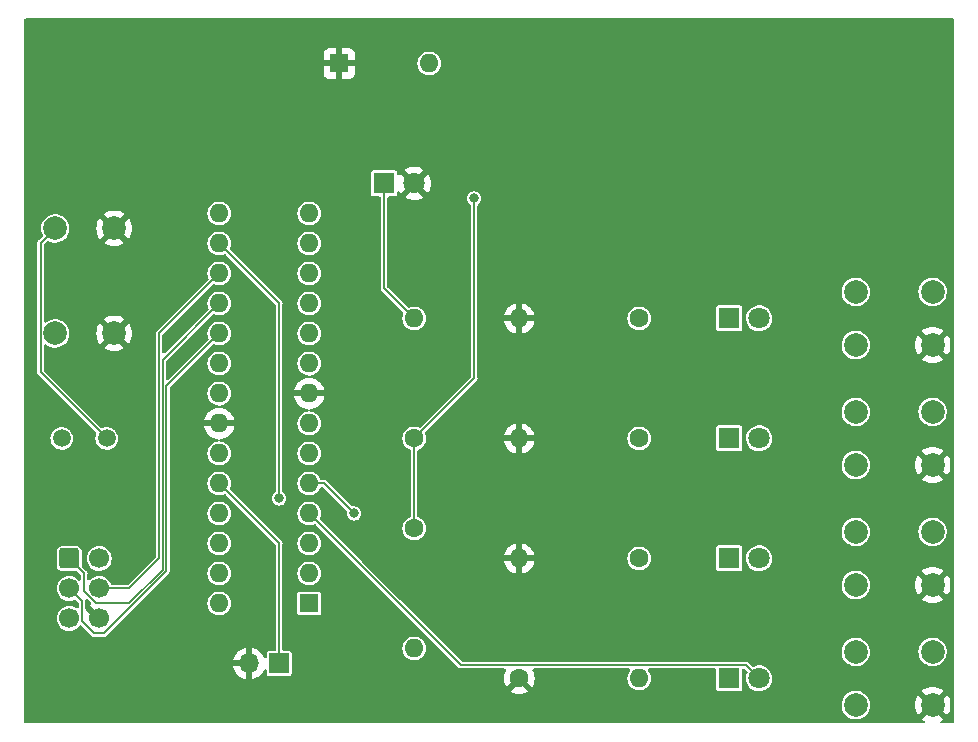
<source format=gbr>
%TF.GenerationSoftware,KiCad,Pcbnew,(6.0.0)*%
%TF.CreationDate,2022-04-21T14:56:22-04:00*%
%TF.ProjectId,DIY,4449592e-6b69-4636-9164-5f7063625858,rev?*%
%TF.SameCoordinates,Original*%
%TF.FileFunction,Copper,L2,Bot*%
%TF.FilePolarity,Positive*%
%FSLAX46Y46*%
G04 Gerber Fmt 4.6, Leading zero omitted, Abs format (unit mm)*
G04 Created by KiCad (PCBNEW (6.0.0)) date 2022-04-21 14:56:22*
%MOMM*%
%LPD*%
G01*
G04 APERTURE LIST*
G04 Aperture macros list*
%AMRoundRect*
0 Rectangle with rounded corners*
0 $1 Rounding radius*
0 $2 $3 $4 $5 $6 $7 $8 $9 X,Y pos of 4 corners*
0 Add a 4 corners polygon primitive as box body*
4,1,4,$2,$3,$4,$5,$6,$7,$8,$9,$2,$3,0*
0 Add four circle primitives for the rounded corners*
1,1,$1+$1,$2,$3*
1,1,$1+$1,$4,$5*
1,1,$1+$1,$6,$7*
1,1,$1+$1,$8,$9*
0 Add four rect primitives between the rounded corners*
20,1,$1+$1,$2,$3,$4,$5,0*
20,1,$1+$1,$4,$5,$6,$7,0*
20,1,$1+$1,$6,$7,$8,$9,0*
20,1,$1+$1,$8,$9,$2,$3,0*%
G04 Aperture macros list end*
%TA.AperFunction,ComponentPad*%
%ADD10R,1.600000X1.600000*%
%TD*%
%TA.AperFunction,ComponentPad*%
%ADD11O,1.600000X1.600000*%
%TD*%
%TA.AperFunction,ComponentPad*%
%ADD12C,2.000000*%
%TD*%
%TA.AperFunction,ComponentPad*%
%ADD13RoundRect,0.250000X-0.600000X-0.600000X0.600000X-0.600000X0.600000X0.600000X-0.600000X0.600000X0*%
%TD*%
%TA.AperFunction,ComponentPad*%
%ADD14C,1.700000*%
%TD*%
%TA.AperFunction,ComponentPad*%
%ADD15R,1.700000X1.700000*%
%TD*%
%TA.AperFunction,ComponentPad*%
%ADD16O,1.700000X1.700000*%
%TD*%
%TA.AperFunction,ComponentPad*%
%ADD17C,1.500000*%
%TD*%
%TA.AperFunction,ComponentPad*%
%ADD18R,1.800000X1.800000*%
%TD*%
%TA.AperFunction,ComponentPad*%
%ADD19C,1.800000*%
%TD*%
%TA.AperFunction,ComponentPad*%
%ADD20C,1.600000*%
%TD*%
%TA.AperFunction,ViaPad*%
%ADD21C,0.800000*%
%TD*%
%TA.AperFunction,Conductor*%
%ADD22C,0.150000*%
%TD*%
G04 APERTURE END LIST*
D10*
%TO.P,SW5,1,A*%
%TO.N,GND*%
X95250000Y-88900000D03*
D11*
%TO.P,SW5,2,B*%
%TO.N,Net-(SW5-Pad2)*%
X102870000Y-88900000D03*
%TD*%
D12*
%TO.P,C2,1*%
%TO.N,xtalI*%
X71200000Y-102870000D03*
%TO.P,C2,2*%
%TO.N,GND*%
X76200000Y-102870000D03*
%TD*%
%TO.P,C1,1*%
%TO.N,xtalO*%
X71200000Y-111760000D03*
%TO.P,C1,2*%
%TO.N,GND*%
X76200000Y-111760000D03*
%TD*%
D13*
%TO.P,J1,1,MISO*%
%TO.N,/MISO*%
X72390000Y-130810000D03*
D14*
%TO.P,J1,3,SCK*%
%TO.N,/SCLK*%
X72390000Y-133350000D03*
%TO.P,J1,5,~{RST}*%
%TO.N,/RESET*%
X72390000Y-135890000D03*
%TO.P,J1,2,VCC*%
%TO.N,VCC*%
X74930000Y-130810000D03*
%TO.P,J1,4,MOSI*%
%TO.N,/MOSI*%
X74930000Y-133350000D03*
%TO.P,J1,6,GND*%
%TO.N,GND*%
X74930000Y-135890000D03*
%TD*%
D15*
%TO.P,TEST,1,A*%
%TO.N,Net-(JP1-Pad1)*%
X90170000Y-139700000D03*
D16*
%TO.P,TEST,2,B*%
%TO.N,GND*%
X87630000Y-139700000D03*
%TD*%
D17*
%TO.P,Y1,1,1*%
%TO.N,xtalO*%
X71760000Y-120650000D03*
%TO.P,Y1,2,2*%
%TO.N,xtalI*%
X75560000Y-120650000D03*
%TD*%
D18*
%TO.P,D5,1,K*%
%TO.N,Net-(D5-Pad1)*%
X99060000Y-99060000D03*
D19*
%TO.P,D5,2,A*%
%TO.N,GND*%
X101600000Y-99060000D03*
%TD*%
D10*
%TO.P,U1,1,~{RESET}/PC6*%
%TO.N,/RESET*%
X92710000Y-134620000D03*
D11*
%TO.P,U1,15,PB1*%
%TO.N,Net-(SW2-Pad1)*%
X85090000Y-101600000D03*
%TO.P,U1,2,PD0*%
%TO.N,unconnected-(U1-Pad2)*%
X92710000Y-132080000D03*
%TO.P,U1,16,PB2*%
%TO.N,Net-(SW3-Pad1)*%
X85090000Y-104140000D03*
%TO.P,U1,3,PD1*%
%TO.N,unconnected-(U1-Pad3)*%
X92710000Y-129540000D03*
%TO.P,U1,17,PB3*%
%TO.N,/MOSI*%
X85090000Y-106680000D03*
%TO.P,U1,4,PD2*%
%TO.N,Net-(D1-Pad2)*%
X92710000Y-127000000D03*
%TO.P,U1,18,PB4*%
%TO.N,/MISO*%
X85090000Y-109220000D03*
%TO.P,U1,5,PD3*%
%TO.N,Net-(D2-Pad2)*%
X92710000Y-124460000D03*
%TO.P,U1,19,PB5*%
%TO.N,/SCLK*%
X85090000Y-111760000D03*
%TO.P,U1,6,PD4*%
%TO.N,Net-(D3-Pad2)*%
X92710000Y-121920000D03*
%TO.P,U1,20,AVCC*%
%TO.N,unconnected-(U1-Pad20)*%
X85090000Y-114300000D03*
%TO.P,U1,7,VCC*%
%TO.N,VCC*%
X92710000Y-119380000D03*
%TO.P,U1,21,AREF*%
%TO.N,unconnected-(U1-Pad21)*%
X85090000Y-116840000D03*
%TO.P,U1,8,GND*%
%TO.N,GND*%
X92710000Y-116840000D03*
%TO.P,U1,22,GND*%
X85090000Y-119380000D03*
%TO.P,U1,9,XTAL1/PB6*%
%TO.N,xtalI*%
X92710000Y-114300000D03*
%TO.P,U1,23,PC0*%
%TO.N,unconnected-(U1-Pad23)*%
X85090000Y-121920000D03*
%TO.P,U1,10,XTAL2/PB7*%
%TO.N,xtalO*%
X92710000Y-111760000D03*
%TO.P,U1,24,PC1*%
%TO.N,Net-(JP1-Pad1)*%
X85090000Y-124460000D03*
%TO.P,U1,11,PD5*%
%TO.N,Net-(D4-Pad2)*%
X92710000Y-109220000D03*
%TO.P,U1,25,PC2*%
%TO.N,unconnected-(U1-Pad25)*%
X85090000Y-127000000D03*
%TO.P,U1,12,PD6*%
%TO.N,unconnected-(U1-Pad12)*%
X92710000Y-106680000D03*
%TO.P,U1,26,PC3*%
%TO.N,unconnected-(U1-Pad26)*%
X85090000Y-129540000D03*
%TO.P,U1,13,PD7*%
%TO.N,unconnected-(U1-Pad13)*%
X92710000Y-104140000D03*
%TO.P,U1,27,PC4*%
%TO.N,unconnected-(U1-Pad27)*%
X85090000Y-132080000D03*
%TO.P,U1,14,PB0*%
%TO.N,Net-(SW1-Pad1)*%
X92710000Y-101600000D03*
%TO.P,U1,28,PC5*%
%TO.N,unconnected-(U1-Pad28)*%
X85090000Y-134620000D03*
%TD*%
D20*
%TO.P,R6,1*%
%TO.N,VCC*%
X101600000Y-128270000D03*
D11*
%TO.P,R6,2*%
%TO.N,/RESET*%
X101600000Y-138430000D03*
%TD*%
D20*
%TO.P,R5,1*%
%TO.N,VCC*%
X101600000Y-120650000D03*
D11*
%TO.P,R5,2*%
%TO.N,Net-(D5-Pad1)*%
X101600000Y-110490000D03*
%TD*%
D12*
%TO.P,SW4,2*%
%TO.N,N/C*%
X145490000Y-138720000D03*
%TO.P,SW4,4,2*%
%TO.N,GND*%
X145490000Y-143220000D03*
%TO.P,SW4,1,1*%
%TO.N,/MOSI*%
X138990000Y-138720000D03*
%TO.P,SW4,2*%
%TO.N,N/C*%
X138990000Y-143220000D03*
%TD*%
%TO.P,SW3,2*%
%TO.N,N/C*%
X138990000Y-133060000D03*
%TO.P,SW3,1,1*%
%TO.N,Net-(SW3-Pad1)*%
X138990000Y-128560000D03*
%TO.P,SW3,4,2*%
%TO.N,GND*%
X145490000Y-133060000D03*
%TO.P,SW3,2*%
%TO.N,N/C*%
X145490000Y-128560000D03*
%TD*%
%TO.P,SW2,2*%
%TO.N,N/C*%
X138990000Y-122900000D03*
%TO.P,SW2,1,1*%
%TO.N,Net-(SW2-Pad1)*%
X138990000Y-118400000D03*
%TO.P,SW2,4,2*%
%TO.N,GND*%
X145490000Y-122900000D03*
%TO.P,SW2,2*%
%TO.N,N/C*%
X145490000Y-118400000D03*
%TD*%
%TO.P,SW1,2*%
%TO.N,N/C*%
X138990000Y-112740000D03*
%TO.P,SW1,1,1*%
%TO.N,Net-(SW1-Pad1)*%
X138990000Y-108240000D03*
%TO.P,SW1,4,2*%
%TO.N,GND*%
X145490000Y-112740000D03*
%TO.P,SW1,2*%
%TO.N,N/C*%
X145490000Y-108240000D03*
%TD*%
D18*
%TO.P,D4,1,K*%
%TO.N,Net-(D4-Pad1)*%
X128270000Y-110490000D03*
D19*
%TO.P,D4,2,A*%
%TO.N,Net-(D4-Pad2)*%
X130810000Y-110490000D03*
%TD*%
D18*
%TO.P,D3,1,K*%
%TO.N,Net-(D3-Pad1)*%
X128270000Y-120650000D03*
D19*
%TO.P,D3,2,A*%
%TO.N,Net-(D3-Pad2)*%
X130810000Y-120650000D03*
%TD*%
D18*
%TO.P,D2,1,K*%
%TO.N,Net-(D2-Pad1)*%
X128270000Y-130810000D03*
D19*
%TO.P,D2,2,A*%
%TO.N,Net-(D2-Pad2)*%
X130810000Y-130810000D03*
%TD*%
D18*
%TO.P,D1,1,K*%
%TO.N,Net-(D1-Pad1)*%
X128270000Y-140970000D03*
D19*
%TO.P,D1,2,A*%
%TO.N,Net-(D1-Pad2)*%
X130810000Y-140970000D03*
%TD*%
D20*
%TO.P,R4,1*%
%TO.N,Net-(D4-Pad1)*%
X120650000Y-110490000D03*
D11*
%TO.P,R4,2*%
%TO.N,GND*%
X110490000Y-110490000D03*
%TD*%
D20*
%TO.P,R3,1*%
%TO.N,Net-(D3-Pad1)*%
X120650000Y-120650000D03*
D11*
%TO.P,R3,2*%
%TO.N,GND*%
X110490000Y-120650000D03*
%TD*%
%TO.P,R2,2*%
%TO.N,GND*%
X110490000Y-130810000D03*
D20*
%TO.P,R2,1*%
%TO.N,Net-(D2-Pad1)*%
X120650000Y-130810000D03*
%TD*%
D11*
%TO.P,R1,2*%
%TO.N,Net-(D1-Pad1)*%
X120650000Y-140970000D03*
D20*
%TO.P,R1,1*%
%TO.N,GND*%
X110490000Y-140970000D03*
%TD*%
D21*
%TO.N,VCC*%
X106680000Y-100330000D03*
%TO.N,GND*%
X72390000Y-95250000D03*
%TO.N,Net-(D2-Pad2)*%
X96520000Y-127000000D03*
%TO.N,Net-(SW3-Pad1)*%
X90170000Y-125730000D03*
%TD*%
D22*
%TO.N,VCC*%
X106680000Y-100330000D02*
X106680000Y-115570000D01*
X106680000Y-115570000D02*
X101600000Y-120650000D01*
%TO.N,Net-(D1-Pad2)*%
X105555489Y-139845489D02*
X92710000Y-127000000D01*
X129685489Y-139845489D02*
X105555489Y-139845489D01*
X130810000Y-140970000D02*
X129685489Y-139845489D01*
%TO.N,Net-(D2-Pad2)*%
X93980000Y-124460000D02*
X92710000Y-124460000D01*
X96520000Y-127000000D02*
X93980000Y-124460000D01*
%TO.N,Net-(SW3-Pad1)*%
X90170000Y-109220000D02*
X85090000Y-104140000D01*
X90170000Y-125730000D02*
X90170000Y-109220000D01*
%TO.N,VCC*%
X101600000Y-128270000D02*
X101600000Y-120650000D01*
%TO.N,Net-(D5-Pad1)*%
X99060000Y-107950000D02*
X101600000Y-110490000D01*
X99060000Y-99060000D02*
X99060000Y-107950000D01*
%TO.N,xtalI*%
X69975489Y-115065489D02*
X75560000Y-120650000D01*
X69975489Y-104094511D02*
X69975489Y-115065489D01*
X71200000Y-102870000D02*
X69975489Y-104094511D01*
%TO.N,Net-(JP1-Pad1)*%
X90170000Y-129540000D02*
X85090000Y-124460000D01*
X90170000Y-139700000D02*
X90170000Y-129540000D01*
%TO.N,/SCLK*%
X73464511Y-136139589D02*
X73464511Y-134424511D01*
X73464511Y-134424511D02*
X72390000Y-133350000D01*
X80609040Y-131904546D02*
X75353586Y-137160000D01*
X80609040Y-116240960D02*
X80609040Y-131904546D01*
X75353586Y-137160000D02*
X74484922Y-137160000D01*
X74484922Y-137160000D02*
X73464511Y-136139589D01*
X85090000Y-111760000D02*
X80609040Y-116240960D01*
%TO.N,/MISO*%
X74680411Y-134620000D02*
X73660000Y-133599589D01*
X77470000Y-134620000D02*
X74680411Y-134620000D01*
X73660000Y-132080000D02*
X72390000Y-130810000D01*
X80309520Y-131780480D02*
X77470000Y-134620000D01*
X80309520Y-114000480D02*
X80309520Y-131780480D01*
X85090000Y-109220000D02*
X80309520Y-114000480D01*
X73660000Y-133599589D02*
X73660000Y-132080000D01*
%TO.N,/MOSI*%
X77470000Y-133350000D02*
X74930000Y-133350000D01*
X80010000Y-111760000D02*
X80010000Y-130810000D01*
X85090000Y-106680000D02*
X80010000Y-111760000D01*
X80010000Y-130810000D02*
X77470000Y-133350000D01*
%TD*%
%TA.AperFunction,Conductor*%
%TO.N,GND*%
G36*
X147262121Y-85110002D02*
G01*
X147308614Y-85163658D01*
X147320000Y-85216000D01*
X147320000Y-144654000D01*
X147299998Y-144722121D01*
X147246342Y-144768614D01*
X147194000Y-144780000D01*
X146277206Y-144780000D01*
X146209085Y-144759998D01*
X146162592Y-144706342D01*
X146152488Y-144636068D01*
X146181982Y-144571488D01*
X146211371Y-144546568D01*
X146348445Y-144462568D01*
X146357907Y-144452110D01*
X146354124Y-144443334D01*
X145502812Y-143592022D01*
X145488868Y-143584408D01*
X145487035Y-143584539D01*
X145480420Y-143588790D01*
X144628920Y-144440290D01*
X144622160Y-144452670D01*
X144627887Y-144460320D01*
X144768629Y-144546568D01*
X144816261Y-144599215D01*
X144827867Y-144669257D01*
X144799763Y-144734454D01*
X144740873Y-144774108D01*
X144702794Y-144780000D01*
X68706000Y-144780000D01*
X68637879Y-144759998D01*
X68591386Y-144706342D01*
X68580000Y-144654000D01*
X68580000Y-143188440D01*
X137784770Y-143188440D01*
X137799200Y-143408604D01*
X137800621Y-143414200D01*
X137800622Y-143414205D01*
X137843849Y-143584408D01*
X137853511Y-143622452D01*
X137855928Y-143627694D01*
X137855928Y-143627695D01*
X137894046Y-143710379D01*
X137945883Y-143822821D01*
X138073222Y-144003002D01*
X138231264Y-144156961D01*
X138236060Y-144160166D01*
X138236063Y-144160168D01*
X138320261Y-144216427D01*
X138414717Y-144279540D01*
X138420020Y-144281818D01*
X138420023Y-144281820D01*
X138612129Y-144364355D01*
X138617436Y-144366635D01*
X138697088Y-144384658D01*
X138826995Y-144414054D01*
X138827001Y-144414055D01*
X138832632Y-144415329D01*
X138838403Y-144415556D01*
X138838405Y-144415556D01*
X138906211Y-144418220D01*
X139053098Y-144423991D01*
X139162275Y-144408161D01*
X139265738Y-144393160D01*
X139265743Y-144393159D01*
X139271452Y-144392331D01*
X139276916Y-144390476D01*
X139276921Y-144390475D01*
X139474907Y-144323268D01*
X139474912Y-144323266D01*
X139480379Y-144321410D01*
X139672884Y-144213602D01*
X139842518Y-144072518D01*
X139983602Y-143902884D01*
X140091410Y-143710379D01*
X140093266Y-143704912D01*
X140093268Y-143704907D01*
X140160475Y-143506921D01*
X140160476Y-143506916D01*
X140162331Y-143501452D01*
X140163159Y-143495743D01*
X140163160Y-143495738D01*
X140193458Y-143286772D01*
X140193991Y-143283098D01*
X140195514Y-143224930D01*
X143977725Y-143224930D01*
X143995572Y-143451699D01*
X143997115Y-143461446D01*
X144050217Y-143682627D01*
X144053266Y-143692012D01*
X144140313Y-143902163D01*
X144144795Y-143910958D01*
X144247432Y-144078445D01*
X144257890Y-144087907D01*
X144266666Y-144084124D01*
X145117978Y-143232812D01*
X145124356Y-143221132D01*
X145854408Y-143221132D01*
X145854539Y-143222965D01*
X145858790Y-143229580D01*
X146710290Y-144081080D01*
X146722670Y-144087840D01*
X146730320Y-144082113D01*
X146835205Y-143910958D01*
X146839687Y-143902163D01*
X146926734Y-143692012D01*
X146929783Y-143682627D01*
X146982885Y-143461446D01*
X146984428Y-143451699D01*
X147002275Y-143224930D01*
X147002275Y-143215070D01*
X146984428Y-142988301D01*
X146982885Y-142978554D01*
X146929783Y-142757373D01*
X146926734Y-142747988D01*
X146839687Y-142537837D01*
X146835205Y-142529042D01*
X146732568Y-142361555D01*
X146722110Y-142352093D01*
X146713334Y-142355876D01*
X145862022Y-143207188D01*
X145854408Y-143221132D01*
X145124356Y-143221132D01*
X145125592Y-143218868D01*
X145125461Y-143217035D01*
X145121210Y-143210420D01*
X144269710Y-142358920D01*
X144257330Y-142352160D01*
X144249680Y-142357887D01*
X144144795Y-142529042D01*
X144140313Y-142537837D01*
X144053266Y-142747988D01*
X144050217Y-142757373D01*
X143997115Y-142978554D01*
X143995572Y-142988301D01*
X143977725Y-143215070D01*
X143977725Y-143224930D01*
X140195514Y-143224930D01*
X140195643Y-143220000D01*
X140175454Y-143000289D01*
X140115565Y-142787936D01*
X140017980Y-142590053D01*
X139885967Y-142413267D01*
X139723949Y-142263499D01*
X139537350Y-142145764D01*
X139332421Y-142064006D01*
X139326761Y-142062880D01*
X139326757Y-142062879D01*
X139121691Y-142022089D01*
X139121688Y-142022089D01*
X139116024Y-142020962D01*
X139110249Y-142020886D01*
X139110245Y-142020886D01*
X138999504Y-142019437D01*
X138895406Y-142018074D01*
X138889709Y-142019053D01*
X138889708Y-142019053D01*
X138683654Y-142054459D01*
X138683653Y-142054459D01*
X138677957Y-142055438D01*
X138470957Y-142131804D01*
X138281341Y-142244614D01*
X138115457Y-142390090D01*
X137978863Y-142563360D01*
X137876131Y-142758620D01*
X137810703Y-142969333D01*
X137784770Y-143188440D01*
X68580000Y-143188440D01*
X68580000Y-142056062D01*
X109768493Y-142056062D01*
X109777789Y-142068077D01*
X109828994Y-142103931D01*
X109838489Y-142109414D01*
X110035947Y-142201490D01*
X110046239Y-142205236D01*
X110256688Y-142261625D01*
X110267481Y-142263528D01*
X110484525Y-142282517D01*
X110495475Y-142282517D01*
X110712519Y-142263528D01*
X110723312Y-142261625D01*
X110933761Y-142205236D01*
X110944053Y-142201490D01*
X111141511Y-142109414D01*
X111151006Y-142103931D01*
X111203048Y-142067491D01*
X111211424Y-142057012D01*
X111204356Y-142043566D01*
X110502812Y-141342022D01*
X110488868Y-141334408D01*
X110487035Y-141334539D01*
X110480420Y-141338790D01*
X109774923Y-142044287D01*
X109768493Y-142056062D01*
X68580000Y-142056062D01*
X68580000Y-139967966D01*
X86298257Y-139967966D01*
X86328565Y-140102446D01*
X86331645Y-140112275D01*
X86411770Y-140309603D01*
X86416413Y-140318794D01*
X86527694Y-140500388D01*
X86533777Y-140508699D01*
X86673213Y-140669667D01*
X86680580Y-140676883D01*
X86844434Y-140812916D01*
X86852881Y-140818831D01*
X87036756Y-140926279D01*
X87046042Y-140930729D01*
X87245001Y-141006703D01*
X87254899Y-141009579D01*
X87358250Y-141030606D01*
X87372299Y-141029410D01*
X87376000Y-141019065D01*
X87376000Y-139972115D01*
X87371525Y-139956876D01*
X87370135Y-139955671D01*
X87362452Y-139954000D01*
X86313225Y-139954000D01*
X86299694Y-139957973D01*
X86298257Y-139967966D01*
X68580000Y-139967966D01*
X68580000Y-139434183D01*
X86294389Y-139434183D01*
X86295912Y-139442607D01*
X86308292Y-139446000D01*
X87357885Y-139446000D01*
X87373124Y-139441525D01*
X87374329Y-139440135D01*
X87376000Y-139432452D01*
X87376000Y-138383102D01*
X87372082Y-138369758D01*
X87357806Y-138367771D01*
X87319324Y-138373660D01*
X87309288Y-138376051D01*
X87106868Y-138442212D01*
X87097359Y-138446209D01*
X86908463Y-138544542D01*
X86899738Y-138550036D01*
X86729433Y-138677905D01*
X86721726Y-138684748D01*
X86574590Y-138838717D01*
X86568104Y-138846727D01*
X86448098Y-139022649D01*
X86443000Y-139031623D01*
X86353338Y-139224783D01*
X86349775Y-139234470D01*
X86294389Y-139434183D01*
X68580000Y-139434183D01*
X68580000Y-135875262D01*
X71334520Y-135875262D01*
X71351759Y-136080553D01*
X71408544Y-136278586D01*
X71502712Y-136461818D01*
X71630677Y-136623270D01*
X71787564Y-136756791D01*
X71967398Y-136857297D01*
X72051120Y-136884500D01*
X72157471Y-136919056D01*
X72157475Y-136919057D01*
X72163329Y-136920959D01*
X72367894Y-136945351D01*
X72374029Y-136944879D01*
X72374031Y-136944879D01*
X72430039Y-136940569D01*
X72573300Y-136929546D01*
X72579230Y-136927890D01*
X72579232Y-136927890D01*
X72765797Y-136875800D01*
X72765796Y-136875800D01*
X72771725Y-136874145D01*
X72777214Y-136871372D01*
X72777220Y-136871370D01*
X72950116Y-136784033D01*
X72955610Y-136781258D01*
X73117951Y-136654424D01*
X73141394Y-136627265D01*
X73247919Y-136503854D01*
X73307572Y-136465357D01*
X73378569Y-136465221D01*
X73432396Y-136497090D01*
X74262150Y-137326844D01*
X74277820Y-137345936D01*
X74286298Y-137358624D01*
X74296611Y-137365515D01*
X74309299Y-137373993D01*
X74307710Y-137376370D01*
X74307712Y-137376371D01*
X74309300Y-137373994D01*
X74335454Y-137391469D01*
X74335456Y-137391472D01*
X74335457Y-137391471D01*
X74377427Y-137419515D01*
X74389596Y-137421936D01*
X74389597Y-137421936D01*
X74457789Y-137435500D01*
X74472750Y-137438476D01*
X74472751Y-137438476D01*
X74484922Y-137440897D01*
X74499883Y-137437921D01*
X74524465Y-137435500D01*
X75314043Y-137435500D01*
X75338625Y-137437921D01*
X75353586Y-137440897D01*
X75380718Y-137435500D01*
X75380719Y-137435500D01*
X75461081Y-137419515D01*
X75503051Y-137391471D01*
X75503051Y-137391472D01*
X75503054Y-137391469D01*
X75529208Y-137373994D01*
X75531775Y-137377835D01*
X75531776Y-137377834D01*
X75529209Y-137373993D01*
X75541897Y-137365515D01*
X75552210Y-137358624D01*
X75560688Y-137345936D01*
X75576358Y-137326844D01*
X78297239Y-134605963D01*
X84084757Y-134605963D01*
X84101175Y-134801483D01*
X84155258Y-134990091D01*
X84158076Y-134995574D01*
X84242123Y-135159113D01*
X84242126Y-135159117D01*
X84244944Y-135164601D01*
X84366818Y-135318369D01*
X84371511Y-135322363D01*
X84371512Y-135322364D01*
X84502169Y-135433561D01*
X84516238Y-135445535D01*
X84521616Y-135448541D01*
X84521618Y-135448542D01*
X84557803Y-135468765D01*
X84687513Y-135541257D01*
X84874118Y-135601889D01*
X85068946Y-135625121D01*
X85075081Y-135624649D01*
X85075083Y-135624649D01*
X85258434Y-135610541D01*
X85258438Y-135610540D01*
X85264576Y-135610068D01*
X85453556Y-135557303D01*
X85628689Y-135468837D01*
X85657761Y-135446124D01*
X85778453Y-135351829D01*
X85783303Y-135348040D01*
X85813084Y-135313539D01*
X85907485Y-135204173D01*
X85907485Y-135204172D01*
X85911509Y-135199511D01*
X86008425Y-135028909D01*
X86070358Y-134842732D01*
X86094949Y-134648071D01*
X86095341Y-134620000D01*
X86076194Y-134424728D01*
X86074413Y-134418829D01*
X86074412Y-134418824D01*
X86021265Y-134242793D01*
X86019484Y-134236894D01*
X85927370Y-134063653D01*
X85803361Y-133911602D01*
X85652180Y-133786535D01*
X85479585Y-133693213D01*
X85364460Y-133657576D01*
X85298039Y-133637015D01*
X85298036Y-133637014D01*
X85292152Y-133635193D01*
X85286027Y-133634549D01*
X85286026Y-133634549D01*
X85103147Y-133615327D01*
X85103146Y-133615327D01*
X85097019Y-133614683D01*
X84978161Y-133625500D01*
X84907759Y-133631907D01*
X84907758Y-133631907D01*
X84901618Y-133632466D01*
X84895704Y-133634207D01*
X84895702Y-133634207D01*
X84782458Y-133667537D01*
X84713393Y-133687864D01*
X84707928Y-133690721D01*
X84544972Y-133775912D01*
X84544968Y-133775915D01*
X84539512Y-133778767D01*
X84534712Y-133782627D01*
X84534711Y-133782627D01*
X84520337Y-133794184D01*
X84386600Y-133901711D01*
X84260480Y-134052016D01*
X84257516Y-134057408D01*
X84257513Y-134057412D01*
X84178813Y-134200567D01*
X84165956Y-134223954D01*
X84164095Y-134229821D01*
X84164094Y-134229823D01*
X84153657Y-134262726D01*
X84106628Y-134410978D01*
X84084757Y-134605963D01*
X78297239Y-134605963D01*
X80775884Y-132127318D01*
X80794976Y-132111648D01*
X80797347Y-132110064D01*
X80797348Y-132110063D01*
X80807664Y-132103170D01*
X80832526Y-132065963D01*
X84084757Y-132065963D01*
X84101175Y-132261483D01*
X84155258Y-132450091D01*
X84158076Y-132455574D01*
X84242123Y-132619113D01*
X84242126Y-132619117D01*
X84244944Y-132624601D01*
X84366818Y-132778369D01*
X84516238Y-132905535D01*
X84521616Y-132908541D01*
X84521618Y-132908542D01*
X84557803Y-132928765D01*
X84687513Y-133001257D01*
X84874118Y-133061889D01*
X85068946Y-133085121D01*
X85075081Y-133084649D01*
X85075083Y-133084649D01*
X85258434Y-133070541D01*
X85258438Y-133070540D01*
X85264576Y-133070068D01*
X85453556Y-133017303D01*
X85628689Y-132928837D01*
X85658515Y-132905535D01*
X85742026Y-132840289D01*
X85783303Y-132808040D01*
X85813084Y-132773539D01*
X85907485Y-132664173D01*
X85907485Y-132664172D01*
X85911509Y-132659511D01*
X85925064Y-132635651D01*
X85959765Y-132574566D01*
X86008425Y-132488909D01*
X86070358Y-132302732D01*
X86094949Y-132108071D01*
X86095341Y-132080000D01*
X86076194Y-131884728D01*
X86074413Y-131878829D01*
X86074412Y-131878824D01*
X86021265Y-131702793D01*
X86019484Y-131696894D01*
X85927370Y-131523653D01*
X85803361Y-131371602D01*
X85652180Y-131246535D01*
X85479585Y-131153213D01*
X85385869Y-131124203D01*
X85298039Y-131097015D01*
X85298036Y-131097014D01*
X85292152Y-131095193D01*
X85286027Y-131094549D01*
X85286026Y-131094549D01*
X85103147Y-131075327D01*
X85103146Y-131075327D01*
X85097019Y-131074683D01*
X85015356Y-131082115D01*
X84907759Y-131091907D01*
X84907758Y-131091907D01*
X84901618Y-131092466D01*
X84895704Y-131094207D01*
X84895702Y-131094207D01*
X84766734Y-131132165D01*
X84713393Y-131147864D01*
X84707928Y-131150721D01*
X84544972Y-131235912D01*
X84544968Y-131235915D01*
X84539512Y-131238767D01*
X84534712Y-131242627D01*
X84534711Y-131242627D01*
X84520863Y-131253761D01*
X84386600Y-131361711D01*
X84260480Y-131512016D01*
X84257516Y-131517408D01*
X84257513Y-131517412D01*
X84184915Y-131649467D01*
X84165956Y-131683954D01*
X84164095Y-131689821D01*
X84164094Y-131689823D01*
X84155427Y-131717146D01*
X84106628Y-131870978D01*
X84084757Y-132065963D01*
X80832526Y-132065963D01*
X80835590Y-132061377D01*
X80868555Y-132012041D01*
X80874208Y-131983624D01*
X80887516Y-131916717D01*
X80889937Y-131904546D01*
X80886961Y-131889585D01*
X80884540Y-131865003D01*
X80884540Y-129525963D01*
X84084757Y-129525963D01*
X84101175Y-129721483D01*
X84155258Y-129910091D01*
X84158076Y-129915574D01*
X84242123Y-130079113D01*
X84242126Y-130079117D01*
X84244944Y-130084601D01*
X84366818Y-130238369D01*
X84371511Y-130242363D01*
X84371512Y-130242364D01*
X84391182Y-130259104D01*
X84516238Y-130365535D01*
X84521616Y-130368541D01*
X84521618Y-130368542D01*
X84554740Y-130387053D01*
X84687513Y-130461257D01*
X84874118Y-130521889D01*
X85068946Y-130545121D01*
X85075081Y-130544649D01*
X85075083Y-130544649D01*
X85258434Y-130530541D01*
X85258438Y-130530540D01*
X85264576Y-130530068D01*
X85453556Y-130477303D01*
X85628689Y-130388837D01*
X85658515Y-130365535D01*
X85778453Y-130271829D01*
X85783303Y-130268040D01*
X85791017Y-130259104D01*
X85907485Y-130124173D01*
X85907485Y-130124172D01*
X85911509Y-130119511D01*
X85939082Y-130070975D01*
X85953606Y-130045408D01*
X86008425Y-129948909D01*
X86070358Y-129762732D01*
X86094949Y-129568071D01*
X86095341Y-129540000D01*
X86076194Y-129344728D01*
X86074413Y-129338829D01*
X86074412Y-129338824D01*
X86021265Y-129162793D01*
X86019484Y-129156894D01*
X85927370Y-128983653D01*
X85803361Y-128831602D01*
X85652180Y-128706535D01*
X85479585Y-128613213D01*
X85319647Y-128563704D01*
X85298039Y-128557015D01*
X85298036Y-128557014D01*
X85292152Y-128555193D01*
X85286027Y-128554549D01*
X85286026Y-128554549D01*
X85103147Y-128535327D01*
X85103146Y-128535327D01*
X85097019Y-128534683D01*
X84974383Y-128545844D01*
X84907759Y-128551907D01*
X84907758Y-128551907D01*
X84901618Y-128552466D01*
X84895704Y-128554207D01*
X84895702Y-128554207D01*
X84766734Y-128592165D01*
X84713393Y-128607864D01*
X84707928Y-128610721D01*
X84544972Y-128695912D01*
X84544968Y-128695915D01*
X84539512Y-128698767D01*
X84534712Y-128702627D01*
X84534711Y-128702627D01*
X84500326Y-128730273D01*
X84386600Y-128821711D01*
X84260480Y-128972016D01*
X84257516Y-128977408D01*
X84257513Y-128977412D01*
X84181847Y-129115048D01*
X84165956Y-129143954D01*
X84106628Y-129330978D01*
X84084757Y-129525963D01*
X80884540Y-129525963D01*
X80884540Y-126985963D01*
X84084757Y-126985963D01*
X84101175Y-127181483D01*
X84155258Y-127370091D01*
X84158076Y-127375574D01*
X84242123Y-127539113D01*
X84242126Y-127539117D01*
X84244944Y-127544601D01*
X84366818Y-127698369D01*
X84371511Y-127702363D01*
X84371512Y-127702364D01*
X84391182Y-127719104D01*
X84516238Y-127825535D01*
X84521616Y-127828541D01*
X84521618Y-127828542D01*
X84557932Y-127848837D01*
X84687513Y-127921257D01*
X84874118Y-127981889D01*
X85068946Y-128005121D01*
X85075081Y-128004649D01*
X85075083Y-128004649D01*
X85258434Y-127990541D01*
X85258438Y-127990540D01*
X85264576Y-127990068D01*
X85453556Y-127937303D01*
X85628689Y-127848837D01*
X85658515Y-127825535D01*
X85756026Y-127749351D01*
X85783303Y-127728040D01*
X85791017Y-127719104D01*
X85907485Y-127584173D01*
X85907485Y-127584172D01*
X85911509Y-127579511D01*
X86008425Y-127408909D01*
X86070358Y-127222732D01*
X86094949Y-127028071D01*
X86095341Y-127000000D01*
X86076194Y-126804728D01*
X86074413Y-126798829D01*
X86074412Y-126798824D01*
X86021265Y-126622793D01*
X86019484Y-126616894D01*
X85927370Y-126443653D01*
X85803361Y-126291602D01*
X85652180Y-126166535D01*
X85479585Y-126073213D01*
X85349164Y-126032841D01*
X85298039Y-126017015D01*
X85298036Y-126017014D01*
X85292152Y-126015193D01*
X85286027Y-126014549D01*
X85286026Y-126014549D01*
X85103147Y-125995327D01*
X85103146Y-125995327D01*
X85097019Y-125994683D01*
X84974383Y-126005844D01*
X84907759Y-126011907D01*
X84907758Y-126011907D01*
X84901618Y-126012466D01*
X84895704Y-126014207D01*
X84895702Y-126014207D01*
X84858314Y-126025211D01*
X84713393Y-126067864D01*
X84707928Y-126070721D01*
X84544972Y-126155912D01*
X84544968Y-126155915D01*
X84539512Y-126158767D01*
X84534712Y-126162627D01*
X84534711Y-126162627D01*
X84500326Y-126190273D01*
X84386600Y-126281711D01*
X84260480Y-126432016D01*
X84257516Y-126437408D01*
X84257513Y-126437412D01*
X84186439Y-126566695D01*
X84165956Y-126603954D01*
X84164095Y-126609821D01*
X84164094Y-126609823D01*
X84136389Y-126697159D01*
X84106628Y-126790978D01*
X84084757Y-126985963D01*
X80884540Y-126985963D01*
X80884540Y-124445963D01*
X84084757Y-124445963D01*
X84101175Y-124641483D01*
X84155258Y-124830091D01*
X84158076Y-124835574D01*
X84242123Y-124999113D01*
X84242126Y-124999117D01*
X84244944Y-125004601D01*
X84366818Y-125158369D01*
X84371511Y-125162363D01*
X84371512Y-125162364D01*
X84422155Y-125205464D01*
X84516238Y-125285535D01*
X84521616Y-125288541D01*
X84521618Y-125288542D01*
X84556907Y-125308264D01*
X84687513Y-125381257D01*
X84874118Y-125441889D01*
X85068946Y-125465121D01*
X85075081Y-125464649D01*
X85075083Y-125464649D01*
X85258434Y-125450541D01*
X85258438Y-125450540D01*
X85264576Y-125450068D01*
X85453556Y-125397303D01*
X85459056Y-125394525D01*
X85459058Y-125394524D01*
X85494481Y-125376631D01*
X85564303Y-125363771D01*
X85629994Y-125390701D01*
X85640386Y-125400002D01*
X89857595Y-129617211D01*
X89891621Y-129679523D01*
X89894500Y-129706306D01*
X89894500Y-138523500D01*
X89874498Y-138591621D01*
X89820842Y-138638114D01*
X89768500Y-138649500D01*
X89300252Y-138649500D01*
X89294184Y-138650707D01*
X89253939Y-138658712D01*
X89253938Y-138658712D01*
X89241769Y-138661133D01*
X89175448Y-138705448D01*
X89131133Y-138771769D01*
X89128712Y-138783938D01*
X89128712Y-138783939D01*
X89126677Y-138794169D01*
X89119500Y-138830252D01*
X89119500Y-139114016D01*
X89099498Y-139182137D01*
X89045842Y-139228630D01*
X88975568Y-139238734D01*
X88910988Y-139209240D01*
X88877950Y-139164258D01*
X88832972Y-139060814D01*
X88828105Y-139051739D01*
X88712426Y-138872926D01*
X88706136Y-138864757D01*
X88562806Y-138707240D01*
X88555273Y-138700215D01*
X88388139Y-138568222D01*
X88379552Y-138562517D01*
X88193117Y-138459599D01*
X88183705Y-138455369D01*
X87982959Y-138384280D01*
X87972988Y-138381646D01*
X87901837Y-138368972D01*
X87888540Y-138370432D01*
X87884000Y-138384989D01*
X87884000Y-141018517D01*
X87888064Y-141032359D01*
X87901478Y-141034393D01*
X87908184Y-141033534D01*
X87918262Y-141031392D01*
X88122255Y-140970191D01*
X88131842Y-140966433D01*
X88323095Y-140872739D01*
X88331945Y-140867464D01*
X88505328Y-140743792D01*
X88513200Y-140737139D01*
X88664052Y-140586812D01*
X88670730Y-140578965D01*
X88795003Y-140406020D01*
X88800313Y-140397183D01*
X88880543Y-140234851D01*
X88928657Y-140182644D01*
X88997358Y-140164737D01*
X89064834Y-140186816D01*
X89109663Y-140241870D01*
X89119500Y-140290678D01*
X89119500Y-140569748D01*
X89120707Y-140575816D01*
X89122911Y-140586894D01*
X89131133Y-140628231D01*
X89175448Y-140694552D01*
X89241769Y-140738867D01*
X89253938Y-140741288D01*
X89253939Y-140741288D01*
X89285074Y-140747481D01*
X89300252Y-140750500D01*
X91039748Y-140750500D01*
X91054926Y-140747481D01*
X91086061Y-140741288D01*
X91086062Y-140741288D01*
X91098231Y-140738867D01*
X91164552Y-140694552D01*
X91208867Y-140628231D01*
X91217090Y-140586894D01*
X91219293Y-140575816D01*
X91220500Y-140569748D01*
X91220500Y-138830252D01*
X91213323Y-138794169D01*
X91211288Y-138783939D01*
X91211288Y-138783938D01*
X91208867Y-138771769D01*
X91164552Y-138705448D01*
X91098231Y-138661133D01*
X91086062Y-138658712D01*
X91086061Y-138658712D01*
X91045816Y-138650707D01*
X91039748Y-138649500D01*
X90571500Y-138649500D01*
X90503379Y-138629498D01*
X90456886Y-138575842D01*
X90445500Y-138523500D01*
X90445500Y-138415963D01*
X100594757Y-138415963D01*
X100611175Y-138611483D01*
X100665258Y-138800091D01*
X100668076Y-138805574D01*
X100752123Y-138969113D01*
X100752126Y-138969117D01*
X100754944Y-138974601D01*
X100876818Y-139128369D01*
X100881511Y-139132363D01*
X100881512Y-139132364D01*
X101001487Y-139234470D01*
X101026238Y-139255535D01*
X101031616Y-139258541D01*
X101031618Y-139258542D01*
X101067932Y-139278837D01*
X101197513Y-139351257D01*
X101384118Y-139411889D01*
X101578946Y-139435121D01*
X101585081Y-139434649D01*
X101585083Y-139434649D01*
X101768434Y-139420541D01*
X101768438Y-139420540D01*
X101774576Y-139420068D01*
X101963556Y-139367303D01*
X102138689Y-139278837D01*
X102168515Y-139255535D01*
X102288453Y-139161829D01*
X102293303Y-139158040D01*
X102323084Y-139123539D01*
X102417485Y-139014173D01*
X102417485Y-139014172D01*
X102421509Y-139009511D01*
X102518425Y-138838909D01*
X102580358Y-138652732D01*
X102604949Y-138458071D01*
X102605341Y-138430000D01*
X102586194Y-138234728D01*
X102584413Y-138228829D01*
X102584412Y-138228824D01*
X102531265Y-138052793D01*
X102529484Y-138046894D01*
X102437370Y-137873653D01*
X102313361Y-137721602D01*
X102162180Y-137596535D01*
X101989585Y-137503213D01*
X101895869Y-137474203D01*
X101808039Y-137447015D01*
X101808036Y-137447014D01*
X101802152Y-137445193D01*
X101796027Y-137444549D01*
X101796026Y-137444549D01*
X101613147Y-137425327D01*
X101613146Y-137425327D01*
X101607019Y-137424683D01*
X101488161Y-137435500D01*
X101417759Y-137441907D01*
X101417758Y-137441907D01*
X101411618Y-137442466D01*
X101405704Y-137444207D01*
X101405702Y-137444207D01*
X101276734Y-137482165D01*
X101223393Y-137497864D01*
X101217928Y-137500721D01*
X101054972Y-137585912D01*
X101054968Y-137585915D01*
X101049512Y-137588767D01*
X101044712Y-137592627D01*
X101044711Y-137592627D01*
X101010326Y-137620273D01*
X100896600Y-137711711D01*
X100770480Y-137862016D01*
X100767516Y-137867408D01*
X100767513Y-137867412D01*
X100755046Y-137890090D01*
X100675956Y-138033954D01*
X100616628Y-138220978D01*
X100594757Y-138415963D01*
X90445500Y-138415963D01*
X90445500Y-135439748D01*
X91709500Y-135439748D01*
X91710707Y-135445816D01*
X91717514Y-135480035D01*
X91721133Y-135498231D01*
X91765448Y-135564552D01*
X91831769Y-135608867D01*
X91843938Y-135611288D01*
X91843939Y-135611288D01*
X91884184Y-135619293D01*
X91890252Y-135620500D01*
X93529748Y-135620500D01*
X93535816Y-135619293D01*
X93576061Y-135611288D01*
X93576062Y-135611288D01*
X93588231Y-135608867D01*
X93654552Y-135564552D01*
X93698867Y-135498231D01*
X93702487Y-135480035D01*
X93709293Y-135445816D01*
X93710500Y-135439748D01*
X93710500Y-133800252D01*
X93706226Y-133778767D01*
X93701288Y-133753939D01*
X93701288Y-133753938D01*
X93698867Y-133741769D01*
X93654552Y-133675448D01*
X93588231Y-133631133D01*
X93576062Y-133628712D01*
X93576061Y-133628712D01*
X93535816Y-133620707D01*
X93529748Y-133619500D01*
X91890252Y-133619500D01*
X91884184Y-133620707D01*
X91843939Y-133628712D01*
X91843938Y-133628712D01*
X91831769Y-133631133D01*
X91765448Y-133675448D01*
X91721133Y-133741769D01*
X91718712Y-133753938D01*
X91718712Y-133753939D01*
X91713774Y-133778767D01*
X91709500Y-133800252D01*
X91709500Y-135439748D01*
X90445500Y-135439748D01*
X90445500Y-132065963D01*
X91704757Y-132065963D01*
X91721175Y-132261483D01*
X91775258Y-132450091D01*
X91778076Y-132455574D01*
X91862123Y-132619113D01*
X91862126Y-132619117D01*
X91864944Y-132624601D01*
X91986818Y-132778369D01*
X92136238Y-132905535D01*
X92141616Y-132908541D01*
X92141618Y-132908542D01*
X92177803Y-132928765D01*
X92307513Y-133001257D01*
X92494118Y-133061889D01*
X92688946Y-133085121D01*
X92695081Y-133084649D01*
X92695083Y-133084649D01*
X92878434Y-133070541D01*
X92878438Y-133070540D01*
X92884576Y-133070068D01*
X93073556Y-133017303D01*
X93248689Y-132928837D01*
X93278515Y-132905535D01*
X93362026Y-132840289D01*
X93403303Y-132808040D01*
X93433084Y-132773539D01*
X93527485Y-132664173D01*
X93527485Y-132664172D01*
X93531509Y-132659511D01*
X93545064Y-132635651D01*
X93579765Y-132574566D01*
X93628425Y-132488909D01*
X93690358Y-132302732D01*
X93714949Y-132108071D01*
X93715341Y-132080000D01*
X93696194Y-131884728D01*
X93694413Y-131878829D01*
X93694412Y-131878824D01*
X93641265Y-131702793D01*
X93639484Y-131696894D01*
X93547370Y-131523653D01*
X93423361Y-131371602D01*
X93272180Y-131246535D01*
X93099585Y-131153213D01*
X93005869Y-131124203D01*
X92918039Y-131097015D01*
X92918036Y-131097014D01*
X92912152Y-131095193D01*
X92906027Y-131094549D01*
X92906026Y-131094549D01*
X92723147Y-131075327D01*
X92723146Y-131075327D01*
X92717019Y-131074683D01*
X92635356Y-131082115D01*
X92527759Y-131091907D01*
X92527758Y-131091907D01*
X92521618Y-131092466D01*
X92515704Y-131094207D01*
X92515702Y-131094207D01*
X92386734Y-131132165D01*
X92333393Y-131147864D01*
X92327928Y-131150721D01*
X92164972Y-131235912D01*
X92164968Y-131235915D01*
X92159512Y-131238767D01*
X92154712Y-131242627D01*
X92154711Y-131242627D01*
X92140863Y-131253761D01*
X92006600Y-131361711D01*
X91880480Y-131512016D01*
X91877516Y-131517408D01*
X91877513Y-131517412D01*
X91804915Y-131649467D01*
X91785956Y-131683954D01*
X91784095Y-131689821D01*
X91784094Y-131689823D01*
X91775427Y-131717146D01*
X91726628Y-131870978D01*
X91704757Y-132065963D01*
X90445500Y-132065963D01*
X90445500Y-129579543D01*
X90447921Y-129554961D01*
X90448476Y-129552171D01*
X90450897Y-129540000D01*
X90448105Y-129525963D01*
X91704757Y-129525963D01*
X91721175Y-129721483D01*
X91775258Y-129910091D01*
X91778076Y-129915574D01*
X91862123Y-130079113D01*
X91862126Y-130079117D01*
X91864944Y-130084601D01*
X91986818Y-130238369D01*
X91991511Y-130242363D01*
X91991512Y-130242364D01*
X92011182Y-130259104D01*
X92136238Y-130365535D01*
X92141616Y-130368541D01*
X92141618Y-130368542D01*
X92174740Y-130387053D01*
X92307513Y-130461257D01*
X92494118Y-130521889D01*
X92688946Y-130545121D01*
X92695081Y-130544649D01*
X92695083Y-130544649D01*
X92878434Y-130530541D01*
X92878438Y-130530540D01*
X92884576Y-130530068D01*
X93073556Y-130477303D01*
X93248689Y-130388837D01*
X93278515Y-130365535D01*
X93398453Y-130271829D01*
X93403303Y-130268040D01*
X93411017Y-130259104D01*
X93527485Y-130124173D01*
X93527485Y-130124172D01*
X93531509Y-130119511D01*
X93559082Y-130070975D01*
X93573606Y-130045408D01*
X93628425Y-129948909D01*
X93690358Y-129762732D01*
X93714949Y-129568071D01*
X93715341Y-129540000D01*
X93696194Y-129344728D01*
X93694413Y-129338829D01*
X93694412Y-129338824D01*
X93641265Y-129162793D01*
X93639484Y-129156894D01*
X93547370Y-128983653D01*
X93423361Y-128831602D01*
X93272180Y-128706535D01*
X93099585Y-128613213D01*
X92939647Y-128563704D01*
X92918039Y-128557015D01*
X92918036Y-128557014D01*
X92912152Y-128555193D01*
X92906027Y-128554549D01*
X92906026Y-128554549D01*
X92723147Y-128535327D01*
X92723146Y-128535327D01*
X92717019Y-128534683D01*
X92594383Y-128545844D01*
X92527759Y-128551907D01*
X92527758Y-128551907D01*
X92521618Y-128552466D01*
X92515704Y-128554207D01*
X92515702Y-128554207D01*
X92386734Y-128592165D01*
X92333393Y-128607864D01*
X92327928Y-128610721D01*
X92164972Y-128695912D01*
X92164968Y-128695915D01*
X92159512Y-128698767D01*
X92154712Y-128702627D01*
X92154711Y-128702627D01*
X92120326Y-128730273D01*
X92006600Y-128821711D01*
X91880480Y-128972016D01*
X91877516Y-128977408D01*
X91877513Y-128977412D01*
X91801847Y-129115048D01*
X91785956Y-129143954D01*
X91726628Y-129330978D01*
X91704757Y-129525963D01*
X90448105Y-129525963D01*
X90429515Y-129432506D01*
X90429515Y-129432505D01*
X90368624Y-129341376D01*
X90355936Y-129332898D01*
X90336844Y-129317228D01*
X88005579Y-126985963D01*
X91704757Y-126985963D01*
X91721175Y-127181483D01*
X91775258Y-127370091D01*
X91778076Y-127375574D01*
X91862123Y-127539113D01*
X91862126Y-127539117D01*
X91864944Y-127544601D01*
X91986818Y-127698369D01*
X91991511Y-127702363D01*
X91991512Y-127702364D01*
X92011182Y-127719104D01*
X92136238Y-127825535D01*
X92141616Y-127828541D01*
X92141618Y-127828542D01*
X92177932Y-127848837D01*
X92307513Y-127921257D01*
X92494118Y-127981889D01*
X92688946Y-128005121D01*
X92695081Y-128004649D01*
X92695083Y-128004649D01*
X92878434Y-127990541D01*
X92878438Y-127990540D01*
X92884576Y-127990068D01*
X93073556Y-127937303D01*
X93079056Y-127934525D01*
X93079058Y-127934524D01*
X93114481Y-127916631D01*
X93184303Y-127903771D01*
X93249994Y-127930701D01*
X93260386Y-127940002D01*
X105332718Y-140012334D01*
X105348385Y-140031423D01*
X105356865Y-140044113D01*
X105379866Y-140059482D01*
X105379867Y-140059483D01*
X105404380Y-140075862D01*
X105447994Y-140105004D01*
X105528356Y-140120989D01*
X105543317Y-140123965D01*
X105543318Y-140123965D01*
X105555489Y-140126386D01*
X105567660Y-140123965D01*
X105567662Y-140123965D01*
X105570452Y-140123410D01*
X105595032Y-140120989D01*
X109246375Y-140120989D01*
X109314496Y-140140991D01*
X109360989Y-140194647D01*
X109371093Y-140264921D01*
X109355492Y-140309993D01*
X109350587Y-140318488D01*
X109258510Y-140515947D01*
X109254764Y-140526239D01*
X109198375Y-140736688D01*
X109196472Y-140747481D01*
X109177483Y-140964525D01*
X109177483Y-140975475D01*
X109196472Y-141192519D01*
X109198375Y-141203312D01*
X109254764Y-141413761D01*
X109258510Y-141424053D01*
X109350586Y-141621511D01*
X109356069Y-141631006D01*
X109392509Y-141683048D01*
X109402988Y-141691424D01*
X109416434Y-141684356D01*
X110400905Y-140699885D01*
X110463217Y-140665859D01*
X110534032Y-140670924D01*
X110579095Y-140699885D01*
X111564287Y-141685077D01*
X111576062Y-141691507D01*
X111588077Y-141682211D01*
X111623931Y-141631006D01*
X111629414Y-141621511D01*
X111721490Y-141424053D01*
X111725236Y-141413761D01*
X111781625Y-141203312D01*
X111783528Y-141192519D01*
X111802517Y-140975475D01*
X111802517Y-140964525D01*
X111783528Y-140747481D01*
X111781625Y-140736688D01*
X111725236Y-140526239D01*
X111721490Y-140515947D01*
X111629413Y-140318488D01*
X111624508Y-140309993D01*
X111607768Y-140240998D01*
X111630986Y-140173905D01*
X111686792Y-140130016D01*
X111733625Y-140120989D01*
X119786081Y-140120989D01*
X119854202Y-140140991D01*
X119900695Y-140194647D01*
X119910799Y-140264921D01*
X119882603Y-140327980D01*
X119820480Y-140402016D01*
X119817516Y-140407408D01*
X119817513Y-140407412D01*
X119766399Y-140500388D01*
X119725956Y-140573954D01*
X119666628Y-140760978D01*
X119644757Y-140955963D01*
X119661175Y-141151483D01*
X119715258Y-141340091D01*
X119718076Y-141345574D01*
X119802123Y-141509113D01*
X119802126Y-141509117D01*
X119804944Y-141514601D01*
X119926818Y-141668369D01*
X119931511Y-141672363D01*
X119931512Y-141672364D01*
X119995845Y-141727115D01*
X120076238Y-141795535D01*
X120081616Y-141798541D01*
X120081618Y-141798542D01*
X120117932Y-141818837D01*
X120247513Y-141891257D01*
X120434118Y-141951889D01*
X120628946Y-141975121D01*
X120635081Y-141974649D01*
X120635083Y-141974649D01*
X120818434Y-141960541D01*
X120818438Y-141960540D01*
X120824576Y-141960068D01*
X121013556Y-141907303D01*
X121188689Y-141818837D01*
X121218515Y-141795535D01*
X121270153Y-141755191D01*
X121343303Y-141698040D01*
X121348677Y-141691815D01*
X121467485Y-141554173D01*
X121467485Y-141554172D01*
X121471509Y-141549511D01*
X121568425Y-141378909D01*
X121630358Y-141192732D01*
X121654949Y-140998071D01*
X121655341Y-140970000D01*
X121636194Y-140774728D01*
X121634413Y-140768829D01*
X121634412Y-140768824D01*
X121581265Y-140592793D01*
X121579484Y-140586894D01*
X121487370Y-140413653D01*
X121416390Y-140326622D01*
X121388837Y-140261193D01*
X121401033Y-140191252D01*
X121449105Y-140139006D01*
X121514034Y-140120989D01*
X127043500Y-140120989D01*
X127111621Y-140140991D01*
X127158114Y-140194647D01*
X127169500Y-140246989D01*
X127169500Y-141889748D01*
X127170707Y-141895816D01*
X127173322Y-141908960D01*
X127181133Y-141948231D01*
X127188026Y-141958547D01*
X127198785Y-141974649D01*
X127225448Y-142014552D01*
X127291769Y-142058867D01*
X127303938Y-142061288D01*
X127303939Y-142061288D01*
X127338071Y-142068077D01*
X127350252Y-142070500D01*
X129189748Y-142070500D01*
X129201929Y-142068077D01*
X129236061Y-142061288D01*
X129236062Y-142061288D01*
X129248231Y-142058867D01*
X129314552Y-142014552D01*
X129341215Y-141974649D01*
X129351974Y-141958547D01*
X129358867Y-141948231D01*
X129366679Y-141908960D01*
X129369293Y-141895816D01*
X129370500Y-141889748D01*
X129370500Y-140246989D01*
X129390502Y-140178868D01*
X129444158Y-140132375D01*
X129496500Y-140120989D01*
X129519183Y-140120989D01*
X129587304Y-140140991D01*
X129608278Y-140157894D01*
X129795175Y-140344791D01*
X129829201Y-140407103D01*
X129824136Y-140477918D01*
X129817593Y-140492544D01*
X129788914Y-140547053D01*
X129728937Y-140740213D01*
X129705164Y-140941069D01*
X129718392Y-141142894D01*
X129768178Y-141338928D01*
X129852856Y-141522607D01*
X129969588Y-141687780D01*
X130114466Y-141828913D01*
X130282637Y-141941282D01*
X130287940Y-141943560D01*
X130287943Y-141943562D01*
X130461552Y-142018150D01*
X130468470Y-142021122D01*
X130570844Y-142044287D01*
X130635278Y-142058867D01*
X130665740Y-142065760D01*
X130671509Y-142065987D01*
X130671512Y-142065987D01*
X130747683Y-142068979D01*
X130867842Y-142073700D01*
X130954131Y-142061189D01*
X131062286Y-142045508D01*
X131062291Y-142045507D01*
X131068007Y-142044678D01*
X131073479Y-142042820D01*
X131073481Y-142042820D01*
X131235299Y-141987890D01*
X144622093Y-141987890D01*
X144625876Y-141996666D01*
X145477188Y-142847978D01*
X145491132Y-142855592D01*
X145492965Y-142855461D01*
X145499580Y-142851210D01*
X146351080Y-141999710D01*
X146357840Y-141987330D01*
X146352113Y-141979680D01*
X146180958Y-141874795D01*
X146172163Y-141870313D01*
X145962012Y-141783266D01*
X145952627Y-141780217D01*
X145731446Y-141727115D01*
X145721699Y-141725572D01*
X145494930Y-141707725D01*
X145485070Y-141707725D01*
X145258301Y-141725572D01*
X145248554Y-141727115D01*
X145027373Y-141780217D01*
X145017988Y-141783266D01*
X144807837Y-141870313D01*
X144799042Y-141874795D01*
X144631555Y-141977432D01*
X144622093Y-141987890D01*
X131235299Y-141987890D01*
X131254067Y-141981519D01*
X131254069Y-141981518D01*
X131259531Y-141979664D01*
X131436001Y-141880837D01*
X131498433Y-141828913D01*
X131508625Y-141820436D01*
X131591505Y-141751505D01*
X131664666Y-141663539D01*
X131717146Y-141600439D01*
X131720837Y-141596001D01*
X131819664Y-141419531D01*
X131833454Y-141378909D01*
X131882820Y-141233481D01*
X131882820Y-141233479D01*
X131884678Y-141228007D01*
X131885507Y-141222291D01*
X131885508Y-141222286D01*
X131912750Y-141034393D01*
X131913700Y-141027842D01*
X131915215Y-140970000D01*
X131896708Y-140768591D01*
X131891266Y-140749293D01*
X131860032Y-140638547D01*
X131841807Y-140573926D01*
X131752351Y-140392527D01*
X131704152Y-140327980D01*
X131634788Y-140235091D01*
X131634787Y-140235090D01*
X131631335Y-140230467D01*
X131592585Y-140194647D01*
X131487053Y-140097094D01*
X131487051Y-140097092D01*
X131482812Y-140093174D01*
X131311757Y-139985246D01*
X131123898Y-139910298D01*
X130925526Y-139870839D01*
X130919752Y-139870763D01*
X130919748Y-139870763D01*
X130817257Y-139869422D01*
X130723286Y-139868192D01*
X130717589Y-139869171D01*
X130717588Y-139869171D01*
X130529646Y-139901465D01*
X130529645Y-139901465D01*
X130523949Y-139902444D01*
X130488408Y-139915556D01*
X130339619Y-139970447D01*
X130339617Y-139970448D01*
X130334193Y-139972449D01*
X130329219Y-139975408D01*
X130325509Y-139977178D01*
X130255413Y-139988454D01*
X130190349Y-139960043D01*
X130182165Y-139952549D01*
X129908261Y-139678645D01*
X129892591Y-139659553D01*
X129891004Y-139657178D01*
X129884113Y-139646865D01*
X129861112Y-139631496D01*
X129862701Y-139629119D01*
X129862699Y-139629118D01*
X129861111Y-139631495D01*
X129834957Y-139614020D01*
X129834955Y-139614017D01*
X129834954Y-139614018D01*
X129803300Y-139592867D01*
X129792984Y-139585974D01*
X129780815Y-139583553D01*
X129780814Y-139583553D01*
X129712622Y-139569989D01*
X129697661Y-139567013D01*
X129697660Y-139567013D01*
X129685489Y-139564592D01*
X129673318Y-139567013D01*
X129670528Y-139567568D01*
X129645946Y-139569989D01*
X105721795Y-139569989D01*
X105653674Y-139549987D01*
X105632700Y-139533084D01*
X104788056Y-138688440D01*
X137784770Y-138688440D01*
X137799200Y-138908604D01*
X137800621Y-138914200D01*
X137800622Y-138914205D01*
X137852090Y-139116857D01*
X137853511Y-139122452D01*
X137855928Y-139127694D01*
X137855928Y-139127695D01*
X137916250Y-139258542D01*
X137945883Y-139322821D01*
X138073222Y-139503002D01*
X138231264Y-139656961D01*
X138236060Y-139660166D01*
X138236063Y-139660168D01*
X138320261Y-139716427D01*
X138414717Y-139779540D01*
X138420020Y-139781818D01*
X138420023Y-139781820D01*
X138612129Y-139864355D01*
X138617436Y-139866635D01*
X138697088Y-139884658D01*
X138826995Y-139914054D01*
X138827001Y-139914055D01*
X138832632Y-139915329D01*
X138838403Y-139915556D01*
X138838405Y-139915556D01*
X138906211Y-139918220D01*
X139053098Y-139923991D01*
X139162275Y-139908161D01*
X139265738Y-139893160D01*
X139265743Y-139893159D01*
X139271452Y-139892331D01*
X139276916Y-139890476D01*
X139276921Y-139890475D01*
X139474907Y-139823268D01*
X139474912Y-139823266D01*
X139480379Y-139821410D01*
X139672884Y-139713602D01*
X139725471Y-139669866D01*
X139838086Y-139576204D01*
X139842518Y-139572518D01*
X139950565Y-139442607D01*
X139979908Y-139407326D01*
X139979910Y-139407323D01*
X139983602Y-139402884D01*
X140055194Y-139275048D01*
X140088586Y-139215422D01*
X140088587Y-139215420D01*
X140091410Y-139210379D01*
X140093266Y-139204912D01*
X140093268Y-139204907D01*
X140160475Y-139006921D01*
X140160476Y-139006916D01*
X140162331Y-139001452D01*
X140163159Y-138995743D01*
X140163160Y-138995738D01*
X140185899Y-138838909D01*
X140193991Y-138783098D01*
X140195643Y-138720000D01*
X140192743Y-138688440D01*
X144284770Y-138688440D01*
X144299200Y-138908604D01*
X144300621Y-138914200D01*
X144300622Y-138914205D01*
X144352090Y-139116857D01*
X144353511Y-139122452D01*
X144355928Y-139127694D01*
X144355928Y-139127695D01*
X144416250Y-139258542D01*
X144445883Y-139322821D01*
X144573222Y-139503002D01*
X144731264Y-139656961D01*
X144736060Y-139660166D01*
X144736063Y-139660168D01*
X144820261Y-139716427D01*
X144914717Y-139779540D01*
X144920020Y-139781818D01*
X144920023Y-139781820D01*
X145112129Y-139864355D01*
X145117436Y-139866635D01*
X145197088Y-139884658D01*
X145326995Y-139914054D01*
X145327001Y-139914055D01*
X145332632Y-139915329D01*
X145338403Y-139915556D01*
X145338405Y-139915556D01*
X145406211Y-139918220D01*
X145553098Y-139923991D01*
X145662275Y-139908161D01*
X145765738Y-139893160D01*
X145765743Y-139893159D01*
X145771452Y-139892331D01*
X145776916Y-139890476D01*
X145776921Y-139890475D01*
X145974907Y-139823268D01*
X145974912Y-139823266D01*
X145980379Y-139821410D01*
X146172884Y-139713602D01*
X146225471Y-139669866D01*
X146338086Y-139576204D01*
X146342518Y-139572518D01*
X146450565Y-139442607D01*
X146479908Y-139407326D01*
X146479910Y-139407323D01*
X146483602Y-139402884D01*
X146555194Y-139275048D01*
X146588586Y-139215422D01*
X146588587Y-139215420D01*
X146591410Y-139210379D01*
X146593266Y-139204912D01*
X146593268Y-139204907D01*
X146660475Y-139006921D01*
X146660476Y-139006916D01*
X146662331Y-139001452D01*
X146663159Y-138995743D01*
X146663160Y-138995738D01*
X146685899Y-138838909D01*
X146693991Y-138783098D01*
X146695643Y-138720000D01*
X146675454Y-138500289D01*
X146663548Y-138458071D01*
X146638419Y-138368972D01*
X146615565Y-138287936D01*
X146517980Y-138090053D01*
X146485752Y-138046894D01*
X146389420Y-137917891D01*
X146389420Y-137917890D01*
X146385967Y-137913267D01*
X146223949Y-137763499D01*
X146037350Y-137645764D01*
X145832421Y-137564006D01*
X145826761Y-137562880D01*
X145826757Y-137562879D01*
X145621691Y-137522089D01*
X145621688Y-137522089D01*
X145616024Y-137520962D01*
X145610249Y-137520886D01*
X145610245Y-137520886D01*
X145499504Y-137519437D01*
X145395406Y-137518074D01*
X145389709Y-137519053D01*
X145389708Y-137519053D01*
X145183654Y-137554459D01*
X145183653Y-137554459D01*
X145177957Y-137555438D01*
X144970957Y-137631804D01*
X144965996Y-137634756D01*
X144965995Y-137634756D01*
X144820021Y-137721602D01*
X144781341Y-137744614D01*
X144615457Y-137890090D01*
X144478863Y-138063360D01*
X144376131Y-138258620D01*
X144310703Y-138469333D01*
X144284770Y-138688440D01*
X140192743Y-138688440D01*
X140175454Y-138500289D01*
X140163548Y-138458071D01*
X140138419Y-138368972D01*
X140115565Y-138287936D01*
X140017980Y-138090053D01*
X139985752Y-138046894D01*
X139889420Y-137917891D01*
X139889420Y-137917890D01*
X139885967Y-137913267D01*
X139723949Y-137763499D01*
X139537350Y-137645764D01*
X139332421Y-137564006D01*
X139326761Y-137562880D01*
X139326757Y-137562879D01*
X139121691Y-137522089D01*
X139121688Y-137522089D01*
X139116024Y-137520962D01*
X139110249Y-137520886D01*
X139110245Y-137520886D01*
X138999504Y-137519437D01*
X138895406Y-137518074D01*
X138889709Y-137519053D01*
X138889708Y-137519053D01*
X138683654Y-137554459D01*
X138683653Y-137554459D01*
X138677957Y-137555438D01*
X138470957Y-137631804D01*
X138465996Y-137634756D01*
X138465995Y-137634756D01*
X138320021Y-137721602D01*
X138281341Y-137744614D01*
X138115457Y-137890090D01*
X137978863Y-138063360D01*
X137876131Y-138258620D01*
X137810703Y-138469333D01*
X137784770Y-138688440D01*
X104788056Y-138688440D01*
X100392286Y-134292670D01*
X144622160Y-134292670D01*
X144627887Y-134300320D01*
X144799042Y-134405205D01*
X144807837Y-134409687D01*
X145017988Y-134496734D01*
X145027373Y-134499783D01*
X145248554Y-134552885D01*
X145258301Y-134554428D01*
X145485070Y-134572275D01*
X145494930Y-134572275D01*
X145721699Y-134554428D01*
X145731446Y-134552885D01*
X145952627Y-134499783D01*
X145962012Y-134496734D01*
X146172163Y-134409687D01*
X146180958Y-134405205D01*
X146348445Y-134302568D01*
X146357907Y-134292110D01*
X146354124Y-134283334D01*
X145502812Y-133432022D01*
X145488868Y-133424408D01*
X145487035Y-133424539D01*
X145480420Y-133428790D01*
X144628920Y-134280290D01*
X144622160Y-134292670D01*
X100392286Y-134292670D01*
X99128056Y-133028440D01*
X137784770Y-133028440D01*
X137799200Y-133248604D01*
X137800621Y-133254200D01*
X137800622Y-133254205D01*
X137843849Y-133424408D01*
X137853511Y-133462452D01*
X137855928Y-133467694D01*
X137855928Y-133467695D01*
X137892248Y-133546478D01*
X137945883Y-133662821D01*
X138073222Y-133843002D01*
X138231264Y-133996961D01*
X138236060Y-134000166D01*
X138236063Y-134000168D01*
X138323916Y-134058869D01*
X138414717Y-134119540D01*
X138420020Y-134121818D01*
X138420023Y-134121820D01*
X138612129Y-134204355D01*
X138617436Y-134206635D01*
X138675608Y-134219798D01*
X138826995Y-134254054D01*
X138827001Y-134254055D01*
X138832632Y-134255329D01*
X138838403Y-134255556D01*
X138838405Y-134255556D01*
X138906211Y-134258220D01*
X139053098Y-134263991D01*
X139186035Y-134244716D01*
X139265738Y-134233160D01*
X139265743Y-134233159D01*
X139271452Y-134232331D01*
X139276916Y-134230476D01*
X139276921Y-134230475D01*
X139474907Y-134163268D01*
X139474912Y-134163266D01*
X139480379Y-134161410D01*
X139672884Y-134053602D01*
X139842518Y-133912518D01*
X139948818Y-133784707D01*
X139979908Y-133747326D01*
X139979910Y-133747323D01*
X139983602Y-133742884D01*
X140091410Y-133550379D01*
X140093266Y-133544912D01*
X140093268Y-133544907D01*
X140160475Y-133346921D01*
X140160476Y-133346916D01*
X140162331Y-133341452D01*
X140163159Y-133335743D01*
X140163160Y-133335738D01*
X140182346Y-133203413D01*
X140193991Y-133123098D01*
X140195514Y-133064930D01*
X143977725Y-133064930D01*
X143995572Y-133291699D01*
X143997115Y-133301446D01*
X144050217Y-133522627D01*
X144053266Y-133532012D01*
X144140313Y-133742163D01*
X144144795Y-133750958D01*
X144247432Y-133918445D01*
X144257890Y-133927907D01*
X144266666Y-133924124D01*
X145117978Y-133072812D01*
X145124356Y-133061132D01*
X145854408Y-133061132D01*
X145854539Y-133062965D01*
X145858790Y-133069580D01*
X146710290Y-133921080D01*
X146722670Y-133927840D01*
X146730320Y-133922113D01*
X146835205Y-133750958D01*
X146839687Y-133742163D01*
X146926734Y-133532012D01*
X146929783Y-133522627D01*
X146982885Y-133301446D01*
X146984428Y-133291699D01*
X147002275Y-133064930D01*
X147002275Y-133055070D01*
X146984428Y-132828301D01*
X146982885Y-132818554D01*
X146929783Y-132597373D01*
X146926734Y-132587988D01*
X146839687Y-132377837D01*
X146835205Y-132369042D01*
X146732568Y-132201555D01*
X146722110Y-132192093D01*
X146713334Y-132195876D01*
X145862022Y-133047188D01*
X145854408Y-133061132D01*
X145124356Y-133061132D01*
X145125592Y-133058868D01*
X145125461Y-133057035D01*
X145121210Y-133050420D01*
X144269710Y-132198920D01*
X144257330Y-132192160D01*
X144249680Y-132197887D01*
X144144795Y-132369042D01*
X144140313Y-132377837D01*
X144053266Y-132587988D01*
X144050217Y-132597373D01*
X143997115Y-132818554D01*
X143995572Y-132828301D01*
X143977725Y-133055070D01*
X143977725Y-133064930D01*
X140195514Y-133064930D01*
X140195643Y-133060000D01*
X140175454Y-132840289D01*
X140115565Y-132627936D01*
X140017980Y-132430053D01*
X139922905Y-132302732D01*
X139889420Y-132257891D01*
X139889420Y-132257890D01*
X139885967Y-132253267D01*
X139782054Y-132157211D01*
X139728189Y-132107418D01*
X139728186Y-132107416D01*
X139723949Y-132103499D01*
X139537350Y-131985764D01*
X139332421Y-131904006D01*
X139326761Y-131902880D01*
X139326757Y-131902879D01*
X139121691Y-131862089D01*
X139121688Y-131862089D01*
X139116024Y-131860962D01*
X139110249Y-131860886D01*
X139110245Y-131860886D01*
X138999504Y-131859437D01*
X138895406Y-131858074D01*
X138889709Y-131859053D01*
X138889708Y-131859053D01*
X138683654Y-131894459D01*
X138683653Y-131894459D01*
X138677957Y-131895438D01*
X138470957Y-131971804D01*
X138465996Y-131974756D01*
X138465995Y-131974756D01*
X138292514Y-132077967D01*
X138281341Y-132084614D01*
X138115457Y-132230090D01*
X137978863Y-132403360D01*
X137876131Y-132598620D01*
X137810703Y-132809333D01*
X137784770Y-133028440D01*
X99128056Y-133028440D01*
X97176138Y-131076522D01*
X109207273Y-131076522D01*
X109254764Y-131253761D01*
X109258510Y-131264053D01*
X109350586Y-131461511D01*
X109356069Y-131471007D01*
X109481028Y-131649467D01*
X109488084Y-131657875D01*
X109642125Y-131811916D01*
X109650533Y-131818972D01*
X109828993Y-131943931D01*
X109838489Y-131949414D01*
X110035947Y-132041490D01*
X110046239Y-132045236D01*
X110218503Y-132091394D01*
X110232599Y-132091058D01*
X110236000Y-132083116D01*
X110236000Y-132077967D01*
X110744000Y-132077967D01*
X110747973Y-132091498D01*
X110756522Y-132092727D01*
X110933761Y-132045236D01*
X110944053Y-132041490D01*
X111141511Y-131949414D01*
X111151007Y-131943931D01*
X111329467Y-131818972D01*
X111337875Y-131811916D01*
X111491916Y-131657875D01*
X111498972Y-131649467D01*
X111623931Y-131471007D01*
X111629414Y-131461511D01*
X111721490Y-131264053D01*
X111725236Y-131253761D01*
X111771394Y-131081497D01*
X111771058Y-131067401D01*
X111763116Y-131064000D01*
X110762115Y-131064000D01*
X110746876Y-131068475D01*
X110745671Y-131069865D01*
X110744000Y-131077548D01*
X110744000Y-132077967D01*
X110236000Y-132077967D01*
X110236000Y-131082115D01*
X110231525Y-131066876D01*
X110230135Y-131065671D01*
X110222452Y-131064000D01*
X109222033Y-131064000D01*
X109208502Y-131067973D01*
X109207273Y-131076522D01*
X97176138Y-131076522D01*
X96895579Y-130795963D01*
X119644757Y-130795963D01*
X119661175Y-130991483D01*
X119715258Y-131180091D01*
X119732200Y-131213056D01*
X119802123Y-131349113D01*
X119802126Y-131349117D01*
X119804944Y-131354601D01*
X119926818Y-131508369D01*
X119931511Y-131512363D01*
X119931512Y-131512364D01*
X120061726Y-131623184D01*
X120076238Y-131635535D01*
X120081616Y-131638541D01*
X120081618Y-131638542D01*
X120150057Y-131676791D01*
X120247513Y-131731257D01*
X120434118Y-131791889D01*
X120628946Y-131815121D01*
X120635081Y-131814649D01*
X120635083Y-131814649D01*
X120818434Y-131800541D01*
X120818438Y-131800540D01*
X120824576Y-131800068D01*
X121013556Y-131747303D01*
X121048309Y-131729748D01*
X127169500Y-131729748D01*
X127170707Y-131735816D01*
X127173322Y-131748960D01*
X127181133Y-131788231D01*
X127188026Y-131798547D01*
X127198785Y-131814649D01*
X127225448Y-131854552D01*
X127235761Y-131861443D01*
X127281027Y-131891689D01*
X127291769Y-131898867D01*
X127303938Y-131901288D01*
X127303939Y-131901288D01*
X127328363Y-131906146D01*
X127350252Y-131910500D01*
X129189748Y-131910500D01*
X129211637Y-131906146D01*
X129236061Y-131901288D01*
X129236062Y-131901288D01*
X129248231Y-131898867D01*
X129258974Y-131891689D01*
X129304239Y-131861443D01*
X129314552Y-131854552D01*
X129341215Y-131814649D01*
X129351974Y-131798547D01*
X129358867Y-131788231D01*
X129366679Y-131748960D01*
X129369293Y-131735816D01*
X129370500Y-131729748D01*
X129370500Y-130781069D01*
X129705164Y-130781069D01*
X129718392Y-130982894D01*
X129733876Y-131043863D01*
X129761185Y-131151391D01*
X129768178Y-131178928D01*
X129852856Y-131362607D01*
X129856189Y-131367323D01*
X129962261Y-131517412D01*
X129969588Y-131527780D01*
X130114466Y-131668913D01*
X130282637Y-131781282D01*
X130287940Y-131783560D01*
X130287943Y-131783562D01*
X130463163Y-131858842D01*
X130468470Y-131861122D01*
X130599901Y-131890862D01*
X130635278Y-131898867D01*
X130665740Y-131905760D01*
X130671509Y-131905987D01*
X130671512Y-131905987D01*
X130747683Y-131908979D01*
X130867842Y-131913700D01*
X130954132Y-131901189D01*
X131062286Y-131885508D01*
X131062291Y-131885507D01*
X131068007Y-131884678D01*
X131073479Y-131882820D01*
X131073481Y-131882820D01*
X131235299Y-131827890D01*
X144622093Y-131827890D01*
X144625876Y-131836666D01*
X145477188Y-132687978D01*
X145491132Y-132695592D01*
X145492965Y-132695461D01*
X145499580Y-132691210D01*
X146351080Y-131839710D01*
X146357840Y-131827330D01*
X146352113Y-131819680D01*
X146180958Y-131714795D01*
X146172163Y-131710313D01*
X145962012Y-131623266D01*
X145952627Y-131620217D01*
X145731446Y-131567115D01*
X145721699Y-131565572D01*
X145494930Y-131547725D01*
X145485070Y-131547725D01*
X145258301Y-131565572D01*
X145248554Y-131567115D01*
X145027373Y-131620217D01*
X145017988Y-131623266D01*
X144807837Y-131710313D01*
X144799042Y-131714795D01*
X144631555Y-131817432D01*
X144622093Y-131827890D01*
X131235299Y-131827890D01*
X131254067Y-131821519D01*
X131254069Y-131821518D01*
X131259531Y-131819664D01*
X131436001Y-131720837D01*
X131482343Y-131682295D01*
X131508625Y-131660436D01*
X131591505Y-131591505D01*
X131691897Y-131470797D01*
X131717146Y-131440439D01*
X131720837Y-131436001D01*
X131819664Y-131259531D01*
X131826713Y-131238767D01*
X131882820Y-131073481D01*
X131882820Y-131073479D01*
X131884678Y-131068007D01*
X131885507Y-131062291D01*
X131885508Y-131062286D01*
X131913167Y-130871516D01*
X131913700Y-130867842D01*
X131915215Y-130810000D01*
X131896708Y-130608591D01*
X131841807Y-130413926D01*
X131752351Y-130232527D01*
X131734079Y-130208057D01*
X131634788Y-130075091D01*
X131634787Y-130075090D01*
X131631335Y-130070467D01*
X131622469Y-130062271D01*
X131487053Y-129937094D01*
X131487051Y-129937092D01*
X131482812Y-129933174D01*
X131454918Y-129915574D01*
X131316637Y-129828325D01*
X131311757Y-129825246D01*
X131123898Y-129750298D01*
X130925526Y-129710839D01*
X130919752Y-129710763D01*
X130919748Y-129710763D01*
X130817257Y-129709422D01*
X130723286Y-129708192D01*
X130717589Y-129709171D01*
X130717588Y-129709171D01*
X130529646Y-129741465D01*
X130529645Y-129741465D01*
X130523949Y-129742444D01*
X130334193Y-129812449D01*
X130329232Y-129815401D01*
X130329231Y-129815401D01*
X130203418Y-129890252D01*
X130160371Y-129915862D01*
X130008305Y-130049220D01*
X129883089Y-130208057D01*
X129788914Y-130387053D01*
X129728937Y-130580213D01*
X129705164Y-130781069D01*
X129370500Y-130781069D01*
X129370500Y-129890252D01*
X129358867Y-129831769D01*
X129314552Y-129765448D01*
X129280125Y-129742444D01*
X129258547Y-129728026D01*
X129248231Y-129721133D01*
X129236062Y-129718712D01*
X129236061Y-129718712D01*
X129195816Y-129710707D01*
X129189748Y-129709500D01*
X127350252Y-129709500D01*
X127344184Y-129710707D01*
X127303939Y-129718712D01*
X127303938Y-129718712D01*
X127291769Y-129721133D01*
X127281453Y-129728026D01*
X127259875Y-129742444D01*
X127225448Y-129765448D01*
X127181133Y-129831769D01*
X127169500Y-129890252D01*
X127169500Y-131729748D01*
X121048309Y-131729748D01*
X121188689Y-131658837D01*
X121218515Y-131635535D01*
X121270153Y-131595191D01*
X121343303Y-131538040D01*
X121348677Y-131531815D01*
X121467485Y-131394173D01*
X121467485Y-131394172D01*
X121471509Y-131389511D01*
X121568425Y-131218909D01*
X121630358Y-131032732D01*
X121654949Y-130838071D01*
X121655341Y-130810000D01*
X121636194Y-130614728D01*
X121634413Y-130608829D01*
X121634412Y-130608824D01*
X121581265Y-130432793D01*
X121579484Y-130426894D01*
X121487370Y-130253653D01*
X121363361Y-130101602D01*
X121212180Y-129976535D01*
X121039585Y-129883213D01*
X120912711Y-129843939D01*
X120858039Y-129827015D01*
X120858036Y-129827014D01*
X120852152Y-129825193D01*
X120846027Y-129824549D01*
X120846026Y-129824549D01*
X120663147Y-129805327D01*
X120663146Y-129805327D01*
X120657019Y-129804683D01*
X120571686Y-129812449D01*
X120467759Y-129821907D01*
X120467758Y-129821907D01*
X120461618Y-129822466D01*
X120455704Y-129824207D01*
X120455702Y-129824207D01*
X120388659Y-129843939D01*
X120273393Y-129877864D01*
X120267928Y-129880721D01*
X120104972Y-129965912D01*
X120104968Y-129965915D01*
X120099512Y-129968767D01*
X120094712Y-129972627D01*
X120094711Y-129972627D01*
X120074045Y-129989243D01*
X119946600Y-130091711D01*
X119820480Y-130242016D01*
X119817516Y-130247408D01*
X119817513Y-130247412D01*
X119743558Y-130381937D01*
X119725956Y-130413954D01*
X119666628Y-130600978D01*
X119644757Y-130795963D01*
X96895579Y-130795963D01*
X96638119Y-130538503D01*
X109208606Y-130538503D01*
X109208942Y-130552599D01*
X109216884Y-130556000D01*
X110217885Y-130556000D01*
X110233124Y-130551525D01*
X110234329Y-130550135D01*
X110236000Y-130542452D01*
X110236000Y-130537885D01*
X110744000Y-130537885D01*
X110748475Y-130553124D01*
X110749865Y-130554329D01*
X110757548Y-130556000D01*
X111757967Y-130556000D01*
X111771498Y-130552027D01*
X111772727Y-130543478D01*
X111725236Y-130366239D01*
X111721490Y-130355947D01*
X111629414Y-130158489D01*
X111623931Y-130148993D01*
X111498972Y-129970533D01*
X111491916Y-129962125D01*
X111337875Y-129808084D01*
X111329467Y-129801028D01*
X111151007Y-129676069D01*
X111141511Y-129670586D01*
X110944053Y-129578510D01*
X110933761Y-129574764D01*
X110761497Y-129528606D01*
X110747401Y-129528942D01*
X110744000Y-129536884D01*
X110744000Y-130537885D01*
X110236000Y-130537885D01*
X110236000Y-129542033D01*
X110232027Y-129528502D01*
X110223478Y-129527273D01*
X110046239Y-129574764D01*
X110035947Y-129578510D01*
X109838489Y-129670586D01*
X109828993Y-129676069D01*
X109650533Y-129801028D01*
X109642125Y-129808084D01*
X109488084Y-129962125D01*
X109481028Y-129970533D01*
X109356069Y-130148993D01*
X109350586Y-130158489D01*
X109258510Y-130355947D01*
X109254764Y-130366239D01*
X109208606Y-130538503D01*
X96638119Y-130538503D01*
X94355579Y-128255963D01*
X100594757Y-128255963D01*
X100611175Y-128451483D01*
X100665258Y-128640091D01*
X100668076Y-128645574D01*
X100752123Y-128809113D01*
X100752126Y-128809117D01*
X100754944Y-128814601D01*
X100876818Y-128968369D01*
X100881511Y-128972363D01*
X100881512Y-128972364D01*
X100901182Y-128989104D01*
X101026238Y-129095535D01*
X101031616Y-129098541D01*
X101031618Y-129098542D01*
X101067932Y-129118837D01*
X101197513Y-129191257D01*
X101384118Y-129251889D01*
X101578946Y-129275121D01*
X101585081Y-129274649D01*
X101585083Y-129274649D01*
X101768434Y-129260541D01*
X101768438Y-129260540D01*
X101774576Y-129260068D01*
X101963556Y-129207303D01*
X102138689Y-129118837D01*
X102168515Y-129095535D01*
X102288453Y-129001829D01*
X102293303Y-128998040D01*
X102301017Y-128989104D01*
X102417485Y-128854173D01*
X102417485Y-128854172D01*
X102421509Y-128849511D01*
X102518425Y-128678909D01*
X102568479Y-128528440D01*
X137784770Y-128528440D01*
X137799200Y-128748604D01*
X137800621Y-128754200D01*
X137800622Y-128754205D01*
X137824827Y-128849511D01*
X137853511Y-128962452D01*
X137855928Y-128967694D01*
X137855928Y-128967695D01*
X137916250Y-129098542D01*
X137945883Y-129162821D01*
X138073222Y-129343002D01*
X138231264Y-129496961D01*
X138236060Y-129500166D01*
X138236063Y-129500168D01*
X138337688Y-129568071D01*
X138414717Y-129619540D01*
X138420020Y-129621818D01*
X138420023Y-129621820D01*
X138554331Y-129679523D01*
X138617436Y-129706635D01*
X138670809Y-129718712D01*
X138826995Y-129754054D01*
X138827001Y-129754055D01*
X138832632Y-129755329D01*
X138838403Y-129755556D01*
X138838405Y-129755556D01*
X138906211Y-129758220D01*
X139053098Y-129763991D01*
X139162275Y-129748161D01*
X139265738Y-129733160D01*
X139265743Y-129733159D01*
X139271452Y-129732331D01*
X139276916Y-129730476D01*
X139276921Y-129730475D01*
X139474907Y-129663268D01*
X139474912Y-129663266D01*
X139480379Y-129661410D01*
X139493404Y-129654116D01*
X139626563Y-129579543D01*
X139672884Y-129553602D01*
X139686795Y-129542033D01*
X139838086Y-129416204D01*
X139842518Y-129412518D01*
X139904256Y-129338287D01*
X139979908Y-129247326D01*
X139979910Y-129247323D01*
X139983602Y-129242884D01*
X140055194Y-129115048D01*
X140088586Y-129055422D01*
X140088587Y-129055420D01*
X140091410Y-129050379D01*
X140093266Y-129044912D01*
X140093268Y-129044907D01*
X140160475Y-128846921D01*
X140160476Y-128846916D01*
X140162331Y-128841452D01*
X140163159Y-128835743D01*
X140163160Y-128835738D01*
X140193458Y-128626772D01*
X140193991Y-128623098D01*
X140195643Y-128560000D01*
X140192743Y-128528440D01*
X144284770Y-128528440D01*
X144299200Y-128748604D01*
X144300621Y-128754200D01*
X144300622Y-128754205D01*
X144324827Y-128849511D01*
X144353511Y-128962452D01*
X144355928Y-128967694D01*
X144355928Y-128967695D01*
X144416250Y-129098542D01*
X144445883Y-129162821D01*
X144573222Y-129343002D01*
X144731264Y-129496961D01*
X144736060Y-129500166D01*
X144736063Y-129500168D01*
X144837688Y-129568071D01*
X144914717Y-129619540D01*
X144920020Y-129621818D01*
X144920023Y-129621820D01*
X145054331Y-129679523D01*
X145117436Y-129706635D01*
X145170809Y-129718712D01*
X145326995Y-129754054D01*
X145327001Y-129754055D01*
X145332632Y-129755329D01*
X145338403Y-129755556D01*
X145338405Y-129755556D01*
X145406211Y-129758220D01*
X145553098Y-129763991D01*
X145662275Y-129748161D01*
X145765738Y-129733160D01*
X145765743Y-129733159D01*
X145771452Y-129732331D01*
X145776916Y-129730476D01*
X145776921Y-129730475D01*
X145974907Y-129663268D01*
X145974912Y-129663266D01*
X145980379Y-129661410D01*
X145993404Y-129654116D01*
X146126563Y-129579543D01*
X146172884Y-129553602D01*
X146186795Y-129542033D01*
X146338086Y-129416204D01*
X146342518Y-129412518D01*
X146404256Y-129338287D01*
X146479908Y-129247326D01*
X146479910Y-129247323D01*
X146483602Y-129242884D01*
X146555194Y-129115048D01*
X146588586Y-129055422D01*
X146588587Y-129055420D01*
X146591410Y-129050379D01*
X146593266Y-129044912D01*
X146593268Y-129044907D01*
X146660475Y-128846921D01*
X146660476Y-128846916D01*
X146662331Y-128841452D01*
X146663159Y-128835743D01*
X146663160Y-128835738D01*
X146693458Y-128626772D01*
X146693991Y-128623098D01*
X146695643Y-128560000D01*
X146675454Y-128340289D01*
X146663548Y-128298071D01*
X146617134Y-128133500D01*
X146615565Y-128127936D01*
X146517980Y-127930053D01*
X146512834Y-127923161D01*
X146389420Y-127757891D01*
X146389420Y-127757890D01*
X146385967Y-127753267D01*
X146223949Y-127603499D01*
X146037350Y-127485764D01*
X145832421Y-127404006D01*
X145826761Y-127402880D01*
X145826757Y-127402879D01*
X145621691Y-127362089D01*
X145621688Y-127362089D01*
X145616024Y-127360962D01*
X145610249Y-127360886D01*
X145610245Y-127360886D01*
X145499504Y-127359437D01*
X145395406Y-127358074D01*
X145389709Y-127359053D01*
X145389708Y-127359053D01*
X145183654Y-127394459D01*
X145183653Y-127394459D01*
X145177957Y-127395438D01*
X144970957Y-127471804D01*
X144965996Y-127474756D01*
X144965995Y-127474756D01*
X144820021Y-127561602D01*
X144781341Y-127584614D01*
X144615457Y-127730090D01*
X144478863Y-127903360D01*
X144376131Y-128098620D01*
X144310703Y-128309333D01*
X144284770Y-128528440D01*
X140192743Y-128528440D01*
X140175454Y-128340289D01*
X140163548Y-128298071D01*
X140117134Y-128133500D01*
X140115565Y-128127936D01*
X140017980Y-127930053D01*
X140012834Y-127923161D01*
X139889420Y-127757891D01*
X139889420Y-127757890D01*
X139885967Y-127753267D01*
X139723949Y-127603499D01*
X139537350Y-127485764D01*
X139332421Y-127404006D01*
X139326761Y-127402880D01*
X139326757Y-127402879D01*
X139121691Y-127362089D01*
X139121688Y-127362089D01*
X139116024Y-127360962D01*
X139110249Y-127360886D01*
X139110245Y-127360886D01*
X138999504Y-127359437D01*
X138895406Y-127358074D01*
X138889709Y-127359053D01*
X138889708Y-127359053D01*
X138683654Y-127394459D01*
X138683653Y-127394459D01*
X138677957Y-127395438D01*
X138470957Y-127471804D01*
X138465996Y-127474756D01*
X138465995Y-127474756D01*
X138320021Y-127561602D01*
X138281341Y-127584614D01*
X138115457Y-127730090D01*
X137978863Y-127903360D01*
X137876131Y-128098620D01*
X137810703Y-128309333D01*
X137784770Y-128528440D01*
X102568479Y-128528440D01*
X102580358Y-128492732D01*
X102604949Y-128298071D01*
X102605341Y-128270000D01*
X102586194Y-128074728D01*
X102584413Y-128068829D01*
X102584412Y-128068824D01*
X102531265Y-127892793D01*
X102529484Y-127886894D01*
X102437370Y-127713653D01*
X102313361Y-127561602D01*
X102162180Y-127436535D01*
X101989585Y-127343213D01*
X101983696Y-127341390D01*
X101964242Y-127335368D01*
X101905082Y-127296118D01*
X101876534Y-127231114D01*
X101875500Y-127215003D01*
X101875500Y-124132670D01*
X144622160Y-124132670D01*
X144627887Y-124140320D01*
X144799042Y-124245205D01*
X144807837Y-124249687D01*
X145017988Y-124336734D01*
X145027373Y-124339783D01*
X145248554Y-124392885D01*
X145258301Y-124394428D01*
X145485070Y-124412275D01*
X145494930Y-124412275D01*
X145721699Y-124394428D01*
X145731446Y-124392885D01*
X145952627Y-124339783D01*
X145962012Y-124336734D01*
X146172163Y-124249687D01*
X146180958Y-124245205D01*
X146348445Y-124142568D01*
X146357907Y-124132110D01*
X146354124Y-124123334D01*
X145502812Y-123272022D01*
X145488868Y-123264408D01*
X145487035Y-123264539D01*
X145480420Y-123268790D01*
X144628920Y-124120290D01*
X144622160Y-124132670D01*
X101875500Y-124132670D01*
X101875500Y-122868440D01*
X137784770Y-122868440D01*
X137799200Y-123088604D01*
X137800621Y-123094200D01*
X137800622Y-123094205D01*
X137843849Y-123264408D01*
X137853511Y-123302452D01*
X137855928Y-123307694D01*
X137855928Y-123307695D01*
X137894046Y-123390379D01*
X137945883Y-123502821D01*
X138073222Y-123683002D01*
X138231264Y-123836961D01*
X138236060Y-123840166D01*
X138236063Y-123840168D01*
X138323916Y-123898869D01*
X138414717Y-123959540D01*
X138420020Y-123961818D01*
X138420023Y-123961820D01*
X138612129Y-124044355D01*
X138617436Y-124046635D01*
X138693975Y-124063954D01*
X138826995Y-124094054D01*
X138827001Y-124094055D01*
X138832632Y-124095329D01*
X138838403Y-124095556D01*
X138838405Y-124095556D01*
X138906211Y-124098220D01*
X139053098Y-124103991D01*
X139162275Y-124088161D01*
X139265738Y-124073160D01*
X139265743Y-124073159D01*
X139271452Y-124072331D01*
X139276916Y-124070476D01*
X139276921Y-124070475D01*
X139474907Y-124003268D01*
X139474912Y-124003266D01*
X139480379Y-124001410D01*
X139672884Y-123893602D01*
X139842518Y-123752518D01*
X139947298Y-123626535D01*
X139979908Y-123587326D01*
X139979910Y-123587323D01*
X139983602Y-123582884D01*
X140091410Y-123390379D01*
X140093266Y-123384912D01*
X140093268Y-123384907D01*
X140160475Y-123186921D01*
X140160476Y-123186916D01*
X140162331Y-123181452D01*
X140163159Y-123175743D01*
X140163160Y-123175738D01*
X140193458Y-122966772D01*
X140193991Y-122963098D01*
X140195514Y-122904930D01*
X143977725Y-122904930D01*
X143995572Y-123131699D01*
X143997115Y-123141446D01*
X144050217Y-123362627D01*
X144053266Y-123372012D01*
X144140313Y-123582163D01*
X144144795Y-123590958D01*
X144247432Y-123758445D01*
X144257890Y-123767907D01*
X144266666Y-123764124D01*
X145117978Y-122912812D01*
X145124356Y-122901132D01*
X145854408Y-122901132D01*
X145854539Y-122902965D01*
X145858790Y-122909580D01*
X146710290Y-123761080D01*
X146722670Y-123767840D01*
X146730320Y-123762113D01*
X146835205Y-123590958D01*
X146839687Y-123582163D01*
X146926734Y-123372012D01*
X146929783Y-123362627D01*
X146982885Y-123141446D01*
X146984428Y-123131699D01*
X147002275Y-122904930D01*
X147002275Y-122895070D01*
X146984428Y-122668301D01*
X146982885Y-122658554D01*
X146929783Y-122437373D01*
X146926734Y-122427988D01*
X146839687Y-122217837D01*
X146835205Y-122209042D01*
X146732568Y-122041555D01*
X146722110Y-122032093D01*
X146713334Y-122035876D01*
X145862022Y-122887188D01*
X145854408Y-122901132D01*
X145124356Y-122901132D01*
X145125592Y-122898868D01*
X145125461Y-122897035D01*
X145121210Y-122890420D01*
X144269710Y-122038920D01*
X144257330Y-122032160D01*
X144249680Y-122037887D01*
X144144795Y-122209042D01*
X144140313Y-122217837D01*
X144053266Y-122427988D01*
X144050217Y-122437373D01*
X143997115Y-122658554D01*
X143995572Y-122668301D01*
X143977725Y-122895070D01*
X143977725Y-122904930D01*
X140195514Y-122904930D01*
X140195643Y-122900000D01*
X140175454Y-122680289D01*
X140115565Y-122467936D01*
X140017980Y-122270053D01*
X139922905Y-122142732D01*
X139889420Y-122097891D01*
X139889420Y-122097890D01*
X139885967Y-122093267D01*
X139723949Y-121943499D01*
X139537350Y-121825764D01*
X139332421Y-121744006D01*
X139326761Y-121742880D01*
X139326757Y-121742879D01*
X139121691Y-121702089D01*
X139121688Y-121702089D01*
X139116024Y-121700962D01*
X139110249Y-121700886D01*
X139110245Y-121700886D01*
X138999504Y-121699437D01*
X138895406Y-121698074D01*
X138889709Y-121699053D01*
X138889708Y-121699053D01*
X138683654Y-121734459D01*
X138683653Y-121734459D01*
X138677957Y-121735438D01*
X138470957Y-121811804D01*
X138465996Y-121814756D01*
X138465995Y-121814756D01*
X138292514Y-121917967D01*
X138281341Y-121924614D01*
X138115457Y-122070090D01*
X137978863Y-122243360D01*
X137876131Y-122438620D01*
X137810703Y-122649333D01*
X137784770Y-122868440D01*
X101875500Y-122868440D01*
X101875500Y-121707086D01*
X101895502Y-121638965D01*
X101949158Y-121592472D01*
X101955941Y-121589611D01*
X101957615Y-121588962D01*
X101963556Y-121587303D01*
X101969642Y-121584229D01*
X102118742Y-121508913D01*
X102138689Y-121498837D01*
X102168515Y-121475535D01*
X102221320Y-121434279D01*
X102293303Y-121378040D01*
X102298677Y-121371815D01*
X102417485Y-121234173D01*
X102417485Y-121234172D01*
X102421509Y-121229511D01*
X102518425Y-121058909D01*
X102565791Y-120916522D01*
X109207273Y-120916522D01*
X109254764Y-121093761D01*
X109258510Y-121104053D01*
X109350586Y-121301511D01*
X109356069Y-121311007D01*
X109481028Y-121489467D01*
X109488084Y-121497875D01*
X109642125Y-121651916D01*
X109650533Y-121658972D01*
X109828993Y-121783931D01*
X109838489Y-121789414D01*
X110035947Y-121881490D01*
X110046239Y-121885236D01*
X110218503Y-121931394D01*
X110232599Y-121931058D01*
X110236000Y-121923116D01*
X110236000Y-121917967D01*
X110744000Y-121917967D01*
X110747973Y-121931498D01*
X110756522Y-121932727D01*
X110933761Y-121885236D01*
X110944053Y-121881490D01*
X111141511Y-121789414D01*
X111151007Y-121783931D01*
X111329467Y-121658972D01*
X111337875Y-121651916D01*
X111491916Y-121497875D01*
X111498972Y-121489467D01*
X111623931Y-121311007D01*
X111629414Y-121301511D01*
X111721490Y-121104053D01*
X111725236Y-121093761D01*
X111771394Y-120921497D01*
X111771058Y-120907401D01*
X111763116Y-120904000D01*
X110762115Y-120904000D01*
X110746876Y-120908475D01*
X110745671Y-120909865D01*
X110744000Y-120917548D01*
X110744000Y-121917967D01*
X110236000Y-121917967D01*
X110236000Y-120922115D01*
X110231525Y-120906876D01*
X110230135Y-120905671D01*
X110222452Y-120904000D01*
X109222033Y-120904000D01*
X109208502Y-120907973D01*
X109207273Y-120916522D01*
X102565791Y-120916522D01*
X102580358Y-120872732D01*
X102604949Y-120678071D01*
X102605341Y-120650000D01*
X102603965Y-120635963D01*
X119644757Y-120635963D01*
X119661175Y-120831483D01*
X119715258Y-121020091D01*
X119718076Y-121025574D01*
X119802123Y-121189113D01*
X119802126Y-121189117D01*
X119804944Y-121194601D01*
X119926818Y-121348369D01*
X119931511Y-121352363D01*
X119931512Y-121352364D01*
X120057039Y-121459195D01*
X120076238Y-121475535D01*
X120081616Y-121478541D01*
X120081618Y-121478542D01*
X120116211Y-121497875D01*
X120247513Y-121571257D01*
X120434118Y-121631889D01*
X120628946Y-121655121D01*
X120635081Y-121654649D01*
X120635083Y-121654649D01*
X120818434Y-121640541D01*
X120818438Y-121640540D01*
X120824576Y-121640068D01*
X121013556Y-121587303D01*
X121048309Y-121569748D01*
X127169500Y-121569748D01*
X127170707Y-121575816D01*
X127173646Y-121590589D01*
X127181133Y-121628231D01*
X127188026Y-121638547D01*
X127198785Y-121654649D01*
X127225448Y-121694552D01*
X127291769Y-121738867D01*
X127303938Y-121741288D01*
X127303939Y-121741288D01*
X127328363Y-121746146D01*
X127350252Y-121750500D01*
X129189748Y-121750500D01*
X129211637Y-121746146D01*
X129236061Y-121741288D01*
X129236062Y-121741288D01*
X129248231Y-121738867D01*
X129314552Y-121694552D01*
X129341215Y-121654649D01*
X129351974Y-121638547D01*
X129358867Y-121628231D01*
X129366355Y-121590589D01*
X129369293Y-121575816D01*
X129370500Y-121569748D01*
X129370500Y-120621069D01*
X129705164Y-120621069D01*
X129718392Y-120822894D01*
X129736689Y-120894940D01*
X129761185Y-120991391D01*
X129768178Y-121018928D01*
X129852856Y-121202607D01*
X129856189Y-121207323D01*
X129962261Y-121357412D01*
X129969588Y-121367780D01*
X130114466Y-121508913D01*
X130119270Y-121512123D01*
X130141716Y-121527121D01*
X130282637Y-121621282D01*
X130287940Y-121623560D01*
X130287943Y-121623562D01*
X130461552Y-121698150D01*
X130468470Y-121701122D01*
X130564361Y-121722820D01*
X130635278Y-121738867D01*
X130665740Y-121745760D01*
X130671509Y-121745987D01*
X130671512Y-121745987D01*
X130747683Y-121748979D01*
X130867842Y-121753700D01*
X130954132Y-121741189D01*
X131062286Y-121725508D01*
X131062291Y-121725507D01*
X131068007Y-121724678D01*
X131073479Y-121722820D01*
X131073481Y-121722820D01*
X131235299Y-121667890D01*
X144622093Y-121667890D01*
X144625876Y-121676666D01*
X145477188Y-122527978D01*
X145491132Y-122535592D01*
X145492965Y-122535461D01*
X145499580Y-122531210D01*
X146351080Y-121679710D01*
X146357840Y-121667330D01*
X146352113Y-121659680D01*
X146180958Y-121554795D01*
X146172163Y-121550313D01*
X145962012Y-121463266D01*
X145952627Y-121460217D01*
X145731446Y-121407115D01*
X145721699Y-121405572D01*
X145494930Y-121387725D01*
X145485070Y-121387725D01*
X145258301Y-121405572D01*
X145248554Y-121407115D01*
X145027373Y-121460217D01*
X145017988Y-121463266D01*
X144807837Y-121550313D01*
X144799042Y-121554795D01*
X144631555Y-121657432D01*
X144622093Y-121667890D01*
X131235299Y-121667890D01*
X131254067Y-121661519D01*
X131254069Y-121661518D01*
X131259531Y-121659664D01*
X131436001Y-121560837D01*
X131486835Y-121518559D01*
X131508625Y-121500436D01*
X131591505Y-121431505D01*
X131720837Y-121276001D01*
X131819664Y-121099531D01*
X131826713Y-121078767D01*
X131882820Y-120913481D01*
X131882820Y-120913479D01*
X131884678Y-120908007D01*
X131885507Y-120902291D01*
X131885508Y-120902286D01*
X131913167Y-120711516D01*
X131913700Y-120707842D01*
X131915215Y-120650000D01*
X131896708Y-120448591D01*
X131841807Y-120253926D01*
X131752351Y-120072527D01*
X131734079Y-120048057D01*
X131634788Y-119915091D01*
X131634787Y-119915090D01*
X131631335Y-119910467D01*
X131608350Y-119889220D01*
X131487053Y-119777094D01*
X131487051Y-119777092D01*
X131482812Y-119773174D01*
X131454918Y-119755574D01*
X131316637Y-119668325D01*
X131311757Y-119665246D01*
X131123898Y-119590298D01*
X130925526Y-119550839D01*
X130919752Y-119550763D01*
X130919748Y-119550763D01*
X130817257Y-119549422D01*
X130723286Y-119548192D01*
X130717589Y-119549171D01*
X130717588Y-119549171D01*
X130529646Y-119581465D01*
X130529645Y-119581465D01*
X130523949Y-119582444D01*
X130334193Y-119652449D01*
X130329232Y-119655401D01*
X130329231Y-119655401D01*
X130191136Y-119737559D01*
X130160371Y-119755862D01*
X130008305Y-119889220D01*
X129883089Y-120048057D01*
X129788914Y-120227053D01*
X129728937Y-120420213D01*
X129705164Y-120621069D01*
X129370500Y-120621069D01*
X129370500Y-119730252D01*
X129358867Y-119671769D01*
X129314552Y-119605448D01*
X129280125Y-119582444D01*
X129258547Y-119568026D01*
X129248231Y-119561133D01*
X129236062Y-119558712D01*
X129236061Y-119558712D01*
X129195816Y-119550707D01*
X129189748Y-119549500D01*
X127350252Y-119549500D01*
X127344184Y-119550707D01*
X127303939Y-119558712D01*
X127303938Y-119558712D01*
X127291769Y-119561133D01*
X127281453Y-119568026D01*
X127259875Y-119582444D01*
X127225448Y-119605448D01*
X127181133Y-119671769D01*
X127169500Y-119730252D01*
X127169500Y-121569748D01*
X121048309Y-121569748D01*
X121188689Y-121498837D01*
X121218515Y-121475535D01*
X121271320Y-121434279D01*
X121343303Y-121378040D01*
X121348677Y-121371815D01*
X121467485Y-121234173D01*
X121467485Y-121234172D01*
X121471509Y-121229511D01*
X121568425Y-121058909D01*
X121630358Y-120872732D01*
X121654949Y-120678071D01*
X121655341Y-120650000D01*
X121636194Y-120454728D01*
X121634413Y-120448829D01*
X121634412Y-120448824D01*
X121581265Y-120272793D01*
X121579484Y-120266894D01*
X121487370Y-120093653D01*
X121363361Y-119941602D01*
X121212180Y-119816535D01*
X121039585Y-119723213D01*
X120912711Y-119683939D01*
X120858039Y-119667015D01*
X120858036Y-119667014D01*
X120852152Y-119665193D01*
X120846027Y-119664549D01*
X120846026Y-119664549D01*
X120663147Y-119645327D01*
X120663146Y-119645327D01*
X120657019Y-119644683D01*
X120571686Y-119652449D01*
X120467759Y-119661907D01*
X120467758Y-119661907D01*
X120461618Y-119662466D01*
X120455704Y-119664207D01*
X120455702Y-119664207D01*
X120349148Y-119695568D01*
X120273393Y-119717864D01*
X120267928Y-119720721D01*
X120104972Y-119805912D01*
X120104968Y-119805915D01*
X120099512Y-119808767D01*
X120094712Y-119812627D01*
X120094711Y-119812627D01*
X120080863Y-119823761D01*
X119946600Y-119931711D01*
X119820480Y-120082016D01*
X119817516Y-120087408D01*
X119817513Y-120087412D01*
X119744915Y-120219467D01*
X119725956Y-120253954D01*
X119724095Y-120259821D01*
X119724094Y-120259823D01*
X119713906Y-120291939D01*
X119666628Y-120440978D01*
X119644757Y-120635963D01*
X102603965Y-120635963D01*
X102586194Y-120454728D01*
X102584413Y-120448829D01*
X102584412Y-120448824D01*
X102563181Y-120378503D01*
X109208606Y-120378503D01*
X109208942Y-120392599D01*
X109216884Y-120396000D01*
X110217885Y-120396000D01*
X110233124Y-120391525D01*
X110234329Y-120390135D01*
X110236000Y-120382452D01*
X110236000Y-120377885D01*
X110744000Y-120377885D01*
X110748475Y-120393124D01*
X110749865Y-120394329D01*
X110757548Y-120396000D01*
X111757967Y-120396000D01*
X111771498Y-120392027D01*
X111772727Y-120383478D01*
X111725236Y-120206239D01*
X111721490Y-120195947D01*
X111629414Y-119998489D01*
X111623931Y-119988993D01*
X111498972Y-119810533D01*
X111491916Y-119802125D01*
X111337875Y-119648084D01*
X111329467Y-119641028D01*
X111151007Y-119516069D01*
X111141511Y-119510586D01*
X110944053Y-119418510D01*
X110933761Y-119414764D01*
X110761497Y-119368606D01*
X110747401Y-119368942D01*
X110744000Y-119376884D01*
X110744000Y-120377885D01*
X110236000Y-120377885D01*
X110236000Y-119382033D01*
X110232027Y-119368502D01*
X110223478Y-119367273D01*
X110046239Y-119414764D01*
X110035947Y-119418510D01*
X109838489Y-119510586D01*
X109828993Y-119516069D01*
X109650533Y-119641028D01*
X109642125Y-119648084D01*
X109488084Y-119802125D01*
X109481028Y-119810533D01*
X109356069Y-119988993D01*
X109350586Y-119998489D01*
X109258510Y-120195947D01*
X109254764Y-120206239D01*
X109208606Y-120378503D01*
X102563181Y-120378503D01*
X102551033Y-120338267D01*
X102529484Y-120266894D01*
X102519833Y-120248743D01*
X102518837Y-120246869D01*
X102504518Y-120177331D01*
X102530067Y-120111091D01*
X102540994Y-120098622D01*
X104271176Y-118368440D01*
X137784770Y-118368440D01*
X137799200Y-118588604D01*
X137800621Y-118594200D01*
X137800622Y-118594205D01*
X137852090Y-118796857D01*
X137853511Y-118802452D01*
X137855928Y-118807694D01*
X137855928Y-118807695D01*
X137894046Y-118890379D01*
X137945883Y-119002821D01*
X138073222Y-119183002D01*
X138231264Y-119336961D01*
X138236060Y-119340166D01*
X138236063Y-119340168D01*
X138320261Y-119396427D01*
X138414717Y-119459540D01*
X138420020Y-119461818D01*
X138420023Y-119461820D01*
X138612129Y-119544355D01*
X138617436Y-119546635D01*
X138670809Y-119558712D01*
X138826995Y-119594054D01*
X138827001Y-119594055D01*
X138832632Y-119595329D01*
X138838403Y-119595556D01*
X138838405Y-119595556D01*
X138906211Y-119598220D01*
X139053098Y-119603991D01*
X139162275Y-119588161D01*
X139265738Y-119573160D01*
X139265743Y-119573159D01*
X139271452Y-119572331D01*
X139276916Y-119570476D01*
X139276921Y-119570475D01*
X139474907Y-119503268D01*
X139474912Y-119503266D01*
X139480379Y-119501410D01*
X139672884Y-119393602D01*
X139686795Y-119382033D01*
X139838086Y-119256204D01*
X139842518Y-119252518D01*
X139904256Y-119178287D01*
X139979908Y-119087326D01*
X139979910Y-119087323D01*
X139983602Y-119082884D01*
X140091410Y-118890379D01*
X140093266Y-118884912D01*
X140093268Y-118884907D01*
X140160475Y-118686921D01*
X140160476Y-118686916D01*
X140162331Y-118681452D01*
X140163159Y-118675743D01*
X140163160Y-118675738D01*
X140183433Y-118535912D01*
X140193991Y-118463098D01*
X140195643Y-118400000D01*
X140192743Y-118368440D01*
X144284770Y-118368440D01*
X144299200Y-118588604D01*
X144300621Y-118594200D01*
X144300622Y-118594205D01*
X144352090Y-118796857D01*
X144353511Y-118802452D01*
X144355928Y-118807694D01*
X144355928Y-118807695D01*
X144394046Y-118890379D01*
X144445883Y-119002821D01*
X144573222Y-119183002D01*
X144731264Y-119336961D01*
X144736060Y-119340166D01*
X144736063Y-119340168D01*
X144820261Y-119396427D01*
X144914717Y-119459540D01*
X144920020Y-119461818D01*
X144920023Y-119461820D01*
X145112129Y-119544355D01*
X145117436Y-119546635D01*
X145170809Y-119558712D01*
X145326995Y-119594054D01*
X145327001Y-119594055D01*
X145332632Y-119595329D01*
X145338403Y-119595556D01*
X145338405Y-119595556D01*
X145406211Y-119598220D01*
X145553098Y-119603991D01*
X145662275Y-119588161D01*
X145765738Y-119573160D01*
X145765743Y-119573159D01*
X145771452Y-119572331D01*
X145776916Y-119570476D01*
X145776921Y-119570475D01*
X145974907Y-119503268D01*
X145974912Y-119503266D01*
X145980379Y-119501410D01*
X146172884Y-119393602D01*
X146186795Y-119382033D01*
X146338086Y-119256204D01*
X146342518Y-119252518D01*
X146404256Y-119178287D01*
X146479908Y-119087326D01*
X146479910Y-119087323D01*
X146483602Y-119082884D01*
X146591410Y-118890379D01*
X146593266Y-118884912D01*
X146593268Y-118884907D01*
X146660475Y-118686921D01*
X146660476Y-118686916D01*
X146662331Y-118681452D01*
X146663159Y-118675743D01*
X146663160Y-118675738D01*
X146683433Y-118535912D01*
X146693991Y-118463098D01*
X146695643Y-118400000D01*
X146675454Y-118180289D01*
X146663900Y-118139319D01*
X146617134Y-117973500D01*
X146615565Y-117967936D01*
X146517980Y-117770053D01*
X146512834Y-117763161D01*
X146389420Y-117597891D01*
X146389420Y-117597890D01*
X146385967Y-117593267D01*
X146223949Y-117443499D01*
X146037350Y-117325764D01*
X145832421Y-117244006D01*
X145826761Y-117242880D01*
X145826757Y-117242879D01*
X145621691Y-117202089D01*
X145621688Y-117202089D01*
X145616024Y-117200962D01*
X145610249Y-117200886D01*
X145610245Y-117200886D01*
X145499504Y-117199437D01*
X145395406Y-117198074D01*
X145389709Y-117199053D01*
X145389708Y-117199053D01*
X145183654Y-117234459D01*
X145183653Y-117234459D01*
X145177957Y-117235438D01*
X144970957Y-117311804D01*
X144965996Y-117314756D01*
X144965995Y-117314756D01*
X144848597Y-117384601D01*
X144781341Y-117424614D01*
X144615457Y-117570090D01*
X144478863Y-117743360D01*
X144376131Y-117938620D01*
X144310703Y-118149333D01*
X144284770Y-118368440D01*
X140192743Y-118368440D01*
X140175454Y-118180289D01*
X140163900Y-118139319D01*
X140117134Y-117973500D01*
X140115565Y-117967936D01*
X140017980Y-117770053D01*
X140012834Y-117763161D01*
X139889420Y-117597891D01*
X139889420Y-117597890D01*
X139885967Y-117593267D01*
X139723949Y-117443499D01*
X139537350Y-117325764D01*
X139332421Y-117244006D01*
X139326761Y-117242880D01*
X139326757Y-117242879D01*
X139121691Y-117202089D01*
X139121688Y-117202089D01*
X139116024Y-117200962D01*
X139110249Y-117200886D01*
X139110245Y-117200886D01*
X138999504Y-117199437D01*
X138895406Y-117198074D01*
X138889709Y-117199053D01*
X138889708Y-117199053D01*
X138683654Y-117234459D01*
X138683653Y-117234459D01*
X138677957Y-117235438D01*
X138470957Y-117311804D01*
X138465996Y-117314756D01*
X138465995Y-117314756D01*
X138348597Y-117384601D01*
X138281341Y-117424614D01*
X138115457Y-117570090D01*
X137978863Y-117743360D01*
X137876131Y-117938620D01*
X137810703Y-118149333D01*
X137784770Y-118368440D01*
X104271176Y-118368440D01*
X106846844Y-115792772D01*
X106865936Y-115777102D01*
X106868307Y-115775518D01*
X106868308Y-115775517D01*
X106878624Y-115768624D01*
X106939515Y-115677495D01*
X106955500Y-115597133D01*
X106955500Y-115597132D01*
X106960897Y-115570000D01*
X106957921Y-115555039D01*
X106955500Y-115530457D01*
X106955500Y-113972670D01*
X144622160Y-113972670D01*
X144627887Y-113980320D01*
X144799042Y-114085205D01*
X144807837Y-114089687D01*
X145017988Y-114176734D01*
X145027373Y-114179783D01*
X145248554Y-114232885D01*
X145258301Y-114234428D01*
X145485070Y-114252275D01*
X145494930Y-114252275D01*
X145721699Y-114234428D01*
X145731446Y-114232885D01*
X145952627Y-114179783D01*
X145962012Y-114176734D01*
X146172163Y-114089687D01*
X146180958Y-114085205D01*
X146348445Y-113982568D01*
X146357907Y-113972110D01*
X146354124Y-113963334D01*
X145502812Y-113112022D01*
X145488868Y-113104408D01*
X145487035Y-113104539D01*
X145480420Y-113108790D01*
X144628920Y-113960290D01*
X144622160Y-113972670D01*
X106955500Y-113972670D01*
X106955500Y-112708440D01*
X137784770Y-112708440D01*
X137799200Y-112928604D01*
X137800621Y-112934200D01*
X137800622Y-112934205D01*
X137843849Y-113104408D01*
X137853511Y-113142452D01*
X137855928Y-113147694D01*
X137855928Y-113147695D01*
X137894046Y-113230379D01*
X137945883Y-113342821D01*
X138073222Y-113523002D01*
X138231264Y-113676961D01*
X138236060Y-113680166D01*
X138236063Y-113680168D01*
X138323916Y-113738869D01*
X138414717Y-113799540D01*
X138420020Y-113801818D01*
X138420023Y-113801820D01*
X138612129Y-113884355D01*
X138617436Y-113886635D01*
X138693975Y-113903954D01*
X138826995Y-113934054D01*
X138827001Y-113934055D01*
X138832632Y-113935329D01*
X138838403Y-113935556D01*
X138838405Y-113935556D01*
X138906211Y-113938220D01*
X139053098Y-113943991D01*
X139162275Y-113928161D01*
X139265738Y-113913160D01*
X139265743Y-113913159D01*
X139271452Y-113912331D01*
X139276916Y-113910476D01*
X139276921Y-113910475D01*
X139474907Y-113843268D01*
X139474912Y-113843266D01*
X139480379Y-113841410D01*
X139672884Y-113733602D01*
X139842518Y-113592518D01*
X139947298Y-113466535D01*
X139979908Y-113427326D01*
X139979910Y-113427323D01*
X139983602Y-113422884D01*
X140091410Y-113230379D01*
X140093266Y-113224912D01*
X140093268Y-113224907D01*
X140160475Y-113026921D01*
X140160476Y-113026916D01*
X140162331Y-113021452D01*
X140163159Y-113015743D01*
X140163160Y-113015738D01*
X140185536Y-112861410D01*
X140193991Y-112803098D01*
X140195514Y-112744930D01*
X143977725Y-112744930D01*
X143995572Y-112971699D01*
X143997115Y-112981446D01*
X144050217Y-113202627D01*
X144053266Y-113212012D01*
X144140313Y-113422163D01*
X144144795Y-113430958D01*
X144247432Y-113598445D01*
X144257890Y-113607907D01*
X144266666Y-113604124D01*
X145117978Y-112752812D01*
X145124356Y-112741132D01*
X145854408Y-112741132D01*
X145854539Y-112742965D01*
X145858790Y-112749580D01*
X146710290Y-113601080D01*
X146722670Y-113607840D01*
X146730320Y-113602113D01*
X146835205Y-113430958D01*
X146839687Y-113422163D01*
X146926734Y-113212012D01*
X146929783Y-113202627D01*
X146982885Y-112981446D01*
X146984428Y-112971699D01*
X147002275Y-112744930D01*
X147002275Y-112735070D01*
X146984428Y-112508301D01*
X146982885Y-112498554D01*
X146929783Y-112277373D01*
X146926734Y-112267988D01*
X146839687Y-112057837D01*
X146835205Y-112049042D01*
X146732568Y-111881555D01*
X146722110Y-111872093D01*
X146713334Y-111875876D01*
X145862022Y-112727188D01*
X145854408Y-112741132D01*
X145124356Y-112741132D01*
X145125592Y-112738868D01*
X145125461Y-112737035D01*
X145121210Y-112730420D01*
X144269710Y-111878920D01*
X144257330Y-111872160D01*
X144249680Y-111877887D01*
X144144795Y-112049042D01*
X144140313Y-112057837D01*
X144053266Y-112267988D01*
X144050217Y-112277373D01*
X143997115Y-112498554D01*
X143995572Y-112508301D01*
X143977725Y-112735070D01*
X143977725Y-112744930D01*
X140195514Y-112744930D01*
X140195643Y-112740000D01*
X140175454Y-112520289D01*
X140153421Y-112442163D01*
X140117134Y-112313500D01*
X140115565Y-112307936D01*
X140017980Y-112110053D01*
X139929601Y-111991699D01*
X139889420Y-111937891D01*
X139889420Y-111937890D01*
X139885967Y-111933267D01*
X139782054Y-111837211D01*
X139728189Y-111787418D01*
X139728186Y-111787416D01*
X139723949Y-111783499D01*
X139537350Y-111665764D01*
X139332421Y-111584006D01*
X139326761Y-111582880D01*
X139326757Y-111582879D01*
X139121691Y-111542089D01*
X139121688Y-111542089D01*
X139116024Y-111540962D01*
X139110249Y-111540886D01*
X139110245Y-111540886D01*
X138999504Y-111539437D01*
X138895406Y-111538074D01*
X138889709Y-111539053D01*
X138889708Y-111539053D01*
X138683654Y-111574459D01*
X138683653Y-111574459D01*
X138677957Y-111575438D01*
X138470957Y-111651804D01*
X138465996Y-111654756D01*
X138465995Y-111654756D01*
X138287194Y-111761132D01*
X138281341Y-111764614D01*
X138115457Y-111910090D01*
X137978863Y-112083360D01*
X137876131Y-112278620D01*
X137810703Y-112489333D01*
X137784770Y-112708440D01*
X106955500Y-112708440D01*
X106955500Y-110756522D01*
X109207273Y-110756522D01*
X109254764Y-110933761D01*
X109258510Y-110944053D01*
X109350586Y-111141511D01*
X109356069Y-111151007D01*
X109481028Y-111329467D01*
X109488084Y-111337875D01*
X109642125Y-111491916D01*
X109650533Y-111498972D01*
X109828993Y-111623931D01*
X109838489Y-111629414D01*
X110035947Y-111721490D01*
X110046239Y-111725236D01*
X110218503Y-111771394D01*
X110232599Y-111771058D01*
X110236000Y-111763116D01*
X110236000Y-111757967D01*
X110744000Y-111757967D01*
X110747973Y-111771498D01*
X110756522Y-111772727D01*
X110933761Y-111725236D01*
X110944053Y-111721490D01*
X111141511Y-111629414D01*
X111151007Y-111623931D01*
X111329467Y-111498972D01*
X111337875Y-111491916D01*
X111491916Y-111337875D01*
X111498972Y-111329467D01*
X111623931Y-111151007D01*
X111629414Y-111141511D01*
X111721490Y-110944053D01*
X111725236Y-110933761D01*
X111771394Y-110761497D01*
X111771058Y-110747401D01*
X111763116Y-110744000D01*
X110762115Y-110744000D01*
X110746876Y-110748475D01*
X110745671Y-110749865D01*
X110744000Y-110757548D01*
X110744000Y-111757967D01*
X110236000Y-111757967D01*
X110236000Y-110762115D01*
X110231525Y-110746876D01*
X110230135Y-110745671D01*
X110222452Y-110744000D01*
X109222033Y-110744000D01*
X109208502Y-110747973D01*
X109207273Y-110756522D01*
X106955500Y-110756522D01*
X106955500Y-110475963D01*
X119644757Y-110475963D01*
X119661175Y-110671483D01*
X119715258Y-110860091D01*
X119718076Y-110865574D01*
X119802123Y-111029113D01*
X119802126Y-111029117D01*
X119804944Y-111034601D01*
X119926818Y-111188369D01*
X119931511Y-111192363D01*
X119931512Y-111192364D01*
X120054898Y-111297373D01*
X120076238Y-111315535D01*
X120081616Y-111318541D01*
X120081618Y-111318542D01*
X120116211Y-111337875D01*
X120247513Y-111411257D01*
X120434118Y-111471889D01*
X120628946Y-111495121D01*
X120635081Y-111494649D01*
X120635083Y-111494649D01*
X120818434Y-111480541D01*
X120818438Y-111480540D01*
X120824576Y-111480068D01*
X121013556Y-111427303D01*
X121048309Y-111409748D01*
X127169500Y-111409748D01*
X127170707Y-111415816D01*
X127173322Y-111428960D01*
X127181133Y-111468231D01*
X127188026Y-111478547D01*
X127198785Y-111494649D01*
X127225448Y-111534552D01*
X127235761Y-111541443D01*
X127281027Y-111571689D01*
X127291769Y-111578867D01*
X127303938Y-111581288D01*
X127303939Y-111581288D01*
X127328363Y-111586146D01*
X127350252Y-111590500D01*
X129189748Y-111590500D01*
X129211637Y-111586146D01*
X129236061Y-111581288D01*
X129236062Y-111581288D01*
X129248231Y-111578867D01*
X129258974Y-111571689D01*
X129304239Y-111541443D01*
X129314552Y-111534552D01*
X129341215Y-111494649D01*
X129351974Y-111478547D01*
X129358867Y-111468231D01*
X129366679Y-111428960D01*
X129369293Y-111415816D01*
X129370500Y-111409748D01*
X129370500Y-110461069D01*
X129705164Y-110461069D01*
X129718392Y-110662894D01*
X129738555Y-110742286D01*
X129761185Y-110831391D01*
X129768178Y-110858928D01*
X129852856Y-111042607D01*
X129856189Y-111047323D01*
X129962261Y-111197412D01*
X129969588Y-111207780D01*
X130114466Y-111348913D01*
X130282637Y-111461282D01*
X130287940Y-111463560D01*
X130287943Y-111463562D01*
X130461552Y-111538150D01*
X130468470Y-111541122D01*
X130564361Y-111562820D01*
X130652615Y-111582790D01*
X130665740Y-111585760D01*
X130671509Y-111585987D01*
X130671512Y-111585987D01*
X130747683Y-111588979D01*
X130867842Y-111593700D01*
X130954132Y-111581189D01*
X131062286Y-111565508D01*
X131062291Y-111565507D01*
X131068007Y-111564678D01*
X131073479Y-111562820D01*
X131073481Y-111562820D01*
X131235299Y-111507890D01*
X144622093Y-111507890D01*
X144625876Y-111516666D01*
X145477188Y-112367978D01*
X145491132Y-112375592D01*
X145492965Y-112375461D01*
X145499580Y-112371210D01*
X146351080Y-111519710D01*
X146357840Y-111507330D01*
X146352113Y-111499680D01*
X146180958Y-111394795D01*
X146172163Y-111390313D01*
X145962012Y-111303266D01*
X145952627Y-111300217D01*
X145731446Y-111247115D01*
X145721699Y-111245572D01*
X145494930Y-111227725D01*
X145485070Y-111227725D01*
X145258301Y-111245572D01*
X145248554Y-111247115D01*
X145027373Y-111300217D01*
X145017988Y-111303266D01*
X144807837Y-111390313D01*
X144799042Y-111394795D01*
X144631555Y-111497432D01*
X144622093Y-111507890D01*
X131235299Y-111507890D01*
X131254067Y-111501519D01*
X131254069Y-111501518D01*
X131259531Y-111499664D01*
X131436001Y-111400837D01*
X131486835Y-111358559D01*
X131508625Y-111340436D01*
X131591505Y-111271505D01*
X131720837Y-111116001D01*
X131819664Y-110939531D01*
X131826713Y-110918767D01*
X131882820Y-110753481D01*
X131882820Y-110753479D01*
X131884678Y-110748007D01*
X131885507Y-110742291D01*
X131885508Y-110742286D01*
X131911634Y-110562089D01*
X131913700Y-110547842D01*
X131915215Y-110490000D01*
X131896708Y-110288591D01*
X131841807Y-110093926D01*
X131752351Y-109912527D01*
X131734079Y-109888057D01*
X131634788Y-109755091D01*
X131634787Y-109755090D01*
X131631335Y-109750467D01*
X131608350Y-109729220D01*
X131487053Y-109617094D01*
X131487051Y-109617092D01*
X131482812Y-109613174D01*
X131454910Y-109595569D01*
X131316637Y-109508325D01*
X131311757Y-109505246D01*
X131123898Y-109430298D01*
X130925526Y-109390839D01*
X130919752Y-109390763D01*
X130919748Y-109390763D01*
X130817257Y-109389422D01*
X130723286Y-109388192D01*
X130717589Y-109389171D01*
X130717588Y-109389171D01*
X130529646Y-109421465D01*
X130529645Y-109421465D01*
X130523949Y-109422444D01*
X130334193Y-109492449D01*
X130329232Y-109495401D01*
X130329231Y-109495401D01*
X130177321Y-109585778D01*
X130160371Y-109595862D01*
X130008305Y-109729220D01*
X129883089Y-109888057D01*
X129788914Y-110067053D01*
X129728937Y-110260213D01*
X129705164Y-110461069D01*
X129370500Y-110461069D01*
X129370500Y-109570252D01*
X129358867Y-109511769D01*
X129314552Y-109445448D01*
X129280125Y-109422444D01*
X129258547Y-109408026D01*
X129248231Y-109401133D01*
X129236062Y-109398712D01*
X129236061Y-109398712D01*
X129195816Y-109390707D01*
X129189748Y-109389500D01*
X127350252Y-109389500D01*
X127344184Y-109390707D01*
X127303939Y-109398712D01*
X127303938Y-109398712D01*
X127291769Y-109401133D01*
X127281453Y-109408026D01*
X127259875Y-109422444D01*
X127225448Y-109445448D01*
X127181133Y-109511769D01*
X127169500Y-109570252D01*
X127169500Y-111409748D01*
X121048309Y-111409748D01*
X121188689Y-111338837D01*
X121218515Y-111315535D01*
X121270153Y-111275191D01*
X121343303Y-111218040D01*
X121348677Y-111211815D01*
X121467485Y-111074173D01*
X121467485Y-111074172D01*
X121471509Y-111069511D01*
X121568425Y-110898909D01*
X121630358Y-110712732D01*
X121654949Y-110518071D01*
X121655341Y-110490000D01*
X121636194Y-110294728D01*
X121634413Y-110288829D01*
X121634412Y-110288824D01*
X121581265Y-110112793D01*
X121579484Y-110106894D01*
X121487370Y-109933653D01*
X121363361Y-109781602D01*
X121212180Y-109656535D01*
X121039585Y-109563213D01*
X120912711Y-109523939D01*
X120858039Y-109507015D01*
X120858036Y-109507014D01*
X120852152Y-109505193D01*
X120846027Y-109504549D01*
X120846026Y-109504549D01*
X120663147Y-109485327D01*
X120663146Y-109485327D01*
X120657019Y-109484683D01*
X120571686Y-109492449D01*
X120467759Y-109501907D01*
X120467758Y-109501907D01*
X120461618Y-109502466D01*
X120455704Y-109504207D01*
X120455702Y-109504207D01*
X120430009Y-109511769D01*
X120273393Y-109557864D01*
X120267928Y-109560721D01*
X120104972Y-109645912D01*
X120104968Y-109645915D01*
X120099512Y-109648767D01*
X120094712Y-109652627D01*
X120094711Y-109652627D01*
X120060326Y-109680273D01*
X119946600Y-109771711D01*
X119820480Y-109922016D01*
X119817516Y-109927408D01*
X119817513Y-109927412D01*
X119743558Y-110061937D01*
X119725956Y-110093954D01*
X119666628Y-110280978D01*
X119644757Y-110475963D01*
X106955500Y-110475963D01*
X106955500Y-110218503D01*
X109208606Y-110218503D01*
X109208942Y-110232599D01*
X109216884Y-110236000D01*
X110217885Y-110236000D01*
X110233124Y-110231525D01*
X110234329Y-110230135D01*
X110236000Y-110222452D01*
X110236000Y-110217885D01*
X110744000Y-110217885D01*
X110748475Y-110233124D01*
X110749865Y-110234329D01*
X110757548Y-110236000D01*
X111757967Y-110236000D01*
X111771498Y-110232027D01*
X111772727Y-110223478D01*
X111725236Y-110046239D01*
X111721490Y-110035947D01*
X111629414Y-109838489D01*
X111623931Y-109828993D01*
X111498972Y-109650533D01*
X111491916Y-109642125D01*
X111337875Y-109488084D01*
X111329467Y-109481028D01*
X111151007Y-109356069D01*
X111141511Y-109350586D01*
X110944053Y-109258510D01*
X110933761Y-109254764D01*
X110761497Y-109208606D01*
X110747401Y-109208942D01*
X110744000Y-109216884D01*
X110744000Y-110217885D01*
X110236000Y-110217885D01*
X110236000Y-109222033D01*
X110232027Y-109208502D01*
X110223478Y-109207273D01*
X110046239Y-109254764D01*
X110035947Y-109258510D01*
X109838489Y-109350586D01*
X109828993Y-109356069D01*
X109650533Y-109481028D01*
X109642125Y-109488084D01*
X109488084Y-109642125D01*
X109481028Y-109650533D01*
X109356069Y-109828993D01*
X109350586Y-109838489D01*
X109258510Y-110035947D01*
X109254764Y-110046239D01*
X109208606Y-110218503D01*
X106955500Y-110218503D01*
X106955500Y-108208440D01*
X137784770Y-108208440D01*
X137799200Y-108428604D01*
X137800621Y-108434200D01*
X137800622Y-108434205D01*
X137852090Y-108636857D01*
X137853511Y-108642452D01*
X137855928Y-108647694D01*
X137855928Y-108647695D01*
X137894046Y-108730379D01*
X137945883Y-108842821D01*
X138073222Y-109023002D01*
X138231264Y-109176961D01*
X138236060Y-109180166D01*
X138236063Y-109180168D01*
X138337688Y-109248071D01*
X138414717Y-109299540D01*
X138420020Y-109301818D01*
X138420023Y-109301820D01*
X138554331Y-109359523D01*
X138617436Y-109386635D01*
X138670809Y-109398712D01*
X138826995Y-109434054D01*
X138827001Y-109434055D01*
X138832632Y-109435329D01*
X138838403Y-109435556D01*
X138838405Y-109435556D01*
X138906211Y-109438220D01*
X139053098Y-109443991D01*
X139162275Y-109428161D01*
X139265738Y-109413160D01*
X139265743Y-109413159D01*
X139271452Y-109412331D01*
X139276916Y-109410476D01*
X139276921Y-109410475D01*
X139474907Y-109343268D01*
X139474912Y-109343266D01*
X139480379Y-109341410D01*
X139493404Y-109334116D01*
X139626563Y-109259543D01*
X139672884Y-109233602D01*
X139686795Y-109222033D01*
X139838086Y-109096204D01*
X139842518Y-109092518D01*
X139904256Y-109018287D01*
X139979908Y-108927326D01*
X139979910Y-108927323D01*
X139983602Y-108922884D01*
X140091410Y-108730379D01*
X140093266Y-108724912D01*
X140093268Y-108724907D01*
X140160475Y-108526921D01*
X140160476Y-108526916D01*
X140162331Y-108521452D01*
X140163159Y-108515743D01*
X140163160Y-108515738D01*
X140193458Y-108306772D01*
X140193991Y-108303098D01*
X140195643Y-108240000D01*
X140192743Y-108208440D01*
X144284770Y-108208440D01*
X144299200Y-108428604D01*
X144300621Y-108434200D01*
X144300622Y-108434205D01*
X144352090Y-108636857D01*
X144353511Y-108642452D01*
X144355928Y-108647694D01*
X144355928Y-108647695D01*
X144394046Y-108730379D01*
X144445883Y-108842821D01*
X144573222Y-109023002D01*
X144731264Y-109176961D01*
X144736060Y-109180166D01*
X144736063Y-109180168D01*
X144837688Y-109248071D01*
X144914717Y-109299540D01*
X144920020Y-109301818D01*
X144920023Y-109301820D01*
X145054331Y-109359523D01*
X145117436Y-109386635D01*
X145170809Y-109398712D01*
X145326995Y-109434054D01*
X145327001Y-109434055D01*
X145332632Y-109435329D01*
X145338403Y-109435556D01*
X145338405Y-109435556D01*
X145406211Y-109438220D01*
X145553098Y-109443991D01*
X145662275Y-109428161D01*
X145765738Y-109413160D01*
X145765743Y-109413159D01*
X145771452Y-109412331D01*
X145776916Y-109410476D01*
X145776921Y-109410475D01*
X145974907Y-109343268D01*
X145974912Y-109343266D01*
X145980379Y-109341410D01*
X145993404Y-109334116D01*
X146126563Y-109259543D01*
X146172884Y-109233602D01*
X146186795Y-109222033D01*
X146338086Y-109096204D01*
X146342518Y-109092518D01*
X146404256Y-109018287D01*
X146479908Y-108927326D01*
X146479910Y-108927323D01*
X146483602Y-108922884D01*
X146591410Y-108730379D01*
X146593266Y-108724912D01*
X146593268Y-108724907D01*
X146660475Y-108526921D01*
X146660476Y-108526916D01*
X146662331Y-108521452D01*
X146663159Y-108515743D01*
X146663160Y-108515738D01*
X146693458Y-108306772D01*
X146693991Y-108303098D01*
X146695643Y-108240000D01*
X146675454Y-108020289D01*
X146615565Y-107807936D01*
X146542604Y-107659985D01*
X146520535Y-107615234D01*
X146517980Y-107610053D01*
X146512834Y-107603161D01*
X146389420Y-107437891D01*
X146389420Y-107437890D01*
X146385967Y-107433267D01*
X146223949Y-107283499D01*
X146037350Y-107165764D01*
X145832421Y-107084006D01*
X145826761Y-107082880D01*
X145826757Y-107082879D01*
X145621691Y-107042089D01*
X145621688Y-107042089D01*
X145616024Y-107040962D01*
X145610249Y-107040886D01*
X145610245Y-107040886D01*
X145499504Y-107039437D01*
X145395406Y-107038074D01*
X145389709Y-107039053D01*
X145389708Y-107039053D01*
X145183654Y-107074459D01*
X145183653Y-107074459D01*
X145177957Y-107075438D01*
X144970957Y-107151804D01*
X144965996Y-107154756D01*
X144965995Y-107154756D01*
X144848597Y-107224601D01*
X144781341Y-107264614D01*
X144615457Y-107410090D01*
X144478863Y-107583360D01*
X144376131Y-107778620D01*
X144358350Y-107835884D01*
X144314492Y-107977132D01*
X144310703Y-107989333D01*
X144284770Y-108208440D01*
X140192743Y-108208440D01*
X140175454Y-108020289D01*
X140115565Y-107807936D01*
X140042604Y-107659985D01*
X140020535Y-107615234D01*
X140017980Y-107610053D01*
X140012834Y-107603161D01*
X139889420Y-107437891D01*
X139889420Y-107437890D01*
X139885967Y-107433267D01*
X139723949Y-107283499D01*
X139537350Y-107165764D01*
X139332421Y-107084006D01*
X139326761Y-107082880D01*
X139326757Y-107082879D01*
X139121691Y-107042089D01*
X139121688Y-107042089D01*
X139116024Y-107040962D01*
X139110249Y-107040886D01*
X139110245Y-107040886D01*
X138999504Y-107039437D01*
X138895406Y-107038074D01*
X138889709Y-107039053D01*
X138889708Y-107039053D01*
X138683654Y-107074459D01*
X138683653Y-107074459D01*
X138677957Y-107075438D01*
X138470957Y-107151804D01*
X138465996Y-107154756D01*
X138465995Y-107154756D01*
X138348597Y-107224601D01*
X138281341Y-107264614D01*
X138115457Y-107410090D01*
X137978863Y-107583360D01*
X137876131Y-107778620D01*
X137858350Y-107835884D01*
X137814492Y-107977132D01*
X137810703Y-107989333D01*
X137784770Y-108208440D01*
X106955500Y-108208440D01*
X106955500Y-100937652D01*
X106975502Y-100869531D01*
X107004796Y-100837689D01*
X107101736Y-100763305D01*
X107108282Y-100758282D01*
X107204536Y-100632841D01*
X107265044Y-100486762D01*
X107285682Y-100330000D01*
X107265044Y-100173238D01*
X107204536Y-100027159D01*
X107108282Y-99901718D01*
X106982841Y-99805464D01*
X106836762Y-99744956D01*
X106680000Y-99724318D01*
X106523238Y-99744956D01*
X106377159Y-99805464D01*
X106251718Y-99901718D01*
X106155464Y-100027159D01*
X106094956Y-100173238D01*
X106074318Y-100330000D01*
X106094956Y-100486762D01*
X106155464Y-100632841D01*
X106251718Y-100758282D01*
X106258264Y-100763305D01*
X106355204Y-100837689D01*
X106397071Y-100895027D01*
X106404500Y-100937652D01*
X106404500Y-115403694D01*
X106384498Y-115471815D01*
X106367595Y-115492789D01*
X102151786Y-119708598D01*
X102089474Y-119742624D01*
X102018659Y-119737559D01*
X102002763Y-119730338D01*
X101999236Y-119728431D01*
X101995005Y-119726143D01*
X101995000Y-119726141D01*
X101989585Y-119723213D01*
X101950968Y-119711259D01*
X101808039Y-119667015D01*
X101808036Y-119667014D01*
X101802152Y-119665193D01*
X101796027Y-119664549D01*
X101796026Y-119664549D01*
X101613147Y-119645327D01*
X101613146Y-119645327D01*
X101607019Y-119644683D01*
X101521686Y-119652449D01*
X101417759Y-119661907D01*
X101417758Y-119661907D01*
X101411618Y-119662466D01*
X101405704Y-119664207D01*
X101405702Y-119664207D01*
X101299148Y-119695568D01*
X101223393Y-119717864D01*
X101217928Y-119720721D01*
X101054972Y-119805912D01*
X101054968Y-119805915D01*
X101049512Y-119808767D01*
X101044712Y-119812627D01*
X101044711Y-119812627D01*
X101030863Y-119823761D01*
X100896600Y-119931711D01*
X100770480Y-120082016D01*
X100767516Y-120087408D01*
X100767513Y-120087412D01*
X100694915Y-120219467D01*
X100675956Y-120253954D01*
X100674095Y-120259821D01*
X100674094Y-120259823D01*
X100663906Y-120291939D01*
X100616628Y-120440978D01*
X100594757Y-120635963D01*
X100611175Y-120831483D01*
X100665258Y-121020091D01*
X100668076Y-121025574D01*
X100752123Y-121189113D01*
X100752126Y-121189117D01*
X100754944Y-121194601D01*
X100876818Y-121348369D01*
X100881511Y-121352363D01*
X100881512Y-121352364D01*
X101007039Y-121459195D01*
X101026238Y-121475535D01*
X101031616Y-121478541D01*
X101031618Y-121478542D01*
X101066211Y-121497875D01*
X101197513Y-121571257D01*
X101203371Y-121573160D01*
X101203377Y-121573163D01*
X101237436Y-121584229D01*
X101296042Y-121624302D01*
X101323679Y-121689699D01*
X101324500Y-121704062D01*
X101324500Y-127213847D01*
X101304498Y-127281968D01*
X101250842Y-127328461D01*
X101234078Y-127334719D01*
X101223393Y-127337864D01*
X101161749Y-127370091D01*
X101054972Y-127425912D01*
X101054968Y-127425915D01*
X101049512Y-127428767D01*
X101044712Y-127432627D01*
X101044711Y-127432627D01*
X101010326Y-127460273D01*
X100896600Y-127551711D01*
X100770480Y-127702016D01*
X100767516Y-127707408D01*
X100767513Y-127707412D01*
X100691847Y-127845048D01*
X100675956Y-127873954D01*
X100616628Y-128060978D01*
X100594757Y-128255963D01*
X94355579Y-128255963D01*
X93652266Y-127552650D01*
X93618240Y-127490338D01*
X93623305Y-127419523D01*
X93625635Y-127413820D01*
X93628425Y-127408909D01*
X93690358Y-127222732D01*
X93714949Y-127028071D01*
X93715341Y-127000000D01*
X93696194Y-126804728D01*
X93694413Y-126798829D01*
X93694412Y-126798824D01*
X93641265Y-126622793D01*
X93639484Y-126616894D01*
X93547370Y-126443653D01*
X93423361Y-126291602D01*
X93272180Y-126166535D01*
X93099585Y-126073213D01*
X92969164Y-126032841D01*
X92918039Y-126017015D01*
X92918036Y-126017014D01*
X92912152Y-126015193D01*
X92906027Y-126014549D01*
X92906026Y-126014549D01*
X92723147Y-125995327D01*
X92723146Y-125995327D01*
X92717019Y-125994683D01*
X92594383Y-126005844D01*
X92527759Y-126011907D01*
X92527758Y-126011907D01*
X92521618Y-126012466D01*
X92515704Y-126014207D01*
X92515702Y-126014207D01*
X92478314Y-126025211D01*
X92333393Y-126067864D01*
X92327928Y-126070721D01*
X92164972Y-126155912D01*
X92164968Y-126155915D01*
X92159512Y-126158767D01*
X92154712Y-126162627D01*
X92154711Y-126162627D01*
X92120326Y-126190273D01*
X92006600Y-126281711D01*
X91880480Y-126432016D01*
X91877516Y-126437408D01*
X91877513Y-126437412D01*
X91806439Y-126566695D01*
X91785956Y-126603954D01*
X91784095Y-126609821D01*
X91784094Y-126609823D01*
X91756389Y-126697159D01*
X91726628Y-126790978D01*
X91704757Y-126985963D01*
X88005579Y-126985963D01*
X86032266Y-125012650D01*
X85998240Y-124950338D01*
X86003305Y-124879523D01*
X86005635Y-124873820D01*
X86008425Y-124868909D01*
X86070358Y-124682732D01*
X86094949Y-124488071D01*
X86095341Y-124460000D01*
X86076194Y-124264728D01*
X86074413Y-124258829D01*
X86074412Y-124258824D01*
X86021265Y-124082793D01*
X86021264Y-124082791D01*
X86019484Y-124076894D01*
X85927370Y-123903653D01*
X85803361Y-123751602D01*
X85652180Y-123626535D01*
X85479585Y-123533213D01*
X85364460Y-123497576D01*
X85298039Y-123477015D01*
X85298036Y-123477014D01*
X85292152Y-123475193D01*
X85286027Y-123474549D01*
X85286026Y-123474549D01*
X85103147Y-123455327D01*
X85103146Y-123455327D01*
X85097019Y-123454683D01*
X84974383Y-123465844D01*
X84907759Y-123471907D01*
X84907758Y-123471907D01*
X84901618Y-123472466D01*
X84895704Y-123474207D01*
X84895702Y-123474207D01*
X84816302Y-123497576D01*
X84713393Y-123527864D01*
X84707928Y-123530721D01*
X84544972Y-123615912D01*
X84544968Y-123615915D01*
X84539512Y-123618767D01*
X84534712Y-123622627D01*
X84534711Y-123622627D01*
X84500326Y-123650273D01*
X84386600Y-123741711D01*
X84260480Y-123892016D01*
X84257516Y-123897408D01*
X84257513Y-123897412D01*
X84178813Y-124040567D01*
X84165956Y-124063954D01*
X84164095Y-124069821D01*
X84164094Y-124069823D01*
X84156133Y-124094919D01*
X84106628Y-124250978D01*
X84084757Y-124445963D01*
X80884540Y-124445963D01*
X80884540Y-119646522D01*
X83807273Y-119646522D01*
X83854764Y-119823761D01*
X83858510Y-119834053D01*
X83950586Y-120031511D01*
X83956069Y-120041007D01*
X84081028Y-120219467D01*
X84088084Y-120227875D01*
X84242125Y-120381916D01*
X84250533Y-120388972D01*
X84428993Y-120513931D01*
X84438489Y-120519414D01*
X84635947Y-120611490D01*
X84646239Y-120615236D01*
X84856688Y-120671625D01*
X84867480Y-120673528D01*
X84929121Y-120678921D01*
X84995240Y-120704784D01*
X85036879Y-120762288D01*
X85040820Y-120833175D01*
X85005811Y-120894940D01*
X84942967Y-120927972D01*
X84929560Y-120929923D01*
X84907759Y-120931907D01*
X84907758Y-120931907D01*
X84901618Y-120932466D01*
X84895704Y-120934207D01*
X84895702Y-120934207D01*
X84766734Y-120972165D01*
X84713393Y-120987864D01*
X84707928Y-120990721D01*
X84544972Y-121075912D01*
X84544968Y-121075915D01*
X84539512Y-121078767D01*
X84534712Y-121082627D01*
X84534711Y-121082627D01*
X84520863Y-121093761D01*
X84386600Y-121201711D01*
X84260480Y-121352016D01*
X84257516Y-121357408D01*
X84257513Y-121357412D01*
X84184915Y-121489467D01*
X84165956Y-121523954D01*
X84164095Y-121529821D01*
X84164094Y-121529823D01*
X84146835Y-121584229D01*
X84106628Y-121710978D01*
X84084757Y-121905963D01*
X84101175Y-122101483D01*
X84155258Y-122290091D01*
X84158076Y-122295574D01*
X84242123Y-122459113D01*
X84242126Y-122459117D01*
X84244944Y-122464601D01*
X84366818Y-122618369D01*
X84516238Y-122745535D01*
X84521616Y-122748541D01*
X84521618Y-122748542D01*
X84557932Y-122768837D01*
X84687513Y-122841257D01*
X84874118Y-122901889D01*
X85068946Y-122925121D01*
X85075081Y-122924649D01*
X85075083Y-122924649D01*
X85258434Y-122910541D01*
X85258438Y-122910540D01*
X85264576Y-122910068D01*
X85453556Y-122857303D01*
X85628689Y-122768837D01*
X85658515Y-122745535D01*
X85742026Y-122680289D01*
X85783303Y-122648040D01*
X85813084Y-122613539D01*
X85907485Y-122504173D01*
X85907485Y-122504172D01*
X85911509Y-122499511D01*
X85926286Y-122473500D01*
X86005378Y-122334272D01*
X86008425Y-122328909D01*
X86070358Y-122142732D01*
X86094949Y-121948071D01*
X86095341Y-121920000D01*
X86076194Y-121724728D01*
X86074413Y-121718829D01*
X86074412Y-121718824D01*
X86021265Y-121542793D01*
X86019484Y-121536894D01*
X85927370Y-121363653D01*
X85803361Y-121211602D01*
X85652180Y-121086535D01*
X85479585Y-120993213D01*
X85385869Y-120964203D01*
X85298039Y-120937015D01*
X85298036Y-120937014D01*
X85292152Y-120935193D01*
X85244158Y-120930148D01*
X85178502Y-120903136D01*
X85137872Y-120844915D01*
X85135169Y-120773970D01*
X85171250Y-120712826D01*
X85234661Y-120680895D01*
X85246347Y-120679319D01*
X85312509Y-120673530D01*
X85323312Y-120671625D01*
X85533761Y-120615236D01*
X85544053Y-120611490D01*
X85741511Y-120519414D01*
X85751007Y-120513931D01*
X85929467Y-120388972D01*
X85937875Y-120381916D01*
X86091916Y-120227875D01*
X86098972Y-120219467D01*
X86223931Y-120041007D01*
X86229414Y-120031511D01*
X86321490Y-119834053D01*
X86325236Y-119823761D01*
X86371394Y-119651497D01*
X86371058Y-119637401D01*
X86363116Y-119634000D01*
X83822033Y-119634000D01*
X83808502Y-119637973D01*
X83807273Y-119646522D01*
X80884540Y-119646522D01*
X80884540Y-119108503D01*
X83808606Y-119108503D01*
X83808942Y-119122599D01*
X83816884Y-119126000D01*
X86357967Y-119126000D01*
X86371498Y-119122027D01*
X86372727Y-119113478D01*
X86325236Y-118936239D01*
X86321490Y-118925947D01*
X86229414Y-118728489D01*
X86223931Y-118718993D01*
X86098972Y-118540533D01*
X86091916Y-118532125D01*
X85937875Y-118378084D01*
X85929467Y-118371028D01*
X85751007Y-118246069D01*
X85741511Y-118240586D01*
X85544053Y-118148510D01*
X85533761Y-118144764D01*
X85323312Y-118088375D01*
X85312520Y-118086472D01*
X85257520Y-118081660D01*
X85191402Y-118055797D01*
X85149762Y-117998293D01*
X85145821Y-117927406D01*
X85180830Y-117865642D01*
X85243674Y-117832609D01*
X85257766Y-117830658D01*
X85258430Y-117830541D01*
X85264576Y-117830068D01*
X85453556Y-117777303D01*
X85628689Y-117688837D01*
X85658515Y-117665535D01*
X85756026Y-117589351D01*
X85783303Y-117568040D01*
X85813084Y-117533539D01*
X85907485Y-117424173D01*
X85907485Y-117424172D01*
X85911509Y-117419511D01*
X86008425Y-117248909D01*
X86070358Y-117062732D01*
X86094949Y-116868071D01*
X86095341Y-116840000D01*
X86076194Y-116644728D01*
X86074413Y-116638829D01*
X86074412Y-116638824D01*
X86021265Y-116462793D01*
X86019484Y-116456894D01*
X85927370Y-116283653D01*
X85803361Y-116131602D01*
X85652180Y-116006535D01*
X85479585Y-115913213D01*
X85385869Y-115884203D01*
X85298039Y-115857015D01*
X85298036Y-115857014D01*
X85292152Y-115855193D01*
X85286027Y-115854549D01*
X85286026Y-115854549D01*
X85103147Y-115835327D01*
X85103146Y-115835327D01*
X85097019Y-115834683D01*
X84974383Y-115845844D01*
X84907759Y-115851907D01*
X84907758Y-115851907D01*
X84901618Y-115852466D01*
X84895704Y-115854207D01*
X84895702Y-115854207D01*
X84823818Y-115875364D01*
X84713393Y-115907864D01*
X84707928Y-115910721D01*
X84544972Y-115995912D01*
X84544968Y-115995915D01*
X84539512Y-115998767D01*
X84534712Y-116002627D01*
X84534711Y-116002627D01*
X84500326Y-116030273D01*
X84386600Y-116121711D01*
X84260480Y-116272016D01*
X84257516Y-116277408D01*
X84257513Y-116277412D01*
X84235106Y-116318171D01*
X84165956Y-116443954D01*
X84106628Y-116630978D01*
X84084757Y-116825963D01*
X84101175Y-117021483D01*
X84155258Y-117210091D01*
X84158076Y-117215574D01*
X84242123Y-117379113D01*
X84242126Y-117379117D01*
X84244944Y-117384601D01*
X84366818Y-117538369D01*
X84516238Y-117665535D01*
X84521616Y-117668541D01*
X84521618Y-117668542D01*
X84556211Y-117687875D01*
X84687513Y-117761257D01*
X84874118Y-117821889D01*
X84911162Y-117826306D01*
X84940443Y-117829798D01*
X85005716Y-117857726D01*
X85045529Y-117916509D01*
X85047241Y-117987485D01*
X85010308Y-118048119D01*
X84946458Y-118079161D01*
X84936505Y-118080433D01*
X84867480Y-118086472D01*
X84856688Y-118088375D01*
X84646239Y-118144764D01*
X84635947Y-118148510D01*
X84438489Y-118240586D01*
X84428993Y-118246069D01*
X84250533Y-118371028D01*
X84242125Y-118378084D01*
X84088084Y-118532125D01*
X84081028Y-118540533D01*
X83956069Y-118718993D01*
X83950586Y-118728489D01*
X83858510Y-118925947D01*
X83854764Y-118936239D01*
X83808606Y-119108503D01*
X80884540Y-119108503D01*
X80884540Y-116407266D01*
X80904542Y-116339145D01*
X80921445Y-116318171D01*
X82953653Y-114285963D01*
X84084757Y-114285963D01*
X84101175Y-114481483D01*
X84155258Y-114670091D01*
X84158076Y-114675574D01*
X84242123Y-114839113D01*
X84242126Y-114839117D01*
X84244944Y-114844601D01*
X84366818Y-114998369D01*
X84516238Y-115125535D01*
X84521616Y-115128541D01*
X84521618Y-115128542D01*
X84557932Y-115148837D01*
X84687513Y-115221257D01*
X84874118Y-115281889D01*
X85068946Y-115305121D01*
X85075081Y-115304649D01*
X85075083Y-115304649D01*
X85258434Y-115290541D01*
X85258438Y-115290540D01*
X85264576Y-115290068D01*
X85453556Y-115237303D01*
X85628689Y-115148837D01*
X85658515Y-115125535D01*
X85750948Y-115053318D01*
X85783303Y-115028040D01*
X85813084Y-114993539D01*
X85907485Y-114884173D01*
X85907485Y-114884172D01*
X85911509Y-114879511D01*
X86008425Y-114708909D01*
X86070358Y-114522732D01*
X86094949Y-114328071D01*
X86095341Y-114300000D01*
X86076194Y-114104728D01*
X86074413Y-114098829D01*
X86074412Y-114098824D01*
X86021265Y-113922793D01*
X86019484Y-113916894D01*
X85927370Y-113743653D01*
X85803361Y-113591602D01*
X85652180Y-113466535D01*
X85479585Y-113373213D01*
X85342228Y-113330694D01*
X85298039Y-113317015D01*
X85298036Y-113317014D01*
X85292152Y-113315193D01*
X85286027Y-113314549D01*
X85286026Y-113314549D01*
X85103147Y-113295327D01*
X85103146Y-113295327D01*
X85097019Y-113294683D01*
X84974383Y-113305844D01*
X84907759Y-113311907D01*
X84907758Y-113311907D01*
X84901618Y-113312466D01*
X84895704Y-113314207D01*
X84895702Y-113314207D01*
X84839685Y-113330694D01*
X84713393Y-113367864D01*
X84707928Y-113370721D01*
X84544972Y-113455912D01*
X84544968Y-113455915D01*
X84539512Y-113458767D01*
X84534712Y-113462627D01*
X84534711Y-113462627D01*
X84500326Y-113490273D01*
X84386600Y-113581711D01*
X84260480Y-113732016D01*
X84257516Y-113737408D01*
X84257513Y-113737412D01*
X84178813Y-113880567D01*
X84165956Y-113903954D01*
X84164095Y-113909821D01*
X84164094Y-113909823D01*
X84156003Y-113935329D01*
X84106628Y-114090978D01*
X84084757Y-114285963D01*
X82953653Y-114285963D01*
X84537308Y-112702308D01*
X84599620Y-112668282D01*
X84676844Y-112675940D01*
X84682134Y-112678251D01*
X84687513Y-112681257D01*
X84874118Y-112741889D01*
X85068946Y-112765121D01*
X85075081Y-112764649D01*
X85075083Y-112764649D01*
X85258434Y-112750541D01*
X85258438Y-112750540D01*
X85264576Y-112750068D01*
X85453556Y-112697303D01*
X85628689Y-112608837D01*
X85658515Y-112585535D01*
X85742026Y-112520289D01*
X85783303Y-112488040D01*
X85813084Y-112453539D01*
X85907485Y-112344173D01*
X85907485Y-112344172D01*
X85911509Y-112339511D01*
X85926286Y-112313500D01*
X85965252Y-112244907D01*
X86008425Y-112168909D01*
X86070358Y-111982732D01*
X86094949Y-111788071D01*
X86095341Y-111760000D01*
X86076194Y-111564728D01*
X86074413Y-111558829D01*
X86074412Y-111558824D01*
X86021265Y-111382793D01*
X86019484Y-111376894D01*
X85927370Y-111203653D01*
X85803361Y-111051602D01*
X85652180Y-110926535D01*
X85479585Y-110833213D01*
X85334895Y-110788424D01*
X85298039Y-110777015D01*
X85298036Y-110777014D01*
X85292152Y-110775193D01*
X85286027Y-110774549D01*
X85286026Y-110774549D01*
X85103147Y-110755327D01*
X85103146Y-110755327D01*
X85097019Y-110754683D01*
X85015356Y-110762115D01*
X84907759Y-110771907D01*
X84907758Y-110771907D01*
X84901618Y-110772466D01*
X84895704Y-110774207D01*
X84895702Y-110774207D01*
X84782862Y-110807418D01*
X84713393Y-110827864D01*
X84707928Y-110830721D01*
X84544972Y-110915912D01*
X84544968Y-110915915D01*
X84539512Y-110918767D01*
X84534712Y-110922627D01*
X84534711Y-110922627D01*
X84520863Y-110933761D01*
X84386600Y-111041711D01*
X84260480Y-111192016D01*
X84257516Y-111197408D01*
X84257513Y-111197412D01*
X84185757Y-111327936D01*
X84165956Y-111363954D01*
X84164095Y-111369821D01*
X84164094Y-111369823D01*
X84155961Y-111395461D01*
X84106628Y-111550978D01*
X84084757Y-111745963D01*
X84101175Y-111941483D01*
X84155258Y-112130091D01*
X84172200Y-112163056D01*
X84172679Y-112163988D01*
X84186026Y-112233719D01*
X84159555Y-112299596D01*
X84149707Y-112310677D01*
X80800115Y-115660269D01*
X80737803Y-115694295D01*
X80666988Y-115689230D01*
X80610152Y-115646683D01*
X80585341Y-115580163D01*
X80585020Y-115571174D01*
X80585020Y-114166786D01*
X80605022Y-114098665D01*
X80621925Y-114077691D01*
X84537308Y-110162308D01*
X84599620Y-110128282D01*
X84676844Y-110135940D01*
X84682134Y-110138251D01*
X84687513Y-110141257D01*
X84874118Y-110201889D01*
X85068946Y-110225121D01*
X85075081Y-110224649D01*
X85075083Y-110224649D01*
X85258434Y-110210541D01*
X85258438Y-110210540D01*
X85264576Y-110210068D01*
X85453556Y-110157303D01*
X85628689Y-110068837D01*
X85658515Y-110045535D01*
X85778453Y-109951829D01*
X85783303Y-109948040D01*
X85791017Y-109939104D01*
X85907485Y-109804173D01*
X85907485Y-109804172D01*
X85911509Y-109799511D01*
X86008425Y-109628909D01*
X86070358Y-109442732D01*
X86094949Y-109248071D01*
X86095341Y-109220000D01*
X86076194Y-109024728D01*
X86074413Y-109018829D01*
X86074412Y-109018824D01*
X86021265Y-108842793D01*
X86019484Y-108836894D01*
X85927370Y-108663653D01*
X85803361Y-108511602D01*
X85652180Y-108386535D01*
X85479585Y-108293213D01*
X85319647Y-108243704D01*
X85298039Y-108237015D01*
X85298036Y-108237014D01*
X85292152Y-108235193D01*
X85286027Y-108234549D01*
X85286026Y-108234549D01*
X85103147Y-108215327D01*
X85103146Y-108215327D01*
X85097019Y-108214683D01*
X84974383Y-108225844D01*
X84907759Y-108231907D01*
X84907758Y-108231907D01*
X84901618Y-108232466D01*
X84895704Y-108234207D01*
X84895702Y-108234207D01*
X84766734Y-108272165D01*
X84713393Y-108287864D01*
X84707928Y-108290721D01*
X84544972Y-108375912D01*
X84544968Y-108375915D01*
X84539512Y-108378767D01*
X84534712Y-108382627D01*
X84534711Y-108382627D01*
X84500326Y-108410273D01*
X84386600Y-108501711D01*
X84260480Y-108652016D01*
X84257516Y-108657408D01*
X84257513Y-108657412D01*
X84217399Y-108730379D01*
X84165956Y-108823954D01*
X84106628Y-109010978D01*
X84084757Y-109205963D01*
X84101175Y-109401483D01*
X84155258Y-109590091D01*
X84167969Y-109614824D01*
X84172679Y-109623988D01*
X84186026Y-109693719D01*
X84159555Y-109759596D01*
X84149707Y-109770677D01*
X80500595Y-113419789D01*
X80438283Y-113453815D01*
X80367468Y-113448750D01*
X80310632Y-113406203D01*
X80285821Y-113339683D01*
X80285500Y-113330694D01*
X80285500Y-111926306D01*
X80305502Y-111858185D01*
X80322405Y-111837211D01*
X84537308Y-107622308D01*
X84599620Y-107588282D01*
X84676844Y-107595940D01*
X84682134Y-107598251D01*
X84687513Y-107601257D01*
X84874118Y-107661889D01*
X85068946Y-107685121D01*
X85075081Y-107684649D01*
X85075083Y-107684649D01*
X85258434Y-107670541D01*
X85258438Y-107670540D01*
X85264576Y-107670068D01*
X85453556Y-107617303D01*
X85628689Y-107528837D01*
X85658515Y-107505535D01*
X85756026Y-107429351D01*
X85783303Y-107408040D01*
X85813084Y-107373539D01*
X85907485Y-107264173D01*
X85907485Y-107264172D01*
X85911509Y-107259511D01*
X86008425Y-107088909D01*
X86070358Y-106902732D01*
X86094949Y-106708071D01*
X86095341Y-106680000D01*
X86076194Y-106484728D01*
X86074413Y-106478829D01*
X86074412Y-106478824D01*
X86021265Y-106302793D01*
X86019484Y-106296894D01*
X85927370Y-106123653D01*
X85803361Y-105971602D01*
X85652180Y-105846535D01*
X85479585Y-105753213D01*
X85385868Y-105724203D01*
X85298039Y-105697015D01*
X85298036Y-105697014D01*
X85292152Y-105695193D01*
X85286027Y-105694549D01*
X85286026Y-105694549D01*
X85103147Y-105675327D01*
X85103146Y-105675327D01*
X85097019Y-105674683D01*
X84974383Y-105685844D01*
X84907759Y-105691907D01*
X84907758Y-105691907D01*
X84901618Y-105692466D01*
X84895704Y-105694207D01*
X84895702Y-105694207D01*
X84766734Y-105732165D01*
X84713393Y-105747864D01*
X84707928Y-105750721D01*
X84544972Y-105835912D01*
X84544968Y-105835915D01*
X84539512Y-105838767D01*
X84534712Y-105842627D01*
X84534711Y-105842627D01*
X84500326Y-105870273D01*
X84386600Y-105961711D01*
X84260480Y-106112016D01*
X84257516Y-106117408D01*
X84257513Y-106117412D01*
X84178813Y-106260567D01*
X84165956Y-106283954D01*
X84106628Y-106470978D01*
X84084757Y-106665963D01*
X84101175Y-106861483D01*
X84155258Y-107050091D01*
X84167782Y-107074459D01*
X84172679Y-107083988D01*
X84186026Y-107153719D01*
X84159555Y-107219596D01*
X84149707Y-107230677D01*
X79843156Y-111537228D01*
X79824064Y-111552898D01*
X79811376Y-111561376D01*
X79796007Y-111584377D01*
X79793630Y-111582788D01*
X79793629Y-111582790D01*
X79796006Y-111584378D01*
X79778531Y-111610532D01*
X79778528Y-111610534D01*
X79778529Y-111610535D01*
X79750485Y-111652505D01*
X79744545Y-111682369D01*
X79729103Y-111760000D01*
X79731524Y-111772171D01*
X79732079Y-111774961D01*
X79734500Y-111799543D01*
X79734500Y-130643694D01*
X79714498Y-130711815D01*
X79697595Y-130732789D01*
X77392789Y-133037595D01*
X77330477Y-133071621D01*
X77303694Y-133074500D01*
X76037779Y-133074500D01*
X75969658Y-133054498D01*
X75923165Y-133000842D01*
X75917160Y-132984928D01*
X75905935Y-132947749D01*
X75809218Y-132765849D01*
X75703031Y-132635651D01*
X75682906Y-132610975D01*
X75682903Y-132610972D01*
X75679011Y-132606200D01*
X75672168Y-132600539D01*
X75525025Y-132478811D01*
X75525021Y-132478809D01*
X75520275Y-132474882D01*
X75339055Y-132376897D01*
X75142254Y-132315977D01*
X75136129Y-132315333D01*
X75136128Y-132315333D01*
X74943498Y-132295087D01*
X74943496Y-132295087D01*
X74937369Y-132294443D01*
X74850529Y-132302346D01*
X74738342Y-132312555D01*
X74738339Y-132312556D01*
X74732203Y-132313114D01*
X74534572Y-132371280D01*
X74352002Y-132466726D01*
X74347201Y-132470586D01*
X74347198Y-132470588D01*
X74201182Y-132587988D01*
X74191447Y-132595815D01*
X74158021Y-132635651D01*
X74098911Y-132674977D01*
X74027923Y-132676103D01*
X73967596Y-132638671D01*
X73937083Y-132574566D01*
X73935500Y-132554659D01*
X73935500Y-132119543D01*
X73937921Y-132094961D01*
X73938476Y-132092171D01*
X73940897Y-132080000D01*
X73919515Y-131972505D01*
X73873994Y-131904378D01*
X73873993Y-131904377D01*
X73858624Y-131881376D01*
X73845936Y-131872898D01*
X73826844Y-131857228D01*
X73477405Y-131507789D01*
X73443379Y-131445477D01*
X73440500Y-131418694D01*
X73440500Y-130795262D01*
X73874520Y-130795262D01*
X73875036Y-130801406D01*
X73890747Y-130988496D01*
X73891759Y-131000553D01*
X73893458Y-131006478D01*
X73944412Y-131184175D01*
X73948544Y-131198586D01*
X73951359Y-131204063D01*
X73951360Y-131204066D01*
X74039897Y-131376341D01*
X74042712Y-131381818D01*
X74170677Y-131543270D01*
X74175370Y-131547264D01*
X74175371Y-131547265D01*
X74313569Y-131664880D01*
X74327564Y-131676791D01*
X74332942Y-131679797D01*
X74332944Y-131679798D01*
X74363534Y-131696894D01*
X74507398Y-131777297D01*
X74598940Y-131807041D01*
X74697471Y-131839056D01*
X74697475Y-131839057D01*
X74703329Y-131840959D01*
X74907894Y-131865351D01*
X74914029Y-131864879D01*
X74914031Y-131864879D01*
X74974565Y-131860221D01*
X75113300Y-131849546D01*
X75119230Y-131847890D01*
X75119232Y-131847890D01*
X75248076Y-131811916D01*
X75311725Y-131794145D01*
X75317214Y-131791372D01*
X75317220Y-131791370D01*
X75490116Y-131704033D01*
X75495610Y-131701258D01*
X75554757Y-131655048D01*
X75653101Y-131578213D01*
X75657951Y-131574424D01*
X75705905Y-131518869D01*
X75788540Y-131423134D01*
X75788540Y-131423133D01*
X75792564Y-131418472D01*
X75813387Y-131381818D01*
X75891276Y-131244707D01*
X75894323Y-131239344D01*
X75959351Y-131043863D01*
X75985171Y-130839474D01*
X75985583Y-130810000D01*
X75965480Y-130604970D01*
X75905935Y-130407749D01*
X75809218Y-130225849D01*
X75711778Y-130106376D01*
X75682906Y-130070975D01*
X75682903Y-130070972D01*
X75679011Y-130066200D01*
X75605878Y-130005699D01*
X75525025Y-129938811D01*
X75525021Y-129938809D01*
X75520275Y-129934882D01*
X75339055Y-129836897D01*
X75142254Y-129775977D01*
X75136129Y-129775333D01*
X75136128Y-129775333D01*
X74943498Y-129755087D01*
X74943496Y-129755087D01*
X74937369Y-129754443D01*
X74856988Y-129761758D01*
X74738342Y-129772555D01*
X74738339Y-129772556D01*
X74732203Y-129773114D01*
X74534572Y-129831280D01*
X74352002Y-129926726D01*
X74347201Y-129930586D01*
X74347198Y-129930588D01*
X74196254Y-130051950D01*
X74191447Y-130055815D01*
X74059024Y-130213630D01*
X74056056Y-130219028D01*
X74056053Y-130219033D01*
X73980785Y-130355947D01*
X73959776Y-130394162D01*
X73897484Y-130590532D01*
X73896798Y-130596649D01*
X73896797Y-130596653D01*
X73894770Y-130614728D01*
X73874520Y-130795262D01*
X73440500Y-130795262D01*
X73440500Y-130156166D01*
X73437519Y-130124631D01*
X73392634Y-129996816D01*
X73387042Y-129989246D01*
X73387041Y-129989243D01*
X73317742Y-129895421D01*
X73312150Y-129887850D01*
X73252700Y-129843939D01*
X73210757Y-129812959D01*
X73210754Y-129812958D01*
X73203184Y-129807366D01*
X73075369Y-129762481D01*
X73067723Y-129761758D01*
X73067722Y-129761758D01*
X73061752Y-129761194D01*
X73043834Y-129759500D01*
X71736166Y-129759500D01*
X71718248Y-129761194D01*
X71712278Y-129761758D01*
X71712277Y-129761758D01*
X71704631Y-129762481D01*
X71576816Y-129807366D01*
X71569246Y-129812958D01*
X71569243Y-129812959D01*
X71527300Y-129843939D01*
X71467850Y-129887850D01*
X71462258Y-129895421D01*
X71392959Y-129989243D01*
X71392958Y-129989246D01*
X71387366Y-129996816D01*
X71342481Y-130124631D01*
X71339500Y-130156166D01*
X71339500Y-131463834D01*
X71342481Y-131495369D01*
X71387366Y-131623184D01*
X71392958Y-131630754D01*
X71392959Y-131630757D01*
X71437790Y-131691452D01*
X71467850Y-131732150D01*
X71475421Y-131737742D01*
X71569243Y-131807041D01*
X71569246Y-131807042D01*
X71576816Y-131812634D01*
X71704631Y-131857519D01*
X71712277Y-131858242D01*
X71712278Y-131858242D01*
X71718248Y-131858806D01*
X71736166Y-131860500D01*
X72998694Y-131860500D01*
X73066815Y-131880502D01*
X73087789Y-131897405D01*
X73347595Y-132157211D01*
X73381621Y-132219523D01*
X73384500Y-132246306D01*
X73384500Y-132553350D01*
X73364498Y-132621471D01*
X73310842Y-132667964D01*
X73240568Y-132678068D01*
X73175988Y-132648574D01*
X73160857Y-132632985D01*
X73142910Y-132610980D01*
X73142905Y-132610975D01*
X73139011Y-132606200D01*
X73132168Y-132600539D01*
X72985025Y-132478811D01*
X72985021Y-132478809D01*
X72980275Y-132474882D01*
X72799055Y-132376897D01*
X72602254Y-132315977D01*
X72596129Y-132315333D01*
X72596128Y-132315333D01*
X72403498Y-132295087D01*
X72403496Y-132295087D01*
X72397369Y-132294443D01*
X72310529Y-132302346D01*
X72198342Y-132312555D01*
X72198339Y-132312556D01*
X72192203Y-132313114D01*
X71994572Y-132371280D01*
X71812002Y-132466726D01*
X71807201Y-132470586D01*
X71807198Y-132470588D01*
X71661182Y-132587988D01*
X71651447Y-132595815D01*
X71519024Y-132753630D01*
X71516056Y-132759028D01*
X71516053Y-132759033D01*
X71471383Y-132840289D01*
X71419776Y-132934162D01*
X71357484Y-133130532D01*
X71334520Y-133335262D01*
X71335036Y-133341406D01*
X71350254Y-133522627D01*
X71351759Y-133540553D01*
X71353458Y-133546478D01*
X71406499Y-133731453D01*
X71408544Y-133738586D01*
X71411359Y-133744063D01*
X71411360Y-133744066D01*
X71497932Y-133912518D01*
X71502712Y-133921818D01*
X71630677Y-134083270D01*
X71635370Y-134087264D01*
X71635371Y-134087265D01*
X71775631Y-134206635D01*
X71787564Y-134216791D01*
X71792942Y-134219797D01*
X71792944Y-134219798D01*
X71856926Y-134255556D01*
X71967398Y-134317297D01*
X72051120Y-134344500D01*
X72157471Y-134379056D01*
X72157475Y-134379057D01*
X72163329Y-134380959D01*
X72367894Y-134405351D01*
X72374029Y-134404879D01*
X72374031Y-134404879D01*
X72430039Y-134400569D01*
X72573300Y-134389546D01*
X72579230Y-134387890D01*
X72579232Y-134387890D01*
X72765797Y-134335800D01*
X72765796Y-134335800D01*
X72771725Y-134334145D01*
X72777218Y-134331371D01*
X72777224Y-134331368D01*
X72831700Y-134303850D01*
X72901522Y-134290990D01*
X72967213Y-134317919D01*
X72977605Y-134327221D01*
X73152106Y-134501722D01*
X73186132Y-134564034D01*
X73189011Y-134590817D01*
X73189011Y-134919800D01*
X73169009Y-134987921D01*
X73115353Y-135034414D01*
X73045079Y-135044518D01*
X72991210Y-135020655D01*
X72990130Y-135022255D01*
X72985025Y-135018812D01*
X72980275Y-135014882D01*
X72799055Y-134916897D01*
X72602254Y-134855977D01*
X72596129Y-134855333D01*
X72596128Y-134855333D01*
X72403498Y-134835087D01*
X72403496Y-134835087D01*
X72397369Y-134834443D01*
X72310529Y-134842346D01*
X72198342Y-134852555D01*
X72198339Y-134852556D01*
X72192203Y-134853114D01*
X71994572Y-134911280D01*
X71812002Y-135006726D01*
X71807201Y-135010586D01*
X71807198Y-135010588D01*
X71764998Y-135044518D01*
X71651447Y-135135815D01*
X71519024Y-135293630D01*
X71516056Y-135299028D01*
X71516053Y-135299033D01*
X71438695Y-135439748D01*
X71419776Y-135474162D01*
X71357484Y-135670532D01*
X71334520Y-135875262D01*
X68580000Y-135875262D01*
X68580000Y-120636665D01*
X70804994Y-120636665D01*
X70805821Y-120646513D01*
X70811390Y-120712826D01*
X70820592Y-120822414D01*
X70823678Y-120833175D01*
X70869568Y-120993213D01*
X70871971Y-121001595D01*
X70957176Y-121167385D01*
X71072959Y-121313468D01*
X71214912Y-121434279D01*
X71220290Y-121437285D01*
X71220292Y-121437286D01*
X71288731Y-121475535D01*
X71377627Y-121525217D01*
X71554907Y-121582819D01*
X71739998Y-121604890D01*
X71746133Y-121604418D01*
X71746135Y-121604418D01*
X71919710Y-121591062D01*
X71919715Y-121591061D01*
X71925851Y-121590589D01*
X71931781Y-121588933D01*
X71931783Y-121588933D01*
X72099459Y-121542117D01*
X72099458Y-121542117D01*
X72105387Y-121540462D01*
X72271768Y-121456417D01*
X72296255Y-121437286D01*
X72413794Y-121345454D01*
X72413795Y-121345453D01*
X72418655Y-121341656D01*
X72540454Y-121200550D01*
X72632526Y-121038474D01*
X72691364Y-120861601D01*
X72702435Y-120773970D01*
X72714285Y-120680170D01*
X72714286Y-120680163D01*
X72714727Y-120676668D01*
X72715099Y-120650000D01*
X72696909Y-120464487D01*
X72695128Y-120458588D01*
X72695127Y-120458583D01*
X72644814Y-120291939D01*
X72643033Y-120286040D01*
X72578436Y-120164550D01*
X72558416Y-120126898D01*
X72558414Y-120126895D01*
X72555522Y-120121456D01*
X72551632Y-120116686D01*
X72551629Y-120116682D01*
X72441605Y-119981780D01*
X72441602Y-119981777D01*
X72437710Y-119977005D01*
X72432056Y-119972327D01*
X72365898Y-119917596D01*
X72294085Y-119858187D01*
X72130116Y-119769529D01*
X72003502Y-119730336D01*
X71957936Y-119716231D01*
X71957933Y-119716230D01*
X71952049Y-119714409D01*
X71945924Y-119713765D01*
X71945923Y-119713765D01*
X71772796Y-119695568D01*
X71772795Y-119695568D01*
X71766668Y-119694924D01*
X71688549Y-119702033D01*
X71587171Y-119711259D01*
X71587168Y-119711260D01*
X71581032Y-119711818D01*
X71575122Y-119713557D01*
X71575119Y-119713558D01*
X71431386Y-119755862D01*
X71402214Y-119764448D01*
X71237023Y-119850807D01*
X71091752Y-119967608D01*
X70971935Y-120110401D01*
X70968971Y-120115793D01*
X70968968Y-120115797D01*
X70919634Y-120205535D01*
X70882135Y-120273746D01*
X70880274Y-120279613D01*
X70880273Y-120279615D01*
X70837423Y-120414696D01*
X70825772Y-120451424D01*
X70804994Y-120636665D01*
X68580000Y-120636665D01*
X68580000Y-115065489D01*
X69694592Y-115065489D01*
X69699989Y-115092621D01*
X69699989Y-115092622D01*
X69715974Y-115172984D01*
X69776865Y-115264113D01*
X69787181Y-115271006D01*
X69787182Y-115271007D01*
X69789553Y-115272591D01*
X69808645Y-115288261D01*
X74655871Y-120135487D01*
X74689897Y-120197799D01*
X74682735Y-120272654D01*
X74682135Y-120273746D01*
X74625772Y-120451424D01*
X74604994Y-120636665D01*
X74605821Y-120646513D01*
X74611390Y-120712826D01*
X74620592Y-120822414D01*
X74623678Y-120833175D01*
X74669568Y-120993213D01*
X74671971Y-121001595D01*
X74757176Y-121167385D01*
X74872959Y-121313468D01*
X75014912Y-121434279D01*
X75020290Y-121437285D01*
X75020292Y-121437286D01*
X75088731Y-121475535D01*
X75177627Y-121525217D01*
X75354907Y-121582819D01*
X75539998Y-121604890D01*
X75546133Y-121604418D01*
X75546135Y-121604418D01*
X75719710Y-121591062D01*
X75719715Y-121591061D01*
X75725851Y-121590589D01*
X75731781Y-121588933D01*
X75731783Y-121588933D01*
X75899459Y-121542117D01*
X75899458Y-121542117D01*
X75905387Y-121540462D01*
X76071768Y-121456417D01*
X76096255Y-121437286D01*
X76213794Y-121345454D01*
X76213795Y-121345453D01*
X76218655Y-121341656D01*
X76340454Y-121200550D01*
X76432526Y-121038474D01*
X76491364Y-120861601D01*
X76502435Y-120773970D01*
X76514285Y-120680170D01*
X76514286Y-120680163D01*
X76514727Y-120676668D01*
X76515099Y-120650000D01*
X76496909Y-120464487D01*
X76495128Y-120458588D01*
X76495127Y-120458583D01*
X76444814Y-120291939D01*
X76443033Y-120286040D01*
X76378436Y-120164550D01*
X76358416Y-120126898D01*
X76358414Y-120126895D01*
X76355522Y-120121456D01*
X76351632Y-120116686D01*
X76351629Y-120116682D01*
X76241605Y-119981780D01*
X76241602Y-119981777D01*
X76237710Y-119977005D01*
X76232056Y-119972327D01*
X76165898Y-119917596D01*
X76094085Y-119858187D01*
X75930116Y-119769529D01*
X75803502Y-119730336D01*
X75757936Y-119716231D01*
X75757933Y-119716230D01*
X75752049Y-119714409D01*
X75745924Y-119713765D01*
X75745923Y-119713765D01*
X75572796Y-119695568D01*
X75572795Y-119695568D01*
X75566668Y-119694924D01*
X75488549Y-119702033D01*
X75387171Y-119711259D01*
X75387168Y-119711260D01*
X75381032Y-119711818D01*
X75375122Y-119713557D01*
X75375119Y-119713558D01*
X75231386Y-119755862D01*
X75202214Y-119764448D01*
X75196754Y-119767302D01*
X75196750Y-119767304D01*
X75193518Y-119768994D01*
X75191648Y-119769366D01*
X75191038Y-119769612D01*
X75190991Y-119769496D01*
X75123883Y-119782830D01*
X75057821Y-119756822D01*
X75046045Y-119746429D01*
X70287894Y-114988278D01*
X70253868Y-114925966D01*
X70250989Y-114899183D01*
X70250989Y-112992670D01*
X75332160Y-112992670D01*
X75337887Y-113000320D01*
X75509042Y-113105205D01*
X75517837Y-113109687D01*
X75727988Y-113196734D01*
X75737373Y-113199783D01*
X75958554Y-113252885D01*
X75968301Y-113254428D01*
X76195070Y-113272275D01*
X76204930Y-113272275D01*
X76431699Y-113254428D01*
X76441446Y-113252885D01*
X76662627Y-113199783D01*
X76672012Y-113196734D01*
X76882163Y-113109687D01*
X76890958Y-113105205D01*
X77058445Y-113002568D01*
X77067907Y-112992110D01*
X77064124Y-112983334D01*
X76212812Y-112132022D01*
X76198868Y-112124408D01*
X76197035Y-112124539D01*
X76190420Y-112128790D01*
X75338920Y-112980290D01*
X75332160Y-112992670D01*
X70250989Y-112992670D01*
X70250989Y-112805553D01*
X70270991Y-112737432D01*
X70324647Y-112690939D01*
X70394921Y-112680835D01*
X70446991Y-112700788D01*
X70543273Y-112765121D01*
X70624717Y-112819540D01*
X70630020Y-112821818D01*
X70630023Y-112821820D01*
X70822129Y-112904355D01*
X70827436Y-112906635D01*
X70907088Y-112924658D01*
X71036995Y-112954054D01*
X71037001Y-112954055D01*
X71042632Y-112955329D01*
X71048403Y-112955556D01*
X71048405Y-112955556D01*
X71116211Y-112958220D01*
X71263098Y-112963991D01*
X71372275Y-112948161D01*
X71475738Y-112933160D01*
X71475743Y-112933159D01*
X71481452Y-112932331D01*
X71486916Y-112930476D01*
X71486921Y-112930475D01*
X71684907Y-112863268D01*
X71684912Y-112863266D01*
X71690379Y-112861410D01*
X71882884Y-112753602D01*
X71896968Y-112741889D01*
X72048086Y-112616204D01*
X72052518Y-112612518D01*
X72110334Y-112543002D01*
X72189908Y-112447326D01*
X72189910Y-112447323D01*
X72193602Y-112442884D01*
X72266061Y-112313500D01*
X72298586Y-112255422D01*
X72298587Y-112255420D01*
X72301410Y-112250379D01*
X72303266Y-112244912D01*
X72303268Y-112244907D01*
X72370475Y-112046921D01*
X72370476Y-112046916D01*
X72372331Y-112041452D01*
X72373159Y-112035743D01*
X72373160Y-112035738D01*
X72396047Y-111877887D01*
X72403991Y-111823098D01*
X72405514Y-111764930D01*
X74687725Y-111764930D01*
X74705572Y-111991699D01*
X74707115Y-112001446D01*
X74760217Y-112222627D01*
X74763266Y-112232012D01*
X74850313Y-112442163D01*
X74854795Y-112450958D01*
X74957432Y-112618445D01*
X74967890Y-112627907D01*
X74976666Y-112624124D01*
X75827978Y-111772812D01*
X75834356Y-111761132D01*
X76564408Y-111761132D01*
X76564539Y-111762965D01*
X76568790Y-111769580D01*
X77420290Y-112621080D01*
X77432670Y-112627840D01*
X77440320Y-112622113D01*
X77545205Y-112450958D01*
X77549687Y-112442163D01*
X77636734Y-112232012D01*
X77639783Y-112222627D01*
X77692885Y-112001446D01*
X77694428Y-111991699D01*
X77712275Y-111764930D01*
X77712275Y-111755070D01*
X77694428Y-111528301D01*
X77692885Y-111518554D01*
X77639783Y-111297373D01*
X77636734Y-111287988D01*
X77549687Y-111077837D01*
X77545205Y-111069042D01*
X77442568Y-110901555D01*
X77432110Y-110892093D01*
X77423334Y-110895876D01*
X76572022Y-111747188D01*
X76564408Y-111761132D01*
X75834356Y-111761132D01*
X75835592Y-111758868D01*
X75835461Y-111757035D01*
X75831210Y-111750420D01*
X74979710Y-110898920D01*
X74967330Y-110892160D01*
X74959680Y-110897887D01*
X74854795Y-111069042D01*
X74850313Y-111077837D01*
X74763266Y-111287988D01*
X74760217Y-111297373D01*
X74707115Y-111518554D01*
X74705572Y-111528301D01*
X74687725Y-111755070D01*
X74687725Y-111764930D01*
X72405514Y-111764930D01*
X72405643Y-111760000D01*
X72385454Y-111540289D01*
X72380928Y-111524239D01*
X72348216Y-111408250D01*
X72325565Y-111327936D01*
X72227980Y-111130053D01*
X72213726Y-111110964D01*
X72099420Y-110957891D01*
X72099420Y-110957890D01*
X72095967Y-110953267D01*
X71993912Y-110858928D01*
X71938189Y-110807418D01*
X71938186Y-110807416D01*
X71933949Y-110803499D01*
X71747350Y-110685764D01*
X71542421Y-110604006D01*
X71536761Y-110602880D01*
X71536757Y-110602879D01*
X71331691Y-110562089D01*
X71331688Y-110562089D01*
X71326024Y-110560962D01*
X71320249Y-110560886D01*
X71320245Y-110560886D01*
X71209504Y-110559437D01*
X71105406Y-110558074D01*
X71099709Y-110559053D01*
X71099708Y-110559053D01*
X70893654Y-110594459D01*
X70893653Y-110594459D01*
X70887957Y-110595438D01*
X70680957Y-110671804D01*
X70675996Y-110674756D01*
X70675995Y-110674756D01*
X70508259Y-110774549D01*
X70491341Y-110784614D01*
X70486997Y-110788424D01*
X70460066Y-110812041D01*
X70395661Y-110841918D01*
X70325329Y-110832232D01*
X70271398Y-110786058D01*
X70250989Y-110717309D01*
X70250989Y-110527890D01*
X75332093Y-110527890D01*
X75335876Y-110536666D01*
X76187188Y-111387978D01*
X76201132Y-111395592D01*
X76202965Y-111395461D01*
X76209580Y-111391210D01*
X77061080Y-110539710D01*
X77067840Y-110527330D01*
X77062113Y-110519680D01*
X76890958Y-110414795D01*
X76882163Y-110410313D01*
X76672012Y-110323266D01*
X76662627Y-110320217D01*
X76441446Y-110267115D01*
X76431699Y-110265572D01*
X76204930Y-110247725D01*
X76195070Y-110247725D01*
X75968301Y-110265572D01*
X75958554Y-110267115D01*
X75737373Y-110320217D01*
X75727988Y-110323266D01*
X75517837Y-110410313D01*
X75509042Y-110414795D01*
X75341555Y-110517432D01*
X75332093Y-110527890D01*
X70250989Y-110527890D01*
X70250989Y-104260817D01*
X70270991Y-104192696D01*
X70287894Y-104171722D01*
X70356946Y-104102670D01*
X75332160Y-104102670D01*
X75337887Y-104110320D01*
X75509042Y-104215205D01*
X75517837Y-104219687D01*
X75727988Y-104306734D01*
X75737373Y-104309783D01*
X75958554Y-104362885D01*
X75968301Y-104364428D01*
X76195070Y-104382275D01*
X76204930Y-104382275D01*
X76431699Y-104364428D01*
X76441446Y-104362885D01*
X76662627Y-104309783D01*
X76672012Y-104306734D01*
X76882163Y-104219687D01*
X76890958Y-104215205D01*
X77036587Y-104125963D01*
X84084757Y-104125963D01*
X84101175Y-104321483D01*
X84155258Y-104510091D01*
X84158076Y-104515574D01*
X84242123Y-104679113D01*
X84242126Y-104679117D01*
X84244944Y-104684601D01*
X84366818Y-104838369D01*
X84516238Y-104965535D01*
X84521616Y-104968541D01*
X84521618Y-104968542D01*
X84557932Y-104988837D01*
X84687513Y-105061257D01*
X84874118Y-105121889D01*
X85068946Y-105145121D01*
X85075081Y-105144649D01*
X85075083Y-105144649D01*
X85258434Y-105130541D01*
X85258438Y-105130540D01*
X85264576Y-105130068D01*
X85453556Y-105077303D01*
X85459056Y-105074525D01*
X85459058Y-105074524D01*
X85494481Y-105056631D01*
X85564303Y-105043771D01*
X85629994Y-105070701D01*
X85640386Y-105080002D01*
X89857595Y-109297211D01*
X89891621Y-109359523D01*
X89894500Y-109386306D01*
X89894500Y-125122348D01*
X89874498Y-125190469D01*
X89845205Y-125222310D01*
X89741718Y-125301718D01*
X89645464Y-125427159D01*
X89584956Y-125573238D01*
X89564318Y-125730000D01*
X89584956Y-125886762D01*
X89645464Y-126032841D01*
X89741718Y-126158282D01*
X89748264Y-126163305D01*
X89757595Y-126170465D01*
X89867159Y-126254536D01*
X90013238Y-126315044D01*
X90170000Y-126335682D01*
X90178188Y-126334604D01*
X90318574Y-126316122D01*
X90326762Y-126315044D01*
X90472841Y-126254536D01*
X90582405Y-126170465D01*
X90591736Y-126163305D01*
X90598282Y-126158282D01*
X90694536Y-126032841D01*
X90755044Y-125886762D01*
X90775682Y-125730000D01*
X90755044Y-125573238D01*
X90694536Y-125427159D01*
X90598282Y-125301718D01*
X90494795Y-125222310D01*
X90452929Y-125164973D01*
X90445500Y-125122348D01*
X90445500Y-124445963D01*
X91704757Y-124445963D01*
X91721175Y-124641483D01*
X91775258Y-124830091D01*
X91778076Y-124835574D01*
X91862123Y-124999113D01*
X91862126Y-124999117D01*
X91864944Y-125004601D01*
X91986818Y-125158369D01*
X91991511Y-125162363D01*
X91991512Y-125162364D01*
X92042155Y-125205464D01*
X92136238Y-125285535D01*
X92141616Y-125288541D01*
X92141618Y-125288542D01*
X92176907Y-125308264D01*
X92307513Y-125381257D01*
X92494118Y-125441889D01*
X92688946Y-125465121D01*
X92695081Y-125464649D01*
X92695083Y-125464649D01*
X92878434Y-125450541D01*
X92878438Y-125450540D01*
X92884576Y-125450068D01*
X93073556Y-125397303D01*
X93248689Y-125308837D01*
X93278515Y-125285535D01*
X93381001Y-125205464D01*
X93403303Y-125188040D01*
X93433084Y-125153539D01*
X93527485Y-125044173D01*
X93527485Y-125044172D01*
X93531509Y-125039511D01*
X93628425Y-124868909D01*
X93644120Y-124821728D01*
X93684601Y-124763404D01*
X93750189Y-124736224D01*
X93763678Y-124735500D01*
X93813694Y-124735500D01*
X93881815Y-124755502D01*
X93902789Y-124772405D01*
X95895517Y-126765133D01*
X95929543Y-126827445D01*
X95931344Y-126870674D01*
X95914318Y-127000000D01*
X95934956Y-127156762D01*
X95995464Y-127302841D01*
X96091718Y-127428282D01*
X96098264Y-127433305D01*
X96107595Y-127440465D01*
X96217159Y-127524536D01*
X96363238Y-127585044D01*
X96520000Y-127605682D01*
X96528188Y-127604604D01*
X96536582Y-127603499D01*
X96676762Y-127585044D01*
X96822841Y-127524536D01*
X96932405Y-127440465D01*
X96941736Y-127433305D01*
X96948282Y-127428282D01*
X97044536Y-127302841D01*
X97105044Y-127156762D01*
X97125682Y-127000000D01*
X97105044Y-126843238D01*
X97044536Y-126697159D01*
X96948282Y-126571718D01*
X96822841Y-126475464D01*
X96676762Y-126414956D01*
X96520000Y-126394318D01*
X96390674Y-126411344D01*
X96320525Y-126400405D01*
X96285133Y-126375517D01*
X94202772Y-124293156D01*
X94187102Y-124274064D01*
X94185515Y-124271689D01*
X94178624Y-124261376D01*
X94155623Y-124246007D01*
X94157212Y-124243630D01*
X94157210Y-124243629D01*
X94155622Y-124246006D01*
X94129468Y-124228531D01*
X94129466Y-124228528D01*
X94129465Y-124228529D01*
X94097811Y-124207378D01*
X94087495Y-124200485D01*
X94075326Y-124198064D01*
X94075325Y-124198064D01*
X94007133Y-124184500D01*
X93992172Y-124181524D01*
X93992171Y-124181524D01*
X93980000Y-124179103D01*
X93967829Y-124181524D01*
X93965039Y-124182079D01*
X93940457Y-124184500D01*
X93765548Y-124184500D01*
X93697427Y-124164498D01*
X93650934Y-124110842D01*
X93644926Y-124094919D01*
X93641264Y-124082791D01*
X93639484Y-124076894D01*
X93547370Y-123903653D01*
X93423361Y-123751602D01*
X93272180Y-123626535D01*
X93099585Y-123533213D01*
X92984460Y-123497576D01*
X92918039Y-123477015D01*
X92918036Y-123477014D01*
X92912152Y-123475193D01*
X92906027Y-123474549D01*
X92906026Y-123474549D01*
X92723147Y-123455327D01*
X92723146Y-123455327D01*
X92717019Y-123454683D01*
X92594383Y-123465844D01*
X92527759Y-123471907D01*
X92527758Y-123471907D01*
X92521618Y-123472466D01*
X92515704Y-123474207D01*
X92515702Y-123474207D01*
X92436302Y-123497576D01*
X92333393Y-123527864D01*
X92327928Y-123530721D01*
X92164972Y-123615912D01*
X92164968Y-123615915D01*
X92159512Y-123618767D01*
X92154712Y-123622627D01*
X92154711Y-123622627D01*
X92120326Y-123650273D01*
X92006600Y-123741711D01*
X91880480Y-123892016D01*
X91877516Y-123897408D01*
X91877513Y-123897412D01*
X91798813Y-124040567D01*
X91785956Y-124063954D01*
X91784095Y-124069821D01*
X91784094Y-124069823D01*
X91776133Y-124094919D01*
X91726628Y-124250978D01*
X91704757Y-124445963D01*
X90445500Y-124445963D01*
X90445500Y-121905963D01*
X91704757Y-121905963D01*
X91721175Y-122101483D01*
X91775258Y-122290091D01*
X91778076Y-122295574D01*
X91862123Y-122459113D01*
X91862126Y-122459117D01*
X91864944Y-122464601D01*
X91986818Y-122618369D01*
X92136238Y-122745535D01*
X92141616Y-122748541D01*
X92141618Y-122748542D01*
X92177932Y-122768837D01*
X92307513Y-122841257D01*
X92494118Y-122901889D01*
X92688946Y-122925121D01*
X92695081Y-122924649D01*
X92695083Y-122924649D01*
X92878434Y-122910541D01*
X92878438Y-122910540D01*
X92884576Y-122910068D01*
X93073556Y-122857303D01*
X93248689Y-122768837D01*
X93278515Y-122745535D01*
X93362026Y-122680289D01*
X93403303Y-122648040D01*
X93433084Y-122613539D01*
X93527485Y-122504173D01*
X93527485Y-122504172D01*
X93531509Y-122499511D01*
X93546286Y-122473500D01*
X93625378Y-122334272D01*
X93628425Y-122328909D01*
X93690358Y-122142732D01*
X93714949Y-121948071D01*
X93715341Y-121920000D01*
X93696194Y-121724728D01*
X93694413Y-121718829D01*
X93694412Y-121718824D01*
X93641265Y-121542793D01*
X93639484Y-121536894D01*
X93547370Y-121363653D01*
X93423361Y-121211602D01*
X93272180Y-121086535D01*
X93099585Y-120993213D01*
X93005869Y-120964203D01*
X92918039Y-120937015D01*
X92918036Y-120937014D01*
X92912152Y-120935193D01*
X92906027Y-120934549D01*
X92906026Y-120934549D01*
X92723147Y-120915327D01*
X92723146Y-120915327D01*
X92717019Y-120914683D01*
X92635356Y-120922115D01*
X92527759Y-120931907D01*
X92527758Y-120931907D01*
X92521618Y-120932466D01*
X92515704Y-120934207D01*
X92515702Y-120934207D01*
X92386734Y-120972165D01*
X92333393Y-120987864D01*
X92327928Y-120990721D01*
X92164972Y-121075912D01*
X92164968Y-121075915D01*
X92159512Y-121078767D01*
X92154712Y-121082627D01*
X92154711Y-121082627D01*
X92140863Y-121093761D01*
X92006600Y-121201711D01*
X91880480Y-121352016D01*
X91877516Y-121357408D01*
X91877513Y-121357412D01*
X91804915Y-121489467D01*
X91785956Y-121523954D01*
X91784095Y-121529821D01*
X91784094Y-121529823D01*
X91766835Y-121584229D01*
X91726628Y-121710978D01*
X91704757Y-121905963D01*
X90445500Y-121905963D01*
X90445500Y-117106522D01*
X91427273Y-117106522D01*
X91474764Y-117283761D01*
X91478510Y-117294053D01*
X91570586Y-117491511D01*
X91576069Y-117501007D01*
X91701028Y-117679467D01*
X91708084Y-117687875D01*
X91862125Y-117841916D01*
X91870533Y-117848972D01*
X92048993Y-117973931D01*
X92058489Y-117979414D01*
X92255947Y-118071490D01*
X92266239Y-118075236D01*
X92476688Y-118131625D01*
X92487480Y-118133528D01*
X92549121Y-118138921D01*
X92615240Y-118164784D01*
X92656879Y-118222288D01*
X92660820Y-118293175D01*
X92625811Y-118354940D01*
X92562967Y-118387972D01*
X92549560Y-118389923D01*
X92527759Y-118391907D01*
X92527758Y-118391907D01*
X92521618Y-118392466D01*
X92515704Y-118394207D01*
X92515702Y-118394207D01*
X92386734Y-118432165D01*
X92333393Y-118447864D01*
X92327928Y-118450721D01*
X92164972Y-118535912D01*
X92164968Y-118535915D01*
X92159512Y-118538767D01*
X92154712Y-118542627D01*
X92154711Y-118542627D01*
X92120326Y-118570273D01*
X92006600Y-118661711D01*
X91880480Y-118812016D01*
X91877516Y-118817408D01*
X91877513Y-118817412D01*
X91837399Y-118890379D01*
X91785956Y-118983954D01*
X91726628Y-119170978D01*
X91704757Y-119365963D01*
X91721175Y-119561483D01*
X91775258Y-119750091D01*
X91784104Y-119767304D01*
X91862123Y-119919113D01*
X91862126Y-119919117D01*
X91864944Y-119924601D01*
X91986818Y-120078369D01*
X91991511Y-120082363D01*
X91991512Y-120082364D01*
X92088081Y-120164550D01*
X92136238Y-120205535D01*
X92141616Y-120208541D01*
X92141618Y-120208542D01*
X92174740Y-120227053D01*
X92307513Y-120301257D01*
X92494118Y-120361889D01*
X92688946Y-120385121D01*
X92695081Y-120384649D01*
X92695083Y-120384649D01*
X92878434Y-120370541D01*
X92878438Y-120370540D01*
X92884576Y-120370068D01*
X93073556Y-120317303D01*
X93248689Y-120228837D01*
X93278515Y-120205535D01*
X93386131Y-120121456D01*
X93403303Y-120108040D01*
X93411017Y-120099104D01*
X93527485Y-119964173D01*
X93527485Y-119964172D01*
X93531509Y-119959511D01*
X93628425Y-119788909D01*
X93690358Y-119602732D01*
X93714949Y-119408071D01*
X93715341Y-119380000D01*
X93696194Y-119184728D01*
X93694413Y-119178829D01*
X93694412Y-119178824D01*
X93641265Y-119002793D01*
X93639484Y-118996894D01*
X93547370Y-118823653D01*
X93423361Y-118671602D01*
X93272180Y-118546535D01*
X93099585Y-118453213D01*
X92939647Y-118403704D01*
X92918039Y-118397015D01*
X92918036Y-118397014D01*
X92912152Y-118395193D01*
X92864158Y-118390148D01*
X92798502Y-118363136D01*
X92757872Y-118304915D01*
X92755169Y-118233970D01*
X92791250Y-118172826D01*
X92854661Y-118140895D01*
X92866347Y-118139319D01*
X92932509Y-118133530D01*
X92943312Y-118131625D01*
X93153761Y-118075236D01*
X93164053Y-118071490D01*
X93361511Y-117979414D01*
X93371007Y-117973931D01*
X93549467Y-117848972D01*
X93557875Y-117841916D01*
X93711916Y-117687875D01*
X93718972Y-117679467D01*
X93843931Y-117501007D01*
X93849414Y-117491511D01*
X93941490Y-117294053D01*
X93945236Y-117283761D01*
X93991394Y-117111497D01*
X93991058Y-117097401D01*
X93983116Y-117094000D01*
X91442033Y-117094000D01*
X91428502Y-117097973D01*
X91427273Y-117106522D01*
X90445500Y-117106522D01*
X90445500Y-116568503D01*
X91428606Y-116568503D01*
X91428942Y-116582599D01*
X91436884Y-116586000D01*
X93977967Y-116586000D01*
X93991498Y-116582027D01*
X93992727Y-116573478D01*
X93945236Y-116396239D01*
X93941490Y-116385947D01*
X93849414Y-116188489D01*
X93843931Y-116178993D01*
X93718972Y-116000533D01*
X93711916Y-115992125D01*
X93557875Y-115838084D01*
X93549467Y-115831028D01*
X93371007Y-115706069D01*
X93361511Y-115700586D01*
X93164053Y-115608510D01*
X93153761Y-115604764D01*
X92943312Y-115548375D01*
X92932520Y-115546472D01*
X92877520Y-115541660D01*
X92811402Y-115515797D01*
X92769762Y-115458293D01*
X92765821Y-115387406D01*
X92800830Y-115325642D01*
X92863674Y-115292609D01*
X92877766Y-115290658D01*
X92878430Y-115290541D01*
X92884576Y-115290068D01*
X93073556Y-115237303D01*
X93248689Y-115148837D01*
X93278515Y-115125535D01*
X93370948Y-115053318D01*
X93403303Y-115028040D01*
X93433084Y-114993539D01*
X93527485Y-114884173D01*
X93527485Y-114884172D01*
X93531509Y-114879511D01*
X93628425Y-114708909D01*
X93690358Y-114522732D01*
X93714949Y-114328071D01*
X93715341Y-114300000D01*
X93696194Y-114104728D01*
X93694413Y-114098829D01*
X93694412Y-114098824D01*
X93641265Y-113922793D01*
X93639484Y-113916894D01*
X93547370Y-113743653D01*
X93423361Y-113591602D01*
X93272180Y-113466535D01*
X93099585Y-113373213D01*
X92962228Y-113330694D01*
X92918039Y-113317015D01*
X92918036Y-113317014D01*
X92912152Y-113315193D01*
X92906027Y-113314549D01*
X92906026Y-113314549D01*
X92723147Y-113295327D01*
X92723146Y-113295327D01*
X92717019Y-113294683D01*
X92594383Y-113305844D01*
X92527759Y-113311907D01*
X92527758Y-113311907D01*
X92521618Y-113312466D01*
X92515704Y-113314207D01*
X92515702Y-113314207D01*
X92459685Y-113330694D01*
X92333393Y-113367864D01*
X92327928Y-113370721D01*
X92164972Y-113455912D01*
X92164968Y-113455915D01*
X92159512Y-113458767D01*
X92154712Y-113462627D01*
X92154711Y-113462627D01*
X92120326Y-113490273D01*
X92006600Y-113581711D01*
X91880480Y-113732016D01*
X91877516Y-113737408D01*
X91877513Y-113737412D01*
X91798813Y-113880567D01*
X91785956Y-113903954D01*
X91784095Y-113909821D01*
X91784094Y-113909823D01*
X91776003Y-113935329D01*
X91726628Y-114090978D01*
X91704757Y-114285963D01*
X91721175Y-114481483D01*
X91775258Y-114670091D01*
X91778076Y-114675574D01*
X91862123Y-114839113D01*
X91862126Y-114839117D01*
X91864944Y-114844601D01*
X91986818Y-114998369D01*
X92136238Y-115125535D01*
X92141616Y-115128541D01*
X92141618Y-115128542D01*
X92177932Y-115148837D01*
X92307513Y-115221257D01*
X92494118Y-115281889D01*
X92531162Y-115286306D01*
X92560443Y-115289798D01*
X92625716Y-115317726D01*
X92665529Y-115376509D01*
X92667241Y-115447485D01*
X92630308Y-115508119D01*
X92566458Y-115539161D01*
X92556505Y-115540433D01*
X92487480Y-115546472D01*
X92476688Y-115548375D01*
X92266239Y-115604764D01*
X92255947Y-115608510D01*
X92058489Y-115700586D01*
X92048993Y-115706069D01*
X91870533Y-115831028D01*
X91862125Y-115838084D01*
X91708084Y-115992125D01*
X91701028Y-116000533D01*
X91576069Y-116178993D01*
X91570586Y-116188489D01*
X91478510Y-116385947D01*
X91474764Y-116396239D01*
X91428606Y-116568503D01*
X90445500Y-116568503D01*
X90445500Y-111745963D01*
X91704757Y-111745963D01*
X91721175Y-111941483D01*
X91775258Y-112130091D01*
X91778076Y-112135574D01*
X91862123Y-112299113D01*
X91862126Y-112299117D01*
X91864944Y-112304601D01*
X91986818Y-112458369D01*
X92136238Y-112585535D01*
X92141616Y-112588541D01*
X92141618Y-112588542D01*
X92201687Y-112622113D01*
X92307513Y-112681257D01*
X92494118Y-112741889D01*
X92688946Y-112765121D01*
X92695081Y-112764649D01*
X92695083Y-112764649D01*
X92878434Y-112750541D01*
X92878438Y-112750540D01*
X92884576Y-112750068D01*
X93073556Y-112697303D01*
X93248689Y-112608837D01*
X93278515Y-112585535D01*
X93362026Y-112520289D01*
X93403303Y-112488040D01*
X93433084Y-112453539D01*
X93527485Y-112344173D01*
X93527485Y-112344172D01*
X93531509Y-112339511D01*
X93546286Y-112313500D01*
X93585252Y-112244907D01*
X93628425Y-112168909D01*
X93690358Y-111982732D01*
X93714949Y-111788071D01*
X93715341Y-111760000D01*
X93696194Y-111564728D01*
X93694413Y-111558829D01*
X93694412Y-111558824D01*
X93641265Y-111382793D01*
X93639484Y-111376894D01*
X93547370Y-111203653D01*
X93423361Y-111051602D01*
X93272180Y-110926535D01*
X93099585Y-110833213D01*
X92954895Y-110788424D01*
X92918039Y-110777015D01*
X92918036Y-110777014D01*
X92912152Y-110775193D01*
X92906027Y-110774549D01*
X92906026Y-110774549D01*
X92723147Y-110755327D01*
X92723146Y-110755327D01*
X92717019Y-110754683D01*
X92635356Y-110762115D01*
X92527759Y-110771907D01*
X92527758Y-110771907D01*
X92521618Y-110772466D01*
X92515704Y-110774207D01*
X92515702Y-110774207D01*
X92402862Y-110807418D01*
X92333393Y-110827864D01*
X92327928Y-110830721D01*
X92164972Y-110915912D01*
X92164968Y-110915915D01*
X92159512Y-110918767D01*
X92154712Y-110922627D01*
X92154711Y-110922627D01*
X92140863Y-110933761D01*
X92006600Y-111041711D01*
X91880480Y-111192016D01*
X91877516Y-111197408D01*
X91877513Y-111197412D01*
X91805757Y-111327936D01*
X91785956Y-111363954D01*
X91784095Y-111369821D01*
X91784094Y-111369823D01*
X91775961Y-111395461D01*
X91726628Y-111550978D01*
X91704757Y-111745963D01*
X90445500Y-111745963D01*
X90445500Y-109259543D01*
X90447921Y-109234961D01*
X90448476Y-109232171D01*
X90450897Y-109220000D01*
X90448105Y-109205963D01*
X91704757Y-109205963D01*
X91721175Y-109401483D01*
X91775258Y-109590091D01*
X91778076Y-109595574D01*
X91862123Y-109759113D01*
X91862126Y-109759117D01*
X91864944Y-109764601D01*
X91986818Y-109918369D01*
X91991511Y-109922363D01*
X91991512Y-109922364D01*
X92011182Y-109939104D01*
X92136238Y-110045535D01*
X92141616Y-110048541D01*
X92141618Y-110048542D01*
X92174740Y-110067053D01*
X92307513Y-110141257D01*
X92494118Y-110201889D01*
X92688946Y-110225121D01*
X92695081Y-110224649D01*
X92695083Y-110224649D01*
X92878434Y-110210541D01*
X92878438Y-110210540D01*
X92884576Y-110210068D01*
X93073556Y-110157303D01*
X93248689Y-110068837D01*
X93278515Y-110045535D01*
X93398453Y-109951829D01*
X93403303Y-109948040D01*
X93411017Y-109939104D01*
X93527485Y-109804173D01*
X93527485Y-109804172D01*
X93531509Y-109799511D01*
X93628425Y-109628909D01*
X93690358Y-109442732D01*
X93714949Y-109248071D01*
X93715341Y-109220000D01*
X93696194Y-109024728D01*
X93694413Y-109018829D01*
X93694412Y-109018824D01*
X93641265Y-108842793D01*
X93639484Y-108836894D01*
X93547370Y-108663653D01*
X93423361Y-108511602D01*
X93272180Y-108386535D01*
X93099585Y-108293213D01*
X92939647Y-108243704D01*
X92918039Y-108237015D01*
X92918036Y-108237014D01*
X92912152Y-108235193D01*
X92906027Y-108234549D01*
X92906026Y-108234549D01*
X92723147Y-108215327D01*
X92723146Y-108215327D01*
X92717019Y-108214683D01*
X92594383Y-108225844D01*
X92527759Y-108231907D01*
X92527758Y-108231907D01*
X92521618Y-108232466D01*
X92515704Y-108234207D01*
X92515702Y-108234207D01*
X92386734Y-108272165D01*
X92333393Y-108287864D01*
X92327928Y-108290721D01*
X92164972Y-108375912D01*
X92164968Y-108375915D01*
X92159512Y-108378767D01*
X92154712Y-108382627D01*
X92154711Y-108382627D01*
X92120326Y-108410273D01*
X92006600Y-108501711D01*
X91880480Y-108652016D01*
X91877516Y-108657408D01*
X91877513Y-108657412D01*
X91837399Y-108730379D01*
X91785956Y-108823954D01*
X91726628Y-109010978D01*
X91704757Y-109205963D01*
X90448105Y-109205963D01*
X90429515Y-109112506D01*
X90429515Y-109112505D01*
X90368624Y-109021376D01*
X90355936Y-109012898D01*
X90336844Y-108997228D01*
X88005579Y-106665963D01*
X91704757Y-106665963D01*
X91721175Y-106861483D01*
X91775258Y-107050091D01*
X91778076Y-107055574D01*
X91862123Y-107219113D01*
X91862126Y-107219117D01*
X91864944Y-107224601D01*
X91986818Y-107378369D01*
X92136238Y-107505535D01*
X92141616Y-107508541D01*
X92141618Y-107508542D01*
X92177932Y-107528837D01*
X92307513Y-107601257D01*
X92494118Y-107661889D01*
X92688946Y-107685121D01*
X92695081Y-107684649D01*
X92695083Y-107684649D01*
X92878434Y-107670541D01*
X92878438Y-107670540D01*
X92884576Y-107670068D01*
X93073556Y-107617303D01*
X93248689Y-107528837D01*
X93278515Y-107505535D01*
X93376026Y-107429351D01*
X93403303Y-107408040D01*
X93433084Y-107373539D01*
X93527485Y-107264173D01*
X93527485Y-107264172D01*
X93531509Y-107259511D01*
X93628425Y-107088909D01*
X93690358Y-106902732D01*
X93714949Y-106708071D01*
X93715341Y-106680000D01*
X93696194Y-106484728D01*
X93694413Y-106478829D01*
X93694412Y-106478824D01*
X93641265Y-106302793D01*
X93639484Y-106296894D01*
X93547370Y-106123653D01*
X93423361Y-105971602D01*
X93272180Y-105846535D01*
X93099585Y-105753213D01*
X93005868Y-105724203D01*
X92918039Y-105697015D01*
X92918036Y-105697014D01*
X92912152Y-105695193D01*
X92906027Y-105694549D01*
X92906026Y-105694549D01*
X92723147Y-105675327D01*
X92723146Y-105675327D01*
X92717019Y-105674683D01*
X92594383Y-105685844D01*
X92527759Y-105691907D01*
X92527758Y-105691907D01*
X92521618Y-105692466D01*
X92515704Y-105694207D01*
X92515702Y-105694207D01*
X92386734Y-105732165D01*
X92333393Y-105747864D01*
X92327928Y-105750721D01*
X92164972Y-105835912D01*
X92164968Y-105835915D01*
X92159512Y-105838767D01*
X92154712Y-105842627D01*
X92154711Y-105842627D01*
X92120326Y-105870273D01*
X92006600Y-105961711D01*
X91880480Y-106112016D01*
X91877516Y-106117408D01*
X91877513Y-106117412D01*
X91798813Y-106260567D01*
X91785956Y-106283954D01*
X91726628Y-106470978D01*
X91704757Y-106665963D01*
X88005579Y-106665963D01*
X86032266Y-104692650D01*
X85998240Y-104630338D01*
X86003305Y-104559523D01*
X86005635Y-104553820D01*
X86008425Y-104548909D01*
X86070358Y-104362732D01*
X86094949Y-104168071D01*
X86095341Y-104140000D01*
X86093965Y-104125963D01*
X91704757Y-104125963D01*
X91721175Y-104321483D01*
X91775258Y-104510091D01*
X91778076Y-104515574D01*
X91862123Y-104679113D01*
X91862126Y-104679117D01*
X91864944Y-104684601D01*
X91986818Y-104838369D01*
X92136238Y-104965535D01*
X92141616Y-104968541D01*
X92141618Y-104968542D01*
X92177932Y-104988837D01*
X92307513Y-105061257D01*
X92494118Y-105121889D01*
X92688946Y-105145121D01*
X92695081Y-105144649D01*
X92695083Y-105144649D01*
X92878434Y-105130541D01*
X92878438Y-105130540D01*
X92884576Y-105130068D01*
X93073556Y-105077303D01*
X93248689Y-104988837D01*
X93278515Y-104965535D01*
X93398453Y-104871829D01*
X93403303Y-104868040D01*
X93433084Y-104833539D01*
X93527485Y-104724173D01*
X93527485Y-104724172D01*
X93531509Y-104719511D01*
X93628425Y-104548909D01*
X93690358Y-104362732D01*
X93714949Y-104168071D01*
X93715341Y-104140000D01*
X93696194Y-103944728D01*
X93694413Y-103938829D01*
X93694412Y-103938824D01*
X93641265Y-103762793D01*
X93639484Y-103756894D01*
X93547370Y-103583653D01*
X93423361Y-103431602D01*
X93272180Y-103306535D01*
X93099585Y-103213213D01*
X93005869Y-103184203D01*
X92918039Y-103157015D01*
X92918036Y-103157014D01*
X92912152Y-103155193D01*
X92906027Y-103154549D01*
X92906026Y-103154549D01*
X92723147Y-103135327D01*
X92723146Y-103135327D01*
X92717019Y-103134683D01*
X92595546Y-103145738D01*
X92527759Y-103151907D01*
X92527758Y-103151907D01*
X92521618Y-103152466D01*
X92515704Y-103154207D01*
X92515702Y-103154207D01*
X92386734Y-103192165D01*
X92333393Y-103207864D01*
X92327928Y-103210721D01*
X92164972Y-103295912D01*
X92164968Y-103295915D01*
X92159512Y-103298767D01*
X92154712Y-103302627D01*
X92154711Y-103302627D01*
X92120326Y-103330273D01*
X92006600Y-103421711D01*
X91880480Y-103572016D01*
X91877516Y-103577408D01*
X91877513Y-103577412D01*
X91800177Y-103718086D01*
X91785956Y-103743954D01*
X91726628Y-103930978D01*
X91704757Y-104125963D01*
X86093965Y-104125963D01*
X86076194Y-103944728D01*
X86074413Y-103938829D01*
X86074412Y-103938824D01*
X86021265Y-103762793D01*
X86019484Y-103756894D01*
X85927370Y-103583653D01*
X85803361Y-103431602D01*
X85652180Y-103306535D01*
X85479585Y-103213213D01*
X85385869Y-103184203D01*
X85298039Y-103157015D01*
X85298036Y-103157014D01*
X85292152Y-103155193D01*
X85286027Y-103154549D01*
X85286026Y-103154549D01*
X85103147Y-103135327D01*
X85103146Y-103135327D01*
X85097019Y-103134683D01*
X84975546Y-103145738D01*
X84907759Y-103151907D01*
X84907758Y-103151907D01*
X84901618Y-103152466D01*
X84895704Y-103154207D01*
X84895702Y-103154207D01*
X84766734Y-103192165D01*
X84713393Y-103207864D01*
X84707928Y-103210721D01*
X84544972Y-103295912D01*
X84544968Y-103295915D01*
X84539512Y-103298767D01*
X84534712Y-103302627D01*
X84534711Y-103302627D01*
X84500326Y-103330273D01*
X84386600Y-103421711D01*
X84260480Y-103572016D01*
X84257516Y-103577408D01*
X84257513Y-103577412D01*
X84180177Y-103718086D01*
X84165956Y-103743954D01*
X84106628Y-103930978D01*
X84084757Y-104125963D01*
X77036587Y-104125963D01*
X77058445Y-104112568D01*
X77067907Y-104102110D01*
X77064124Y-104093334D01*
X76212812Y-103242022D01*
X76198868Y-103234408D01*
X76197035Y-103234539D01*
X76190420Y-103238790D01*
X75338920Y-104090290D01*
X75332160Y-104102670D01*
X70356946Y-104102670D01*
X70498138Y-103961478D01*
X70560450Y-103927452D01*
X70636971Y-103934805D01*
X70822129Y-104014355D01*
X70827436Y-104016635D01*
X70907088Y-104034658D01*
X71036995Y-104064054D01*
X71037001Y-104064055D01*
X71042632Y-104065329D01*
X71048403Y-104065556D01*
X71048405Y-104065556D01*
X71116211Y-104068220D01*
X71263098Y-104073991D01*
X71372275Y-104058161D01*
X71475738Y-104043160D01*
X71475743Y-104043159D01*
X71481452Y-104042331D01*
X71486916Y-104040476D01*
X71486921Y-104040475D01*
X71684907Y-103973268D01*
X71684912Y-103973266D01*
X71690379Y-103971410D01*
X71748566Y-103938824D01*
X71825235Y-103895887D01*
X71882884Y-103863602D01*
X72052518Y-103722518D01*
X72168012Y-103583653D01*
X72189908Y-103557326D01*
X72189910Y-103557323D01*
X72193602Y-103552884D01*
X72301410Y-103360379D01*
X72303266Y-103354912D01*
X72303268Y-103354907D01*
X72370475Y-103156921D01*
X72370476Y-103156916D01*
X72372331Y-103151452D01*
X72373159Y-103145743D01*
X72373160Y-103145738D01*
X72403458Y-102936772D01*
X72403991Y-102933098D01*
X72405514Y-102874930D01*
X74687725Y-102874930D01*
X74705572Y-103101699D01*
X74707115Y-103111446D01*
X74760217Y-103332627D01*
X74763266Y-103342012D01*
X74850313Y-103552163D01*
X74854795Y-103560958D01*
X74957432Y-103728445D01*
X74967890Y-103737907D01*
X74976666Y-103734124D01*
X75827978Y-102882812D01*
X75834356Y-102871132D01*
X76564408Y-102871132D01*
X76564539Y-102872965D01*
X76568790Y-102879580D01*
X77420290Y-103731080D01*
X77432670Y-103737840D01*
X77440320Y-103732113D01*
X77545205Y-103560958D01*
X77549687Y-103552163D01*
X77636734Y-103342012D01*
X77639783Y-103332627D01*
X77692885Y-103111446D01*
X77694428Y-103101699D01*
X77712275Y-102874930D01*
X77712275Y-102865070D01*
X77694428Y-102638301D01*
X77692885Y-102628554D01*
X77639783Y-102407373D01*
X77636734Y-102397988D01*
X77549687Y-102187837D01*
X77545205Y-102179042D01*
X77442568Y-102011555D01*
X77432110Y-102002093D01*
X77423334Y-102005876D01*
X76572022Y-102857188D01*
X76564408Y-102871132D01*
X75834356Y-102871132D01*
X75835592Y-102868868D01*
X75835461Y-102867035D01*
X75831210Y-102860420D01*
X74979710Y-102008920D01*
X74967330Y-102002160D01*
X74959680Y-102007887D01*
X74854795Y-102179042D01*
X74850313Y-102187837D01*
X74763266Y-102397988D01*
X74760217Y-102407373D01*
X74707115Y-102628554D01*
X74705572Y-102638301D01*
X74687725Y-102865070D01*
X74687725Y-102874930D01*
X72405514Y-102874930D01*
X72405643Y-102870000D01*
X72385454Y-102650289D01*
X72372716Y-102605121D01*
X72327134Y-102443500D01*
X72325565Y-102437936D01*
X72227980Y-102240053D01*
X72095967Y-102063267D01*
X71995170Y-101970091D01*
X71938189Y-101917418D01*
X71938186Y-101917416D01*
X71933949Y-101913499D01*
X71747350Y-101795764D01*
X71542421Y-101714006D01*
X71536761Y-101712880D01*
X71536757Y-101712879D01*
X71331691Y-101672089D01*
X71331688Y-101672089D01*
X71326024Y-101670962D01*
X71320249Y-101670886D01*
X71320245Y-101670886D01*
X71209504Y-101669437D01*
X71105406Y-101668074D01*
X71099709Y-101669053D01*
X71099708Y-101669053D01*
X70893654Y-101704459D01*
X70893653Y-101704459D01*
X70887957Y-101705438D01*
X70680957Y-101781804D01*
X70675996Y-101784756D01*
X70675995Y-101784756D01*
X70622449Y-101816613D01*
X70491341Y-101894614D01*
X70325457Y-102040090D01*
X70188863Y-102213360D01*
X70086131Y-102408620D01*
X70020703Y-102619333D01*
X69994770Y-102838440D01*
X70009200Y-103058604D01*
X70010621Y-103064200D01*
X70010622Y-103064205D01*
X70047833Y-103210721D01*
X70063511Y-103272452D01*
X70135425Y-103428445D01*
X70145780Y-103498681D01*
X70116518Y-103563367D01*
X70110094Y-103570290D01*
X69808645Y-103871739D01*
X69789553Y-103887409D01*
X69776865Y-103895887D01*
X69761496Y-103918888D01*
X69759012Y-103917228D01*
X69759010Y-103917232D01*
X69761493Y-103918891D01*
X69753419Y-103930975D01*
X69753418Y-103930978D01*
X69715974Y-103987016D01*
X69704971Y-104042331D01*
X69694592Y-104094511D01*
X69697013Y-104106682D01*
X69697568Y-104109472D01*
X69699989Y-104134054D01*
X69699989Y-115025946D01*
X69697568Y-115050528D01*
X69694592Y-115065489D01*
X68580000Y-115065489D01*
X68580000Y-101637890D01*
X75332093Y-101637890D01*
X75335876Y-101646666D01*
X76187188Y-102497978D01*
X76201132Y-102505592D01*
X76202965Y-102505461D01*
X76209580Y-102501210D01*
X77061080Y-101649710D01*
X77067840Y-101637330D01*
X77062113Y-101629680D01*
X76990774Y-101585963D01*
X84084757Y-101585963D01*
X84101175Y-101781483D01*
X84155258Y-101970091D01*
X84158076Y-101975574D01*
X84242123Y-102139113D01*
X84242126Y-102139117D01*
X84244944Y-102144601D01*
X84366818Y-102298369D01*
X84371511Y-102302363D01*
X84371512Y-102302364D01*
X84502847Y-102414138D01*
X84516238Y-102425535D01*
X84521616Y-102428541D01*
X84521618Y-102428542D01*
X84557932Y-102448837D01*
X84687513Y-102521257D01*
X84874118Y-102581889D01*
X85068946Y-102605121D01*
X85075081Y-102604649D01*
X85075083Y-102604649D01*
X85258434Y-102590541D01*
X85258438Y-102590540D01*
X85264576Y-102590068D01*
X85453556Y-102537303D01*
X85628689Y-102448837D01*
X85658515Y-102425535D01*
X85778453Y-102331829D01*
X85783303Y-102328040D01*
X85813084Y-102293539D01*
X85907485Y-102184173D01*
X85907485Y-102184172D01*
X85911509Y-102179511D01*
X86008425Y-102008909D01*
X86070358Y-101822732D01*
X86094949Y-101628071D01*
X86095341Y-101600000D01*
X86093965Y-101585963D01*
X91704757Y-101585963D01*
X91721175Y-101781483D01*
X91775258Y-101970091D01*
X91778076Y-101975574D01*
X91862123Y-102139113D01*
X91862126Y-102139117D01*
X91864944Y-102144601D01*
X91986818Y-102298369D01*
X91991511Y-102302363D01*
X91991512Y-102302364D01*
X92122847Y-102414138D01*
X92136238Y-102425535D01*
X92141616Y-102428541D01*
X92141618Y-102428542D01*
X92177932Y-102448837D01*
X92307513Y-102521257D01*
X92494118Y-102581889D01*
X92688946Y-102605121D01*
X92695081Y-102604649D01*
X92695083Y-102604649D01*
X92878434Y-102590541D01*
X92878438Y-102590540D01*
X92884576Y-102590068D01*
X93073556Y-102537303D01*
X93248689Y-102448837D01*
X93278515Y-102425535D01*
X93398453Y-102331829D01*
X93403303Y-102328040D01*
X93433084Y-102293539D01*
X93527485Y-102184173D01*
X93527485Y-102184172D01*
X93531509Y-102179511D01*
X93628425Y-102008909D01*
X93690358Y-101822732D01*
X93714949Y-101628071D01*
X93715341Y-101600000D01*
X93696194Y-101404728D01*
X93694413Y-101398829D01*
X93694412Y-101398824D01*
X93641265Y-101222793D01*
X93639484Y-101216894D01*
X93547370Y-101043653D01*
X93423361Y-100891602D01*
X93272180Y-100766535D01*
X93099585Y-100673213D01*
X92969164Y-100632841D01*
X92918039Y-100617015D01*
X92918036Y-100617014D01*
X92912152Y-100615193D01*
X92906027Y-100614549D01*
X92906026Y-100614549D01*
X92723147Y-100595327D01*
X92723146Y-100595327D01*
X92717019Y-100594683D01*
X92594383Y-100605844D01*
X92527759Y-100611907D01*
X92527758Y-100611907D01*
X92521618Y-100612466D01*
X92515704Y-100614207D01*
X92515702Y-100614207D01*
X92478314Y-100625211D01*
X92333393Y-100667864D01*
X92327928Y-100670721D01*
X92164972Y-100755912D01*
X92164968Y-100755915D01*
X92159512Y-100758767D01*
X92154712Y-100762627D01*
X92154711Y-100762627D01*
X92120326Y-100790273D01*
X92006600Y-100881711D01*
X91880480Y-101032016D01*
X91877516Y-101037408D01*
X91877513Y-101037412D01*
X91798813Y-101180567D01*
X91785956Y-101203954D01*
X91726628Y-101390978D01*
X91704757Y-101585963D01*
X86093965Y-101585963D01*
X86076194Y-101404728D01*
X86074413Y-101398829D01*
X86074412Y-101398824D01*
X86021265Y-101222793D01*
X86019484Y-101216894D01*
X85927370Y-101043653D01*
X85803361Y-100891602D01*
X85652180Y-100766535D01*
X85479585Y-100673213D01*
X85349164Y-100632841D01*
X85298039Y-100617015D01*
X85298036Y-100617014D01*
X85292152Y-100615193D01*
X85286027Y-100614549D01*
X85286026Y-100614549D01*
X85103147Y-100595327D01*
X85103146Y-100595327D01*
X85097019Y-100594683D01*
X84974383Y-100605844D01*
X84907759Y-100611907D01*
X84907758Y-100611907D01*
X84901618Y-100612466D01*
X84895704Y-100614207D01*
X84895702Y-100614207D01*
X84858314Y-100625211D01*
X84713393Y-100667864D01*
X84707928Y-100670721D01*
X84544972Y-100755912D01*
X84544968Y-100755915D01*
X84539512Y-100758767D01*
X84534712Y-100762627D01*
X84534711Y-100762627D01*
X84500326Y-100790273D01*
X84386600Y-100881711D01*
X84260480Y-101032016D01*
X84257516Y-101037408D01*
X84257513Y-101037412D01*
X84178813Y-101180567D01*
X84165956Y-101203954D01*
X84106628Y-101390978D01*
X84084757Y-101585963D01*
X76990774Y-101585963D01*
X76890958Y-101524795D01*
X76882163Y-101520313D01*
X76672012Y-101433266D01*
X76662627Y-101430217D01*
X76441446Y-101377115D01*
X76431699Y-101375572D01*
X76204930Y-101357725D01*
X76195070Y-101357725D01*
X75968301Y-101375572D01*
X75958554Y-101377115D01*
X75737373Y-101430217D01*
X75727988Y-101433266D01*
X75517837Y-101520313D01*
X75509042Y-101524795D01*
X75341555Y-101627432D01*
X75332093Y-101637890D01*
X68580000Y-101637890D01*
X68580000Y-99979748D01*
X97959500Y-99979748D01*
X97960707Y-99985816D01*
X97967628Y-100020608D01*
X97971133Y-100038231D01*
X98015448Y-100104552D01*
X98081769Y-100148867D01*
X98093938Y-100151288D01*
X98093939Y-100151288D01*
X98134184Y-100159293D01*
X98140252Y-100160500D01*
X98658500Y-100160500D01*
X98726621Y-100180502D01*
X98773114Y-100234158D01*
X98784500Y-100286500D01*
X98784500Y-107910457D01*
X98782079Y-107935039D01*
X98779103Y-107950000D01*
X98784500Y-107977132D01*
X98784500Y-107977133D01*
X98800485Y-108057495D01*
X98861376Y-108148624D01*
X98871692Y-108155517D01*
X98871693Y-108155518D01*
X98874064Y-108157102D01*
X98893156Y-108172772D01*
X100658150Y-109937766D01*
X100692176Y-110000078D01*
X100687111Y-110070893D01*
X100679470Y-110087562D01*
X100675956Y-110093954D01*
X100616628Y-110280978D01*
X100594757Y-110475963D01*
X100611175Y-110671483D01*
X100665258Y-110860091D01*
X100668076Y-110865574D01*
X100752123Y-111029113D01*
X100752126Y-111029117D01*
X100754944Y-111034601D01*
X100876818Y-111188369D01*
X100881511Y-111192363D01*
X100881512Y-111192364D01*
X101004898Y-111297373D01*
X101026238Y-111315535D01*
X101031616Y-111318541D01*
X101031618Y-111318542D01*
X101066211Y-111337875D01*
X101197513Y-111411257D01*
X101384118Y-111471889D01*
X101578946Y-111495121D01*
X101585081Y-111494649D01*
X101585083Y-111494649D01*
X101768434Y-111480541D01*
X101768438Y-111480540D01*
X101774576Y-111480068D01*
X101963556Y-111427303D01*
X102138689Y-111338837D01*
X102168515Y-111315535D01*
X102220153Y-111275191D01*
X102293303Y-111218040D01*
X102298677Y-111211815D01*
X102417485Y-111074173D01*
X102417485Y-111074172D01*
X102421509Y-111069511D01*
X102518425Y-110898909D01*
X102580358Y-110712732D01*
X102604949Y-110518071D01*
X102605341Y-110490000D01*
X102586194Y-110294728D01*
X102584413Y-110288829D01*
X102584412Y-110288824D01*
X102531265Y-110112793D01*
X102529484Y-110106894D01*
X102437370Y-109933653D01*
X102313361Y-109781602D01*
X102162180Y-109656535D01*
X101989585Y-109563213D01*
X101862711Y-109523939D01*
X101808039Y-109507015D01*
X101808036Y-109507014D01*
X101802152Y-109505193D01*
X101796027Y-109504549D01*
X101796026Y-109504549D01*
X101613147Y-109485327D01*
X101613146Y-109485327D01*
X101607019Y-109484683D01*
X101521686Y-109492449D01*
X101417759Y-109501907D01*
X101417758Y-109501907D01*
X101411618Y-109502466D01*
X101405704Y-109504207D01*
X101405702Y-109504207D01*
X101380009Y-109511769D01*
X101223393Y-109557864D01*
X101196464Y-109571942D01*
X101126831Y-109585778D01*
X101060769Y-109559770D01*
X101048993Y-109549377D01*
X99372405Y-107872789D01*
X99338379Y-107810477D01*
X99335500Y-107783694D01*
X99335500Y-100286500D01*
X99354613Y-100221406D01*
X100803423Y-100221406D01*
X100808704Y-100228461D01*
X100985080Y-100331527D01*
X100994363Y-100335974D01*
X101201003Y-100414883D01*
X101210901Y-100417759D01*
X101427653Y-100461857D01*
X101437883Y-100463076D01*
X101658914Y-100471182D01*
X101669223Y-100470714D01*
X101888623Y-100442608D01*
X101898688Y-100440468D01*
X102110557Y-100376905D01*
X102120152Y-100373144D01*
X102318778Y-100275838D01*
X102327636Y-100270559D01*
X102385097Y-100229572D01*
X102393497Y-100218874D01*
X102386510Y-100205721D01*
X101612811Y-99432021D01*
X101598868Y-99424408D01*
X101597034Y-99424539D01*
X101590420Y-99428790D01*
X100810180Y-100209031D01*
X100803423Y-100221406D01*
X99354613Y-100221406D01*
X99355502Y-100218379D01*
X99409158Y-100171886D01*
X99461500Y-100160500D01*
X99979748Y-100160500D01*
X99985816Y-100159293D01*
X100026061Y-100151288D01*
X100026062Y-100151288D01*
X100038231Y-100148867D01*
X100104552Y-100104552D01*
X100148867Y-100038231D01*
X100152373Y-100020608D01*
X100159293Y-99985816D01*
X100160500Y-99979748D01*
X100160500Y-99852600D01*
X100180502Y-99784479D01*
X100234158Y-99737986D01*
X100304432Y-99727882D01*
X100369012Y-99757376D01*
X100393933Y-99786766D01*
X100430097Y-99845781D01*
X100440553Y-99855242D01*
X100449331Y-99851458D01*
X101227979Y-99072811D01*
X101234356Y-99061132D01*
X101964408Y-99061132D01*
X101964539Y-99062966D01*
X101968790Y-99069580D01*
X102746307Y-99847096D01*
X102758313Y-99853652D01*
X102770052Y-99844684D01*
X102808010Y-99791859D01*
X102813321Y-99783020D01*
X102911318Y-99584737D01*
X102915117Y-99575142D01*
X102979415Y-99363517D01*
X102981594Y-99353436D01*
X103010702Y-99132338D01*
X103011221Y-99125663D01*
X103012744Y-99063364D01*
X103012550Y-99056646D01*
X102994279Y-98834400D01*
X102992596Y-98824238D01*
X102938710Y-98609708D01*
X102935389Y-98599953D01*
X102847193Y-98397118D01*
X102842315Y-98388020D01*
X102769224Y-98275038D01*
X102758538Y-98265835D01*
X102748973Y-98270238D01*
X101972021Y-99047189D01*
X101964408Y-99061132D01*
X101234356Y-99061132D01*
X101235592Y-99058868D01*
X101235461Y-99057034D01*
X101231210Y-99050420D01*
X100453862Y-98273073D01*
X100442330Y-98266776D01*
X100430048Y-98276399D01*
X100390588Y-98334245D01*
X100335677Y-98379247D01*
X100265152Y-98387418D01*
X100201405Y-98356164D01*
X100164675Y-98295407D01*
X100160500Y-98263240D01*
X100160500Y-98140252D01*
X100148867Y-98081769D01*
X100104552Y-98015448D01*
X100038231Y-97971133D01*
X100026062Y-97968712D01*
X100026061Y-97968712D01*
X99985816Y-97960707D01*
X99979748Y-97959500D01*
X98140252Y-97959500D01*
X98134184Y-97960707D01*
X98093939Y-97968712D01*
X98093938Y-97968712D01*
X98081769Y-97971133D01*
X98015448Y-98015448D01*
X97971133Y-98081769D01*
X97959500Y-98140252D01*
X97959500Y-99979748D01*
X68580000Y-99979748D01*
X68580000Y-97900711D01*
X100805508Y-97900711D01*
X100812251Y-97913040D01*
X101587189Y-98687979D01*
X101601132Y-98695592D01*
X101602966Y-98695461D01*
X101609580Y-98691210D01*
X102388994Y-97911795D01*
X102396011Y-97898944D01*
X102388237Y-97888274D01*
X102385902Y-97886430D01*
X102377320Y-97880729D01*
X102183678Y-97773833D01*
X102174272Y-97769606D01*
X101965772Y-97695772D01*
X101955809Y-97693140D01*
X101738047Y-97654350D01*
X101727796Y-97653381D01*
X101506616Y-97650679D01*
X101496332Y-97651399D01*
X101277693Y-97684855D01*
X101267666Y-97687244D01*
X101057426Y-97755961D01*
X101047916Y-97759958D01*
X100851725Y-97862089D01*
X100843007Y-97867578D01*
X100813961Y-97889386D01*
X100805508Y-97900711D01*
X68580000Y-97900711D01*
X68580000Y-89744669D01*
X93942001Y-89744669D01*
X93942371Y-89751490D01*
X93947895Y-89802352D01*
X93951521Y-89817604D01*
X93996676Y-89938054D01*
X94005214Y-89953649D01*
X94081715Y-90055724D01*
X94094276Y-90068285D01*
X94196351Y-90144786D01*
X94211946Y-90153324D01*
X94332394Y-90198478D01*
X94347649Y-90202105D01*
X94398514Y-90207631D01*
X94405328Y-90208000D01*
X94977885Y-90208000D01*
X94993124Y-90203525D01*
X94994329Y-90202135D01*
X94996000Y-90194452D01*
X94996000Y-90189884D01*
X95504000Y-90189884D01*
X95508475Y-90205123D01*
X95509865Y-90206328D01*
X95517548Y-90207999D01*
X96094669Y-90207999D01*
X96101490Y-90207629D01*
X96152352Y-90202105D01*
X96167604Y-90198479D01*
X96288054Y-90153324D01*
X96303649Y-90144786D01*
X96405724Y-90068285D01*
X96418285Y-90055724D01*
X96494786Y-89953649D01*
X96503324Y-89938054D01*
X96548478Y-89817606D01*
X96552105Y-89802351D01*
X96557631Y-89751486D01*
X96558000Y-89744672D01*
X96558000Y-89172115D01*
X96553525Y-89156876D01*
X96552135Y-89155671D01*
X96544452Y-89154000D01*
X95522115Y-89154000D01*
X95506876Y-89158475D01*
X95505671Y-89159865D01*
X95504000Y-89167548D01*
X95504000Y-90189884D01*
X94996000Y-90189884D01*
X94996000Y-89172115D01*
X94991525Y-89156876D01*
X94990135Y-89155671D01*
X94982452Y-89154000D01*
X93960116Y-89154000D01*
X93944877Y-89158475D01*
X93943672Y-89159865D01*
X93942001Y-89167548D01*
X93942001Y-89744669D01*
X68580000Y-89744669D01*
X68580000Y-88885963D01*
X101864757Y-88885963D01*
X101881175Y-89081483D01*
X101935258Y-89270091D01*
X101938076Y-89275574D01*
X102022123Y-89439113D01*
X102022126Y-89439117D01*
X102024944Y-89444601D01*
X102146818Y-89598369D01*
X102296238Y-89725535D01*
X102301616Y-89728541D01*
X102301618Y-89728542D01*
X102337932Y-89748837D01*
X102467513Y-89821257D01*
X102654118Y-89881889D01*
X102848946Y-89905121D01*
X102855081Y-89904649D01*
X102855083Y-89904649D01*
X103038434Y-89890541D01*
X103038438Y-89890540D01*
X103044576Y-89890068D01*
X103233556Y-89837303D01*
X103408689Y-89748837D01*
X103438515Y-89725535D01*
X103558453Y-89631829D01*
X103563303Y-89628040D01*
X103593084Y-89593539D01*
X103687485Y-89484173D01*
X103687485Y-89484172D01*
X103691509Y-89479511D01*
X103788425Y-89308909D01*
X103850358Y-89122732D01*
X103874949Y-88928071D01*
X103875341Y-88900000D01*
X103856194Y-88704728D01*
X103854413Y-88698829D01*
X103854412Y-88698824D01*
X103801265Y-88522793D01*
X103799484Y-88516894D01*
X103707370Y-88343653D01*
X103583361Y-88191602D01*
X103432180Y-88066535D01*
X103259585Y-87973213D01*
X103165868Y-87944203D01*
X103078039Y-87917015D01*
X103078036Y-87917014D01*
X103072152Y-87915193D01*
X103066027Y-87914549D01*
X103066026Y-87914549D01*
X102883147Y-87895327D01*
X102883146Y-87895327D01*
X102877019Y-87894683D01*
X102754383Y-87905844D01*
X102687759Y-87911907D01*
X102687758Y-87911907D01*
X102681618Y-87912466D01*
X102675704Y-87914207D01*
X102675702Y-87914207D01*
X102546734Y-87952165D01*
X102493393Y-87967864D01*
X102487928Y-87970721D01*
X102324972Y-88055912D01*
X102324968Y-88055915D01*
X102319512Y-88058767D01*
X102314712Y-88062627D01*
X102314711Y-88062627D01*
X102280326Y-88090273D01*
X102166600Y-88181711D01*
X102040480Y-88332016D01*
X102037516Y-88337408D01*
X102037513Y-88337412D01*
X101958813Y-88480567D01*
X101945956Y-88503954D01*
X101886628Y-88690978D01*
X101864757Y-88885963D01*
X68580000Y-88885963D01*
X68580000Y-88627885D01*
X93942000Y-88627885D01*
X93946475Y-88643124D01*
X93947865Y-88644329D01*
X93955548Y-88646000D01*
X94977885Y-88646000D01*
X94993124Y-88641525D01*
X94994329Y-88640135D01*
X94996000Y-88632452D01*
X94996000Y-88627885D01*
X95504000Y-88627885D01*
X95508475Y-88643124D01*
X95509865Y-88644329D01*
X95517548Y-88646000D01*
X96539884Y-88646000D01*
X96555123Y-88641525D01*
X96556328Y-88640135D01*
X96557999Y-88632452D01*
X96557999Y-88055331D01*
X96557629Y-88048510D01*
X96552105Y-87997648D01*
X96548479Y-87982396D01*
X96503324Y-87861946D01*
X96494786Y-87846351D01*
X96418285Y-87744276D01*
X96405724Y-87731715D01*
X96303649Y-87655214D01*
X96288054Y-87646676D01*
X96167606Y-87601522D01*
X96152351Y-87597895D01*
X96101486Y-87592369D01*
X96094672Y-87592000D01*
X95522115Y-87592000D01*
X95506876Y-87596475D01*
X95505671Y-87597865D01*
X95504000Y-87605548D01*
X95504000Y-88627885D01*
X94996000Y-88627885D01*
X94996000Y-87610116D01*
X94991525Y-87594877D01*
X94990135Y-87593672D01*
X94982452Y-87592001D01*
X94405331Y-87592001D01*
X94398510Y-87592371D01*
X94347648Y-87597895D01*
X94332396Y-87601521D01*
X94211946Y-87646676D01*
X94196351Y-87655214D01*
X94094276Y-87731715D01*
X94081715Y-87744276D01*
X94005214Y-87846351D01*
X93996676Y-87861946D01*
X93951522Y-87982394D01*
X93947895Y-87997649D01*
X93942369Y-88048514D01*
X93942000Y-88055328D01*
X93942000Y-88627885D01*
X68580000Y-88627885D01*
X68580000Y-85216000D01*
X68600002Y-85147879D01*
X68653658Y-85101386D01*
X68706000Y-85090000D01*
X147194000Y-85090000D01*
X147262121Y-85110002D01*
G37*
%TD.AperFunction*%
%TA.AperFunction,Conductor*%
G36*
X73925490Y-134261043D02*
G01*
X73952235Y-134281440D01*
X74217657Y-134546862D01*
X74251683Y-134609174D01*
X74246618Y-134679989D01*
X74204071Y-134736825D01*
X74203415Y-134737276D01*
X74179677Y-134755099D01*
X74171223Y-134766427D01*
X74177968Y-134778758D01*
X75200115Y-135800905D01*
X75234141Y-135863217D01*
X75229076Y-135934032D01*
X75200115Y-135979095D01*
X75019095Y-136160115D01*
X74956783Y-136194141D01*
X74885968Y-136189076D01*
X74840905Y-136160115D01*
X73819846Y-135139056D01*
X73805624Y-135131290D01*
X73755422Y-135081087D01*
X73740011Y-135020704D01*
X73740011Y-134464054D01*
X73742432Y-134439472D01*
X73742987Y-134436682D01*
X73745408Y-134424511D01*
X73739561Y-134395116D01*
X73745889Y-134324402D01*
X73789444Y-134268335D01*
X73856396Y-134244716D01*
X73925490Y-134261043D01*
G37*
%TD.AperFunction*%
%TD*%
M02*

</source>
